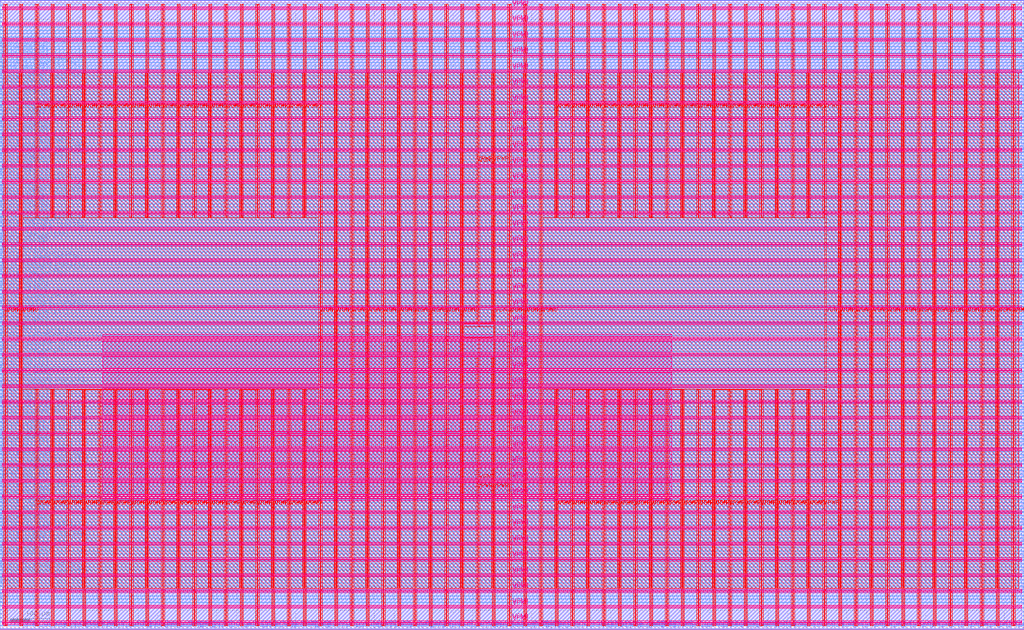
<source format=lef>
VERSION 5.7 ;
  NOWIREEXTENSIONATPIN ON ;
  DIVIDERCHAR "/" ;
  BUSBITCHARS "[]" ;
MACRO picosoc
  CLASS BLOCK ;
  FOREIGN picosoc ;
  ORIGIN 0.000 0.000 ;
  SIZE 2600.000 BY 1600.000 ;
  PIN VGND
    DIRECTION INOUT ;
    USE GROUND ;
    PORT
      LAYER met4 ;
        RECT 14.070 10.640 17.170 1588.720 ;
    END
    PORT
      LAYER met4 ;
        RECT 54.070 10.640 57.170 1588.720 ;
    END
    PORT
      LAYER met4 ;
        RECT 94.070 10.640 97.170 609.920 ;
    END
    PORT
      LAYER met4 ;
        RECT 94.070 1046.620 97.170 1588.720 ;
    END
    PORT
      LAYER met4 ;
        RECT 134.070 10.640 137.170 609.920 ;
    END
    PORT
      LAYER met4 ;
        RECT 134.070 1046.620 137.170 1588.720 ;
    END
    PORT
      LAYER met4 ;
        RECT 174.070 10.640 177.170 609.920 ;
    END
    PORT
      LAYER met4 ;
        RECT 174.070 1046.620 177.170 1588.720 ;
    END
    PORT
      LAYER met4 ;
        RECT 214.070 10.640 217.170 609.520 ;
    END
    PORT
      LAYER met4 ;
        RECT 214.070 1046.620 217.170 1588.720 ;
    END
    PORT
      LAYER met4 ;
        RECT 254.070 10.640 257.170 609.520 ;
    END
    PORT
      LAYER met4 ;
        RECT 254.070 1047.240 257.170 1588.720 ;
    END
    PORT
      LAYER met4 ;
        RECT 294.070 10.640 297.170 609.520 ;
    END
    PORT
      LAYER met4 ;
        RECT 294.070 1046.620 297.170 1588.720 ;
    END
    PORT
      LAYER met4 ;
        RECT 334.070 10.640 337.170 609.520 ;
    END
    PORT
      LAYER met4 ;
        RECT 334.070 1046.620 337.170 1588.720 ;
    END
    PORT
      LAYER met4 ;
        RECT 374.070 10.640 377.170 609.920 ;
    END
    PORT
      LAYER met4 ;
        RECT 374.070 1046.620 377.170 1588.720 ;
    END
    PORT
      LAYER met4 ;
        RECT 414.070 10.640 417.170 609.520 ;
    END
    PORT
      LAYER met4 ;
        RECT 414.070 1046.620 417.170 1588.720 ;
    END
    PORT
      LAYER met4 ;
        RECT 454.070 10.640 457.170 609.520 ;
    END
    PORT
      LAYER met4 ;
        RECT 454.070 1047.240 457.170 1588.720 ;
    END
    PORT
      LAYER met4 ;
        RECT 494.070 10.640 497.170 609.920 ;
    END
    PORT
      LAYER met4 ;
        RECT 494.070 1046.620 497.170 1588.720 ;
    END
    PORT
      LAYER met4 ;
        RECT 534.070 10.640 537.170 609.920 ;
    END
    PORT
      LAYER met4 ;
        RECT 534.070 1046.620 537.170 1588.720 ;
    END
    PORT
      LAYER met4 ;
        RECT 574.070 10.640 577.170 609.920 ;
    END
    PORT
      LAYER met4 ;
        RECT 574.070 1046.620 577.170 1588.720 ;
    END
    PORT
      LAYER met4 ;
        RECT 614.070 10.640 617.170 609.520 ;
    END
    PORT
      LAYER met4 ;
        RECT 614.070 1047.240 617.170 1588.720 ;
    END
    PORT
      LAYER met4 ;
        RECT 654.070 10.640 657.170 609.920 ;
    END
    PORT
      LAYER met4 ;
        RECT 654.070 1046.620 657.170 1588.720 ;
    END
    PORT
      LAYER met4 ;
        RECT 694.070 10.640 697.170 609.920 ;
    END
    PORT
      LAYER met4 ;
        RECT 694.070 1046.620 697.170 1588.720 ;
    END
    PORT
      LAYER met4 ;
        RECT 734.070 10.640 737.170 609.920 ;
    END
    PORT
      LAYER met4 ;
        RECT 734.070 1046.620 737.170 1588.720 ;
    END
    PORT
      LAYER met4 ;
        RECT 774.070 10.640 777.170 609.920 ;
    END
    PORT
      LAYER met4 ;
        RECT 774.070 1046.620 777.170 1588.720 ;
    END
    PORT
      LAYER met4 ;
        RECT 814.070 10.640 817.170 1588.720 ;
    END
    PORT
      LAYER met4 ;
        RECT 854.070 10.640 857.170 1588.720 ;
    END
    PORT
      LAYER met4 ;
        RECT 894.070 10.640 897.170 1588.720 ;
    END
    PORT
      LAYER met4 ;
        RECT 934.070 10.640 937.170 1588.720 ;
    END
    PORT
      LAYER met4 ;
        RECT 974.070 10.640 977.170 1588.720 ;
    END
    PORT
      LAYER met4 ;
        RECT 1014.070 10.640 1017.170 1588.720 ;
    END
    PORT
      LAYER met4 ;
        RECT 1054.070 10.640 1057.170 1588.720 ;
    END
    PORT
      LAYER met4 ;
        RECT 1094.070 10.640 1097.170 1588.720 ;
    END
    PORT
      LAYER met4 ;
        RECT 1134.070 10.640 1137.170 1588.720 ;
    END
    PORT
      LAYER met4 ;
        RECT 1174.070 10.640 1177.170 1588.720 ;
    END
    PORT
      LAYER met4 ;
        RECT 1214.070 10.640 1217.170 741.155 ;
    END
    PORT
      LAYER met4 ;
        RECT 1214.070 770.365 1217.170 1588.720 ;
    END
    PORT
      LAYER met4 ;
        RECT 1254.070 10.640 1257.170 1588.720 ;
    END
    PORT
      LAYER met4 ;
        RECT 1294.070 10.640 1297.170 1588.720 ;
    END
    PORT
      LAYER met4 ;
        RECT 1334.070 10.640 1337.170 1588.720 ;
    END
    PORT
      LAYER met4 ;
        RECT 1374.070 10.640 1377.170 1588.720 ;
    END
    PORT
      LAYER met4 ;
        RECT 1414.070 10.640 1417.170 609.920 ;
    END
    PORT
      LAYER met4 ;
        RECT 1414.070 1046.620 1417.170 1588.720 ;
    END
    PORT
      LAYER met4 ;
        RECT 1454.070 10.640 1457.170 609.920 ;
    END
    PORT
      LAYER met4 ;
        RECT 1454.070 1046.620 1457.170 1588.720 ;
    END
    PORT
      LAYER met4 ;
        RECT 1494.070 10.640 1497.170 609.520 ;
    END
    PORT
      LAYER met4 ;
        RECT 1494.070 1046.620 1497.170 1588.720 ;
    END
    PORT
      LAYER met4 ;
        RECT 1534.070 10.640 1537.170 609.920 ;
    END
    PORT
      LAYER met4 ;
        RECT 1534.070 1046.620 1537.170 1588.720 ;
    END
    PORT
      LAYER met4 ;
        RECT 1574.070 10.640 1577.170 609.920 ;
    END
    PORT
      LAYER met4 ;
        RECT 1574.070 1046.620 1577.170 1588.720 ;
    END
    PORT
      LAYER met4 ;
        RECT 1614.070 10.640 1617.170 609.520 ;
    END
    PORT
      LAYER met4 ;
        RECT 1614.070 1047.240 1617.170 1588.720 ;
    END
    PORT
      LAYER met4 ;
        RECT 1654.070 10.640 1657.170 609.520 ;
    END
    PORT
      LAYER met4 ;
        RECT 1654.070 1047.240 1657.170 1588.720 ;
    END
    PORT
      LAYER met4 ;
        RECT 1694.070 10.640 1697.170 609.520 ;
    END
    PORT
      LAYER met4 ;
        RECT 1694.070 1046.620 1697.170 1588.720 ;
    END
    PORT
      LAYER met4 ;
        RECT 1734.070 10.640 1737.170 609.920 ;
    END
    PORT
      LAYER met4 ;
        RECT 1734.070 1046.620 1737.170 1588.720 ;
    END
    PORT
      LAYER met4 ;
        RECT 1774.070 10.640 1777.170 609.920 ;
    END
    PORT
      LAYER met4 ;
        RECT 1774.070 1046.620 1777.170 1588.720 ;
    END
    PORT
      LAYER met4 ;
        RECT 1814.070 10.640 1817.170 609.520 ;
    END
    PORT
      LAYER met4 ;
        RECT 1814.070 1047.240 1817.170 1588.720 ;
    END
    PORT
      LAYER met4 ;
        RECT 1854.070 10.640 1857.170 609.520 ;
    END
    PORT
      LAYER met4 ;
        RECT 1854.070 1047.240 1857.170 1588.720 ;
    END
    PORT
      LAYER met4 ;
        RECT 1894.070 10.640 1897.170 609.920 ;
    END
    PORT
      LAYER met4 ;
        RECT 1894.070 1046.620 1897.170 1588.720 ;
    END
    PORT
      LAYER met4 ;
        RECT 1934.070 10.640 1937.170 609.920 ;
    END
    PORT
      LAYER met4 ;
        RECT 1934.070 1046.620 1937.170 1588.720 ;
    END
    PORT
      LAYER met4 ;
        RECT 1974.070 10.640 1977.170 609.920 ;
    END
    PORT
      LAYER met4 ;
        RECT 1974.070 1046.620 1977.170 1588.720 ;
    END
    PORT
      LAYER met4 ;
        RECT 2014.070 10.640 2017.170 609.520 ;
    END
    PORT
      LAYER met4 ;
        RECT 2014.070 1046.620 2017.170 1588.720 ;
    END
    PORT
      LAYER met4 ;
        RECT 2054.070 10.640 2057.170 609.920 ;
    END
    PORT
      LAYER met4 ;
        RECT 2054.070 1047.240 2057.170 1588.720 ;
    END
    PORT
      LAYER met4 ;
        RECT 2094.070 10.640 2097.170 1588.720 ;
    END
    PORT
      LAYER met4 ;
        RECT 2134.070 10.640 2137.170 1588.720 ;
    END
    PORT
      LAYER met4 ;
        RECT 2174.070 10.640 2177.170 1588.720 ;
    END
    PORT
      LAYER met4 ;
        RECT 2214.070 10.640 2217.170 1588.720 ;
    END
    PORT
      LAYER met4 ;
        RECT 2254.070 10.640 2257.170 1588.720 ;
    END
    PORT
      LAYER met4 ;
        RECT 2294.070 10.640 2297.170 1588.720 ;
    END
    PORT
      LAYER met4 ;
        RECT 2334.070 10.640 2337.170 1588.720 ;
    END
    PORT
      LAYER met4 ;
        RECT 2374.070 10.640 2377.170 1588.720 ;
    END
    PORT
      LAYER met4 ;
        RECT 2414.070 10.640 2417.170 1588.720 ;
    END
    PORT
      LAYER met4 ;
        RECT 2454.070 10.640 2457.170 1588.720 ;
    END
    PORT
      LAYER met4 ;
        RECT 2494.070 10.640 2497.170 1588.720 ;
    END
    PORT
      LAYER met4 ;
        RECT 2534.070 10.640 2537.170 1588.720 ;
    END
    PORT
      LAYER met4 ;
        RECT 2574.070 10.640 2577.170 1588.720 ;
    END
    PORT
      LAYER met5 ;
        RECT 5.280 19.430 2594.640 22.530 ;
    END
    PORT
      LAYER met5 ;
        RECT 5.280 59.430 2594.640 62.530 ;
    END
    PORT
      LAYER met5 ;
        RECT 5.280 99.430 2594.640 102.530 ;
    END
    PORT
      LAYER met5 ;
        RECT 5.280 139.430 2594.640 142.530 ;
    END
    PORT
      LAYER met5 ;
        RECT 5.280 179.430 2594.640 182.530 ;
    END
    PORT
      LAYER met5 ;
        RECT 5.280 219.430 2594.640 222.530 ;
    END
    PORT
      LAYER met5 ;
        RECT 5.280 259.430 2594.640 262.530 ;
    END
    PORT
      LAYER met5 ;
        RECT 5.280 299.430 2594.640 302.530 ;
    END
    PORT
      LAYER met5 ;
        RECT 5.280 339.430 2594.640 342.530 ;
    END
    PORT
      LAYER met5 ;
        RECT 5.280 379.430 2594.640 382.530 ;
    END
    PORT
      LAYER met5 ;
        RECT 5.280 419.430 2594.640 422.530 ;
    END
    PORT
      LAYER met5 ;
        RECT 5.280 459.430 2594.640 462.530 ;
    END
    PORT
      LAYER met5 ;
        RECT 5.280 499.430 2594.640 502.530 ;
    END
    PORT
      LAYER met5 ;
        RECT 5.280 539.430 2594.640 542.530 ;
    END
    PORT
      LAYER met5 ;
        RECT 5.280 579.430 2594.640 582.530 ;
    END
    PORT
      LAYER met5 ;
        RECT 5.280 619.430 2594.640 622.530 ;
    END
    PORT
      LAYER met5 ;
        RECT 5.280 659.430 2594.640 662.530 ;
    END
    PORT
      LAYER met5 ;
        RECT 5.280 699.430 2594.640 702.530 ;
    END
    PORT
      LAYER met5 ;
        RECT 5.280 739.430 2594.640 742.530 ;
    END
    PORT
      LAYER met5 ;
        RECT 5.280 779.430 2594.640 782.530 ;
    END
    PORT
      LAYER met5 ;
        RECT 5.280 819.430 2594.640 822.530 ;
    END
    PORT
      LAYER met5 ;
        RECT 5.280 859.430 2594.640 862.530 ;
    END
    PORT
      LAYER met5 ;
        RECT 5.280 899.430 2594.640 902.530 ;
    END
    PORT
      LAYER met5 ;
        RECT 5.280 939.430 2594.640 942.530 ;
    END
    PORT
      LAYER met5 ;
        RECT 5.280 979.430 2594.640 982.530 ;
    END
    PORT
      LAYER met5 ;
        RECT 5.280 1019.430 2594.640 1022.530 ;
    END
    PORT
      LAYER met5 ;
        RECT 5.280 1059.430 2594.640 1062.530 ;
    END
    PORT
      LAYER met5 ;
        RECT 5.280 1099.430 2594.640 1102.530 ;
    END
    PORT
      LAYER met5 ;
        RECT 5.280 1139.430 2594.640 1142.530 ;
    END
    PORT
      LAYER met5 ;
        RECT 5.280 1179.430 2594.640 1182.530 ;
    END
    PORT
      LAYER met5 ;
        RECT 5.280 1219.430 2594.640 1222.530 ;
    END
    PORT
      LAYER met5 ;
        RECT 5.280 1259.430 2594.640 1262.530 ;
    END
    PORT
      LAYER met5 ;
        RECT 5.280 1299.430 2594.640 1302.530 ;
    END
    PORT
      LAYER met5 ;
        RECT 5.280 1339.430 2594.640 1342.530 ;
    END
    PORT
      LAYER met5 ;
        RECT 5.280 1379.430 2594.640 1382.530 ;
    END
    PORT
      LAYER met5 ;
        RECT 5.280 1419.430 2594.640 1422.530 ;
    END
    PORT
      LAYER met5 ;
        RECT 5.280 1459.430 2594.640 1462.530 ;
    END
    PORT
      LAYER met5 ;
        RECT 5.280 1499.430 2594.640 1502.530 ;
    END
    PORT
      LAYER met5 ;
        RECT 5.280 1539.430 2594.640 1542.530 ;
    END
    PORT
      LAYER met5 ;
        RECT 5.280 1579.430 2594.640 1582.530 ;
    END
  END VGND
  PIN VPWR
    DIRECTION INOUT ;
    USE POWER ;
    PORT
      LAYER met4 ;
        RECT 8.970 10.640 12.070 1588.720 ;
    END
    PORT
      LAYER met4 ;
        RECT 48.970 10.640 52.070 1588.720 ;
    END
    PORT
      LAYER met4 ;
        RECT 88.970 10.640 92.070 609.920 ;
    END
    PORT
      LAYER met4 ;
        RECT 88.970 1046.620 92.070 1588.720 ;
    END
    PORT
      LAYER met4 ;
        RECT 128.970 10.640 132.070 609.920 ;
    END
    PORT
      LAYER met4 ;
        RECT 128.970 1046.620 132.070 1588.720 ;
    END
    PORT
      LAYER met4 ;
        RECT 168.970 10.640 172.070 609.920 ;
    END
    PORT
      LAYER met4 ;
        RECT 168.970 1046.620 172.070 1588.720 ;
    END
    PORT
      LAYER met4 ;
        RECT 208.970 10.640 212.070 609.300 ;
    END
    PORT
      LAYER met4 ;
        RECT 208.970 1046.620 212.070 1588.720 ;
    END
    PORT
      LAYER met4 ;
        RECT 248.970 10.640 252.070 609.300 ;
    END
    PORT
      LAYER met4 ;
        RECT 248.970 1046.620 252.070 1588.720 ;
    END
    PORT
      LAYER met4 ;
        RECT 288.970 10.640 292.070 609.300 ;
    END
    PORT
      LAYER met4 ;
        RECT 288.970 1046.960 292.070 1588.720 ;
    END
    PORT
      LAYER met4 ;
        RECT 328.970 10.640 332.070 609.300 ;
    END
    PORT
      LAYER met4 ;
        RECT 328.970 1046.960 332.070 1588.720 ;
    END
    PORT
      LAYER met4 ;
        RECT 368.970 10.640 372.070 609.300 ;
    END
    PORT
      LAYER met4 ;
        RECT 368.970 1046.620 372.070 1588.720 ;
    END
    PORT
      LAYER met4 ;
        RECT 408.970 10.640 412.070 609.920 ;
    END
    PORT
      LAYER met4 ;
        RECT 408.970 1046.620 412.070 1588.720 ;
    END
    PORT
      LAYER met4 ;
        RECT 448.970 10.640 452.070 609.920 ;
    END
    PORT
      LAYER met4 ;
        RECT 448.970 1046.620 452.070 1588.720 ;
    END
    PORT
      LAYER met4 ;
        RECT 488.970 10.640 492.070 609.300 ;
    END
    PORT
      LAYER met4 ;
        RECT 488.970 1046.620 492.070 1588.720 ;
    END
    PORT
      LAYER met4 ;
        RECT 528.970 10.640 532.070 609.300 ;
    END
    PORT
      LAYER met4 ;
        RECT 528.970 1046.960 532.070 1588.720 ;
    END
    PORT
      LAYER met4 ;
        RECT 568.970 10.640 572.070 609.920 ;
    END
    PORT
      LAYER met4 ;
        RECT 568.970 1046.620 572.070 1588.720 ;
    END
    PORT
      LAYER met4 ;
        RECT 608.970 10.640 612.070 609.920 ;
    END
    PORT
      LAYER met4 ;
        RECT 608.970 1046.620 612.070 1588.720 ;
    END
    PORT
      LAYER met4 ;
        RECT 648.970 10.640 652.070 609.920 ;
    END
    PORT
      LAYER met4 ;
        RECT 648.970 1046.620 652.070 1588.720 ;
    END
    PORT
      LAYER met4 ;
        RECT 688.970 10.640 692.070 609.920 ;
    END
    PORT
      LAYER met4 ;
        RECT 688.970 1046.960 692.070 1588.720 ;
    END
    PORT
      LAYER met4 ;
        RECT 728.970 10.640 732.070 609.920 ;
    END
    PORT
      LAYER met4 ;
        RECT 728.970 1046.620 732.070 1588.720 ;
    END
    PORT
      LAYER met4 ;
        RECT 768.970 10.640 772.070 609.920 ;
    END
    PORT
      LAYER met4 ;
        RECT 768.970 1046.620 772.070 1588.720 ;
    END
    PORT
      LAYER met4 ;
        RECT 808.970 10.640 812.070 1588.720 ;
    END
    PORT
      LAYER met4 ;
        RECT 848.970 10.640 852.070 1588.720 ;
    END
    PORT
      LAYER met4 ;
        RECT 888.970 10.640 892.070 1588.720 ;
    END
    PORT
      LAYER met4 ;
        RECT 928.970 10.640 932.070 1588.720 ;
    END
    PORT
      LAYER met4 ;
        RECT 968.970 10.640 972.070 1588.720 ;
    END
    PORT
      LAYER met4 ;
        RECT 1008.970 10.640 1012.070 1588.720 ;
    END
    PORT
      LAYER met4 ;
        RECT 1048.970 10.640 1052.070 1588.720 ;
    END
    PORT
      LAYER met4 ;
        RECT 1088.970 10.640 1092.070 1588.720 ;
    END
    PORT
      LAYER met4 ;
        RECT 1128.970 10.640 1132.070 1588.720 ;
    END
    PORT
      LAYER met4 ;
        RECT 1168.970 10.640 1172.070 1588.720 ;
    END
    PORT
      LAYER met4 ;
        RECT 1208.970 10.640 1212.070 694.500 ;
    END
    PORT
      LAYER met4 ;
        RECT 1208.970 778.940 1212.070 1588.720 ;
    END
    PORT
      LAYER met4 ;
        RECT 1248.970 10.640 1252.070 694.500 ;
    END
    PORT
      LAYER met4 ;
        RECT 1248.970 778.940 1252.070 1588.720 ;
    END
    PORT
      LAYER met4 ;
        RECT 1288.970 10.640 1292.070 1588.720 ;
    END
    PORT
      LAYER met4 ;
        RECT 1328.970 10.640 1332.070 1588.720 ;
    END
    PORT
      LAYER met4 ;
        RECT 1368.970 10.640 1372.070 1588.720 ;
    END
    PORT
      LAYER met4 ;
        RECT 1408.970 10.640 1412.070 609.920 ;
    END
    PORT
      LAYER met4 ;
        RECT 1408.970 1046.620 1412.070 1588.720 ;
    END
    PORT
      LAYER met4 ;
        RECT 1448.970 10.640 1452.070 609.920 ;
    END
    PORT
      LAYER met4 ;
        RECT 1448.970 1046.620 1452.070 1588.720 ;
    END
    PORT
      LAYER met4 ;
        RECT 1488.970 10.640 1492.070 609.300 ;
    END
    PORT
      LAYER met4 ;
        RECT 1488.970 1046.620 1492.070 1588.720 ;
    END
    PORT
      LAYER met4 ;
        RECT 1528.970 10.640 1532.070 609.300 ;
    END
    PORT
      LAYER met4 ;
        RECT 1528.970 1046.620 1532.070 1588.720 ;
    END
    PORT
      LAYER met4 ;
        RECT 1568.970 10.640 1572.070 609.300 ;
    END
    PORT
      LAYER met4 ;
        RECT 1568.970 1046.620 1572.070 1588.720 ;
    END
    PORT
      LAYER met4 ;
        RECT 1608.970 10.640 1612.070 609.300 ;
    END
    PORT
      LAYER met4 ;
        RECT 1608.970 1046.620 1612.070 1588.720 ;
    END
    PORT
      LAYER met4 ;
        RECT 1648.970 10.640 1652.070 609.300 ;
    END
    PORT
      LAYER met4 ;
        RECT 1648.970 1046.620 1652.070 1588.720 ;
    END
    PORT
      LAYER met4 ;
        RECT 1688.970 10.640 1692.070 609.300 ;
    END
    PORT
      LAYER met4 ;
        RECT 1688.970 1046.960 1692.070 1588.720 ;
    END
    PORT
      LAYER met4 ;
        RECT 1728.970 10.640 1732.070 609.300 ;
    END
    PORT
      LAYER met4 ;
        RECT 1728.970 1046.960 1732.070 1588.720 ;
    END
    PORT
      LAYER met4 ;
        RECT 1768.970 10.640 1772.070 609.920 ;
    END
    PORT
      LAYER met4 ;
        RECT 1768.970 1046.620 1772.070 1588.720 ;
    END
    PORT
      LAYER met4 ;
        RECT 1808.970 10.640 1812.070 609.920 ;
    END
    PORT
      LAYER met4 ;
        RECT 1808.970 1046.620 1812.070 1588.720 ;
    END
    PORT
      LAYER met4 ;
        RECT 1848.970 10.640 1852.070 609.920 ;
    END
    PORT
      LAYER met4 ;
        RECT 1848.970 1046.620 1852.070 1588.720 ;
    END
    PORT
      LAYER met4 ;
        RECT 1888.970 10.640 1892.070 609.300 ;
    END
    PORT
      LAYER met4 ;
        RECT 1888.970 1046.960 1892.070 1588.720 ;
    END
    PORT
      LAYER met4 ;
        RECT 1928.970 10.640 1932.070 609.300 ;
    END
    PORT
      LAYER met4 ;
        RECT 1928.970 1046.960 1932.070 1588.720 ;
    END
    PORT
      LAYER met4 ;
        RECT 1968.970 10.640 1972.070 609.920 ;
    END
    PORT
      LAYER met4 ;
        RECT 1968.970 1046.620 1972.070 1588.720 ;
    END
    PORT
      LAYER met4 ;
        RECT 2008.970 10.640 2012.070 609.920 ;
    END
    PORT
      LAYER met4 ;
        RECT 2008.970 1046.620 2012.070 1588.720 ;
    END
    PORT
      LAYER met4 ;
        RECT 2048.970 10.640 2052.070 609.920 ;
    END
    PORT
      LAYER met4 ;
        RECT 2048.970 1046.620 2052.070 1588.720 ;
    END
    PORT
      LAYER met4 ;
        RECT 2088.970 10.640 2092.070 609.920 ;
    END
    PORT
      LAYER met4 ;
        RECT 2088.970 1046.620 2092.070 1588.720 ;
    END
    PORT
      LAYER met4 ;
        RECT 2128.970 10.640 2132.070 1588.720 ;
    END
    PORT
      LAYER met4 ;
        RECT 2168.970 10.640 2172.070 1588.720 ;
    END
    PORT
      LAYER met4 ;
        RECT 2208.970 10.640 2212.070 1588.720 ;
    END
    PORT
      LAYER met4 ;
        RECT 2248.970 10.640 2252.070 1588.720 ;
    END
    PORT
      LAYER met4 ;
        RECT 2288.970 10.640 2292.070 1588.720 ;
    END
    PORT
      LAYER met4 ;
        RECT 2328.970 10.640 2332.070 1588.720 ;
    END
    PORT
      LAYER met4 ;
        RECT 2368.970 10.640 2372.070 1588.720 ;
    END
    PORT
      LAYER met4 ;
        RECT 2408.970 10.640 2412.070 1588.720 ;
    END
    PORT
      LAYER met4 ;
        RECT 2448.970 10.640 2452.070 1588.720 ;
    END
    PORT
      LAYER met4 ;
        RECT 2488.970 10.640 2492.070 1588.720 ;
    END
    PORT
      LAYER met4 ;
        RECT 2528.970 10.640 2532.070 1588.720 ;
    END
    PORT
      LAYER met4 ;
        RECT 2568.970 10.640 2572.070 1588.720 ;
    END
    PORT
      LAYER met5 ;
        RECT 5.280 14.330 2594.640 17.430 ;
    END
    PORT
      LAYER met5 ;
        RECT 5.280 54.330 2594.640 57.430 ;
    END
    PORT
      LAYER met5 ;
        RECT 5.280 94.330 2594.640 97.430 ;
    END
    PORT
      LAYER met5 ;
        RECT 5.280 134.330 2594.640 137.430 ;
    END
    PORT
      LAYER met5 ;
        RECT 5.280 174.330 2594.640 177.430 ;
    END
    PORT
      LAYER met5 ;
        RECT 5.280 214.330 2594.640 217.430 ;
    END
    PORT
      LAYER met5 ;
        RECT 5.280 254.330 2594.640 257.430 ;
    END
    PORT
      LAYER met5 ;
        RECT 5.280 294.330 2594.640 297.430 ;
    END
    PORT
      LAYER met5 ;
        RECT 5.280 334.330 2594.640 337.430 ;
    END
    PORT
      LAYER met5 ;
        RECT 5.280 374.330 2594.640 377.430 ;
    END
    PORT
      LAYER met5 ;
        RECT 5.280 414.330 2594.640 417.430 ;
    END
    PORT
      LAYER met5 ;
        RECT 5.280 454.330 2594.640 457.430 ;
    END
    PORT
      LAYER met5 ;
        RECT 5.280 494.330 2594.640 497.430 ;
    END
    PORT
      LAYER met5 ;
        RECT 5.280 534.330 2594.640 537.430 ;
    END
    PORT
      LAYER met5 ;
        RECT 5.280 574.330 2594.640 577.430 ;
    END
    PORT
      LAYER met5 ;
        RECT 5.280 614.330 2594.640 617.430 ;
    END
    PORT
      LAYER met5 ;
        RECT 5.280 654.330 2594.640 657.430 ;
    END
    PORT
      LAYER met5 ;
        RECT 5.280 694.330 2594.640 697.430 ;
    END
    PORT
      LAYER met5 ;
        RECT 5.280 734.330 2594.640 737.430 ;
    END
    PORT
      LAYER met5 ;
        RECT 5.280 774.330 2594.640 777.430 ;
    END
    PORT
      LAYER met5 ;
        RECT 5.280 814.330 2594.640 817.430 ;
    END
    PORT
      LAYER met5 ;
        RECT 5.280 854.330 2594.640 857.430 ;
    END
    PORT
      LAYER met5 ;
        RECT 5.280 894.330 2594.640 897.430 ;
    END
    PORT
      LAYER met5 ;
        RECT 5.280 934.330 2594.640 937.430 ;
    END
    PORT
      LAYER met5 ;
        RECT 5.280 974.330 2594.640 977.430 ;
    END
    PORT
      LAYER met5 ;
        RECT 5.280 1014.330 2594.640 1017.430 ;
    END
    PORT
      LAYER met5 ;
        RECT 5.280 1054.330 2594.640 1057.430 ;
    END
    PORT
      LAYER met5 ;
        RECT 5.280 1094.330 2594.640 1097.430 ;
    END
    PORT
      LAYER met5 ;
        RECT 5.280 1134.330 2594.640 1137.430 ;
    END
    PORT
      LAYER met5 ;
        RECT 5.280 1174.330 2594.640 1177.430 ;
    END
    PORT
      LAYER met5 ;
        RECT 5.280 1214.330 2594.640 1217.430 ;
    END
    PORT
      LAYER met5 ;
        RECT 5.280 1254.330 2594.640 1257.430 ;
    END
    PORT
      LAYER met5 ;
        RECT 5.280 1294.330 2594.640 1297.430 ;
    END
    PORT
      LAYER met5 ;
        RECT 5.280 1334.330 2594.640 1337.430 ;
    END
    PORT
      LAYER met5 ;
        RECT 5.280 1374.330 2594.640 1377.430 ;
    END
    PORT
      LAYER met5 ;
        RECT 5.280 1414.330 2594.640 1417.430 ;
    END
    PORT
      LAYER met5 ;
        RECT 5.280 1454.330 2594.640 1457.430 ;
    END
    PORT
      LAYER met5 ;
        RECT 5.280 1494.330 2594.640 1497.430 ;
    END
    PORT
      LAYER met5 ;
        RECT 5.280 1534.330 2594.640 1537.430 ;
    END
    PORT
      LAYER met5 ;
        RECT 5.280 1574.330 2594.640 1577.430 ;
    END
  END VPWR
  PIN gpio_dm0[0]
    DIRECTION OUTPUT TRISTATE ;
    USE SIGNAL ;
    ANTENNADIFFAREA 3.180800 ;
    PORT
      LAYER met3 ;
        RECT 2597.600 93.880 2600.000 94.480 ;
    END
  END gpio_dm0[0]
  PIN gpio_dm0[10]
    DIRECTION OUTPUT TRISTATE ;
    USE SIGNAL ;
    ANTENNADIFFAREA 3.180800 ;
    PORT
      LAYER met3 ;
        RECT 2597.600 1073.080 2600.000 1073.680 ;
    END
  END gpio_dm0[10]
  PIN gpio_dm0[11]
    DIRECTION OUTPUT TRISTATE ;
    USE SIGNAL ;
    ANTENNADIFFAREA 3.180800 ;
    PORT
      LAYER met3 ;
        RECT 2597.600 1171.000 2600.000 1171.600 ;
    END
  END gpio_dm0[11]
  PIN gpio_dm0[12]
    DIRECTION OUTPUT TRISTATE ;
    USE SIGNAL ;
    ANTENNADIFFAREA 3.180800 ;
    PORT
      LAYER met3 ;
        RECT 2597.600 1268.920 2600.000 1269.520 ;
    END
  END gpio_dm0[12]
  PIN gpio_dm0[13]
    DIRECTION OUTPUT TRISTATE ;
    USE SIGNAL ;
    ANTENNADIFFAREA 3.180800 ;
    PORT
      LAYER met3 ;
        RECT 2597.600 1366.840 2600.000 1367.440 ;
    END
  END gpio_dm0[13]
  PIN gpio_dm0[14]
    DIRECTION OUTPUT TRISTATE ;
    USE SIGNAL ;
    ANTENNADIFFAREA 3.180800 ;
    PORT
      LAYER met3 ;
        RECT 2597.600 1464.760 2600.000 1465.360 ;
    END
  END gpio_dm0[14]
  PIN gpio_dm0[15]
    DIRECTION OUTPUT TRISTATE ;
    USE SIGNAL ;
    ANTENNADIFFAREA 3.180800 ;
    PORT
      LAYER met2 ;
        RECT 2507.550 1597.600 2507.830 1600.000 ;
    END
  END gpio_dm0[15]
  PIN gpio_dm0[16]
    DIRECTION OUTPUT TRISTATE ;
    USE SIGNAL ;
    ANTENNADIFFAREA 3.180800 ;
    PORT
      LAYER met2 ;
        RECT 2220.510 1597.600 2220.790 1600.000 ;
    END
  END gpio_dm0[16]
  PIN gpio_dm0[17]
    DIRECTION OUTPUT TRISTATE ;
    USE SIGNAL ;
    ANTENNADIFFAREA 3.180800 ;
    PORT
      LAYER met2 ;
        RECT 1933.470 1597.600 1933.750 1600.000 ;
    END
  END gpio_dm0[17]
  PIN gpio_dm0[18]
    DIRECTION OUTPUT TRISTATE ;
    USE SIGNAL ;
    ANTENNADIFFAREA 3.180800 ;
    PORT
      LAYER met2 ;
        RECT 1646.430 1597.600 1646.710 1600.000 ;
    END
  END gpio_dm0[18]
  PIN gpio_dm0[19]
    DIRECTION OUTPUT TRISTATE ;
    USE SIGNAL ;
    ANTENNADIFFAREA 3.180800 ;
    PORT
      LAYER met2 ;
        RECT 1359.390 1597.600 1359.670 1600.000 ;
    END
  END gpio_dm0[19]
  PIN gpio_dm0[1]
    DIRECTION OUTPUT TRISTATE ;
    USE SIGNAL ;
    ANTENNADIFFAREA 3.180800 ;
    PORT
      LAYER met3 ;
        RECT 2597.600 191.800 2600.000 192.400 ;
    END
  END gpio_dm0[1]
  PIN gpio_dm0[20]
    DIRECTION OUTPUT TRISTATE ;
    USE SIGNAL ;
    ANTENNADIFFAREA 3.180800 ;
    PORT
      LAYER met2 ;
        RECT 1072.350 1597.600 1072.630 1600.000 ;
    END
  END gpio_dm0[20]
  PIN gpio_dm0[21]
    DIRECTION OUTPUT TRISTATE ;
    USE SIGNAL ;
    ANTENNADIFFAREA 3.180800 ;
    PORT
      LAYER met2 ;
        RECT 785.310 1597.600 785.590 1600.000 ;
    END
  END gpio_dm0[21]
  PIN gpio_dm0[22]
    DIRECTION OUTPUT TRISTATE ;
    USE SIGNAL ;
    ANTENNADIFFAREA 3.180800 ;
    PORT
      LAYER met2 ;
        RECT 498.270 1597.600 498.550 1600.000 ;
    END
  END gpio_dm0[22]
  PIN gpio_dm0[23]
    DIRECTION OUTPUT TRISTATE ;
    USE SIGNAL ;
    ANTENNADIFFAREA 3.180800 ;
    PORT
      LAYER met2 ;
        RECT 211.230 1597.600 211.510 1600.000 ;
    END
  END gpio_dm0[23]
  PIN gpio_dm0[24]
    DIRECTION OUTPUT TRISTATE ;
    USE SIGNAL ;
    ANTENNADIFFAREA 3.180800 ;
    PORT
      LAYER met3 ;
        RECT 0.000 1464.760 2.400 1465.360 ;
    END
  END gpio_dm0[24]
  PIN gpio_dm0[25]
    DIRECTION OUTPUT TRISTATE ;
    USE SIGNAL ;
    ANTENNADIFFAREA 3.180800 ;
    PORT
      LAYER met3 ;
        RECT 0.000 1366.840 2.400 1367.440 ;
    END
  END gpio_dm0[25]
  PIN gpio_dm0[26]
    DIRECTION OUTPUT TRISTATE ;
    USE SIGNAL ;
    ANTENNADIFFAREA 3.180800 ;
    PORT
      LAYER met3 ;
        RECT 0.000 1268.920 2.400 1269.520 ;
    END
  END gpio_dm0[26]
  PIN gpio_dm0[27]
    DIRECTION OUTPUT TRISTATE ;
    USE SIGNAL ;
    ANTENNADIFFAREA 3.180800 ;
    PORT
      LAYER met3 ;
        RECT 0.000 1171.000 2.400 1171.600 ;
    END
  END gpio_dm0[27]
  PIN gpio_dm0[28]
    DIRECTION OUTPUT TRISTATE ;
    USE SIGNAL ;
    ANTENNADIFFAREA 3.180800 ;
    PORT
      LAYER met3 ;
        RECT 0.000 1073.080 2.400 1073.680 ;
    END
  END gpio_dm0[28]
  PIN gpio_dm0[29]
    DIRECTION OUTPUT TRISTATE ;
    USE SIGNAL ;
    ANTENNADIFFAREA 3.180800 ;
    PORT
      LAYER met3 ;
        RECT 0.000 975.160 2.400 975.760 ;
    END
  END gpio_dm0[29]
  PIN gpio_dm0[2]
    DIRECTION OUTPUT TRISTATE ;
    USE SIGNAL ;
    ANTENNADIFFAREA 3.180800 ;
    PORT
      LAYER met3 ;
        RECT 2597.600 289.720 2600.000 290.320 ;
    END
  END gpio_dm0[2]
  PIN gpio_dm0[30]
    DIRECTION OUTPUT TRISTATE ;
    USE SIGNAL ;
    ANTENNADIFFAREA 3.180800 ;
    PORT
      LAYER met3 ;
        RECT 0.000 877.240 2.400 877.840 ;
    END
  END gpio_dm0[30]
  PIN gpio_dm0[31]
    DIRECTION OUTPUT TRISTATE ;
    USE SIGNAL ;
    ANTENNADIFFAREA 3.180800 ;
    PORT
      LAYER met3 ;
        RECT 0.000 779.320 2.400 779.920 ;
    END
  END gpio_dm0[31]
  PIN gpio_dm0[32]
    DIRECTION OUTPUT TRISTATE ;
    USE SIGNAL ;
    ANTENNADIFFAREA 3.180800 ;
    PORT
      LAYER met3 ;
        RECT 0.000 681.400 2.400 682.000 ;
    END
  END gpio_dm0[32]
  PIN gpio_dm0[33]
    DIRECTION OUTPUT TRISTATE ;
    USE SIGNAL ;
    ANTENNADIFFAREA 3.180800 ;
    PORT
      LAYER met3 ;
        RECT 0.000 583.480 2.400 584.080 ;
    END
  END gpio_dm0[33]
  PIN gpio_dm0[34]
    DIRECTION OUTPUT TRISTATE ;
    USE SIGNAL ;
    ANTENNADIFFAREA 3.180800 ;
    PORT
      LAYER met3 ;
        RECT 0.000 485.560 2.400 486.160 ;
    END
  END gpio_dm0[34]
  PIN gpio_dm0[35]
    DIRECTION OUTPUT TRISTATE ;
    USE SIGNAL ;
    ANTENNADIFFAREA 3.180800 ;
    PORT
      LAYER met3 ;
        RECT 0.000 387.640 2.400 388.240 ;
    END
  END gpio_dm0[35]
  PIN gpio_dm0[36]
    DIRECTION OUTPUT TRISTATE ;
    USE SIGNAL ;
    ANTENNADIFFAREA 3.180800 ;
    PORT
      LAYER met3 ;
        RECT 0.000 289.720 2.400 290.320 ;
    END
  END gpio_dm0[36]
  PIN gpio_dm0[37]
    DIRECTION OUTPUT TRISTATE ;
    USE SIGNAL ;
    ANTENNADIFFAREA 3.180800 ;
    PORT
      LAYER met3 ;
        RECT 0.000 191.800 2.400 192.400 ;
    END
  END gpio_dm0[37]
  PIN gpio_dm0[38]
    DIRECTION OUTPUT TRISTATE ;
    USE SIGNAL ;
    ANTENNADIFFAREA 3.180800 ;
    PORT
      LAYER met2 ;
        RECT 129.350 0.000 129.630 2.400 ;
    END
  END gpio_dm0[38]
  PIN gpio_dm0[39]
    DIRECTION OUTPUT TRISTATE ;
    USE SIGNAL ;
    ANTENNADIFFAREA 3.180800 ;
    PORT
      LAYER met2 ;
        RECT 421.910 0.000 422.190 2.400 ;
    END
  END gpio_dm0[39]
  PIN gpio_dm0[3]
    DIRECTION OUTPUT TRISTATE ;
    USE SIGNAL ;
    ANTENNADIFFAREA 3.180800 ;
    PORT
      LAYER met3 ;
        RECT 2597.600 387.640 2600.000 388.240 ;
    END
  END gpio_dm0[3]
  PIN gpio_dm0[40]
    DIRECTION OUTPUT TRISTATE ;
    USE SIGNAL ;
    ANTENNADIFFAREA 3.180800 ;
    PORT
      LAYER met2 ;
        RECT 714.470 0.000 714.750 2.400 ;
    END
  END gpio_dm0[40]
  PIN gpio_dm0[41]
    DIRECTION OUTPUT TRISTATE ;
    USE SIGNAL ;
    ANTENNADIFFAREA 3.180800 ;
    PORT
      LAYER met2 ;
        RECT 1007.030 0.000 1007.310 2.400 ;
    END
  END gpio_dm0[41]
  PIN gpio_dm0[42]
    DIRECTION OUTPUT TRISTATE ;
    USE SIGNAL ;
    ANTENNADIFFAREA 3.180800 ;
    PORT
      LAYER met2 ;
        RECT 1299.590 0.000 1299.870 2.400 ;
    END
  END gpio_dm0[42]
  PIN gpio_dm0[43]
    DIRECTION OUTPUT TRISTATE ;
    USE SIGNAL ;
    ANTENNADIFFAREA 3.180800 ;
    PORT
      LAYER met2 ;
        RECT 1592.150 0.000 1592.430 2.400 ;
    END
  END gpio_dm0[43]
  PIN gpio_dm0[4]
    DIRECTION OUTPUT TRISTATE ;
    USE SIGNAL ;
    ANTENNADIFFAREA 3.180800 ;
    PORT
      LAYER met3 ;
        RECT 2597.600 485.560 2600.000 486.160 ;
    END
  END gpio_dm0[4]
  PIN gpio_dm0[5]
    DIRECTION OUTPUT TRISTATE ;
    USE SIGNAL ;
    ANTENNADIFFAREA 3.180800 ;
    PORT
      LAYER met3 ;
        RECT 2597.600 583.480 2600.000 584.080 ;
    END
  END gpio_dm0[5]
  PIN gpio_dm0[6]
    DIRECTION OUTPUT TRISTATE ;
    USE SIGNAL ;
    ANTENNADIFFAREA 3.180800 ;
    PORT
      LAYER met3 ;
        RECT 2597.600 681.400 2600.000 682.000 ;
    END
  END gpio_dm0[6]
  PIN gpio_dm0[7]
    DIRECTION OUTPUT TRISTATE ;
    USE SIGNAL ;
    ANTENNADIFFAREA 3.180800 ;
    PORT
      LAYER met3 ;
        RECT 2597.600 779.320 2600.000 779.920 ;
    END
  END gpio_dm0[7]
  PIN gpio_dm0[8]
    DIRECTION OUTPUT TRISTATE ;
    USE SIGNAL ;
    ANTENNADIFFAREA 3.180800 ;
    PORT
      LAYER met3 ;
        RECT 2597.600 877.240 2600.000 877.840 ;
    END
  END gpio_dm0[8]
  PIN gpio_dm0[9]
    DIRECTION OUTPUT TRISTATE ;
    USE SIGNAL ;
    ANTENNADIFFAREA 3.180800 ;
    PORT
      LAYER met3 ;
        RECT 2597.600 975.160 2600.000 975.760 ;
    END
  END gpio_dm0[9]
  PIN gpio_dm1[0]
    DIRECTION OUTPUT TRISTATE ;
    USE SIGNAL ;
    ANTENNADIFFAREA 3.180800 ;
    PORT
      LAYER met3 ;
        RECT 2597.600 85.720 2600.000 86.320 ;
    END
  END gpio_dm1[0]
  PIN gpio_dm1[10]
    DIRECTION OUTPUT TRISTATE ;
    USE SIGNAL ;
    ANTENNADIFFAREA 3.180800 ;
    PORT
      LAYER met3 ;
        RECT 2597.600 1064.920 2600.000 1065.520 ;
    END
  END gpio_dm1[10]
  PIN gpio_dm1[11]
    DIRECTION OUTPUT TRISTATE ;
    USE SIGNAL ;
    ANTENNADIFFAREA 3.180800 ;
    PORT
      LAYER met3 ;
        RECT 2597.600 1162.840 2600.000 1163.440 ;
    END
  END gpio_dm1[11]
  PIN gpio_dm1[12]
    DIRECTION OUTPUT TRISTATE ;
    USE SIGNAL ;
    ANTENNADIFFAREA 3.180800 ;
    PORT
      LAYER met3 ;
        RECT 2597.600 1260.760 2600.000 1261.360 ;
    END
  END gpio_dm1[12]
  PIN gpio_dm1[13]
    DIRECTION OUTPUT TRISTATE ;
    USE SIGNAL ;
    ANTENNADIFFAREA 3.180800 ;
    PORT
      LAYER met3 ;
        RECT 2597.600 1358.680 2600.000 1359.280 ;
    END
  END gpio_dm1[13]
  PIN gpio_dm1[14]
    DIRECTION OUTPUT TRISTATE ;
    USE SIGNAL ;
    ANTENNADIFFAREA 3.180800 ;
    PORT
      LAYER met3 ;
        RECT 2597.600 1456.600 2600.000 1457.200 ;
    END
  END gpio_dm1[14]
  PIN gpio_dm1[15]
    DIRECTION OUTPUT TRISTATE ;
    USE SIGNAL ;
    ANTENNADIFFAREA 3.180800 ;
    PORT
      LAYER met2 ;
        RECT 2531.470 1597.600 2531.750 1600.000 ;
    END
  END gpio_dm1[15]
  PIN gpio_dm1[16]
    DIRECTION OUTPUT TRISTATE ;
    USE SIGNAL ;
    ANTENNADIFFAREA 3.180800 ;
    PORT
      LAYER met2 ;
        RECT 2244.430 1597.600 2244.710 1600.000 ;
    END
  END gpio_dm1[16]
  PIN gpio_dm1[17]
    DIRECTION OUTPUT TRISTATE ;
    USE SIGNAL ;
    ANTENNADIFFAREA 3.180800 ;
    PORT
      LAYER met2 ;
        RECT 1957.390 1597.600 1957.670 1600.000 ;
    END
  END gpio_dm1[17]
  PIN gpio_dm1[18]
    DIRECTION OUTPUT TRISTATE ;
    USE SIGNAL ;
    ANTENNADIFFAREA 3.180800 ;
    PORT
      LAYER met2 ;
        RECT 1670.350 1597.600 1670.630 1600.000 ;
    END
  END gpio_dm1[18]
  PIN gpio_dm1[19]
    DIRECTION OUTPUT TRISTATE ;
    USE SIGNAL ;
    ANTENNADIFFAREA 3.180800 ;
    PORT
      LAYER met2 ;
        RECT 1383.310 1597.600 1383.590 1600.000 ;
    END
  END gpio_dm1[19]
  PIN gpio_dm1[1]
    DIRECTION OUTPUT TRISTATE ;
    USE SIGNAL ;
    ANTENNADIFFAREA 3.180800 ;
    PORT
      LAYER met3 ;
        RECT 2597.600 183.640 2600.000 184.240 ;
    END
  END gpio_dm1[1]
  PIN gpio_dm1[20]
    DIRECTION OUTPUT TRISTATE ;
    USE SIGNAL ;
    ANTENNADIFFAREA 3.180800 ;
    PORT
      LAYER met2 ;
        RECT 1096.270 1597.600 1096.550 1600.000 ;
    END
  END gpio_dm1[20]
  PIN gpio_dm1[21]
    DIRECTION OUTPUT TRISTATE ;
    USE SIGNAL ;
    ANTENNADIFFAREA 3.180800 ;
    PORT
      LAYER met2 ;
        RECT 809.230 1597.600 809.510 1600.000 ;
    END
  END gpio_dm1[21]
  PIN gpio_dm1[22]
    DIRECTION OUTPUT TRISTATE ;
    USE SIGNAL ;
    ANTENNADIFFAREA 3.180800 ;
    PORT
      LAYER met2 ;
        RECT 522.190 1597.600 522.470 1600.000 ;
    END
  END gpio_dm1[22]
  PIN gpio_dm1[23]
    DIRECTION OUTPUT TRISTATE ;
    USE SIGNAL ;
    ANTENNADIFFAREA 3.180800 ;
    PORT
      LAYER met2 ;
        RECT 235.150 1597.600 235.430 1600.000 ;
    END
  END gpio_dm1[23]
  PIN gpio_dm1[24]
    DIRECTION OUTPUT TRISTATE ;
    USE SIGNAL ;
    ANTENNADIFFAREA 3.180800 ;
    PORT
      LAYER met3 ;
        RECT 0.000 1472.920 2.400 1473.520 ;
    END
  END gpio_dm1[24]
  PIN gpio_dm1[25]
    DIRECTION OUTPUT TRISTATE ;
    USE SIGNAL ;
    ANTENNADIFFAREA 3.180800 ;
    PORT
      LAYER met3 ;
        RECT 0.000 1375.000 2.400 1375.600 ;
    END
  END gpio_dm1[25]
  PIN gpio_dm1[26]
    DIRECTION OUTPUT TRISTATE ;
    USE SIGNAL ;
    ANTENNADIFFAREA 3.180800 ;
    PORT
      LAYER met3 ;
        RECT 0.000 1277.080 2.400 1277.680 ;
    END
  END gpio_dm1[26]
  PIN gpio_dm1[27]
    DIRECTION OUTPUT TRISTATE ;
    USE SIGNAL ;
    ANTENNADIFFAREA 3.180800 ;
    PORT
      LAYER met3 ;
        RECT 0.000 1179.160 2.400 1179.760 ;
    END
  END gpio_dm1[27]
  PIN gpio_dm1[28]
    DIRECTION OUTPUT TRISTATE ;
    USE SIGNAL ;
    ANTENNADIFFAREA 3.180800 ;
    PORT
      LAYER met3 ;
        RECT 0.000 1081.240 2.400 1081.840 ;
    END
  END gpio_dm1[28]
  PIN gpio_dm1[29]
    DIRECTION OUTPUT TRISTATE ;
    USE SIGNAL ;
    ANTENNADIFFAREA 3.180800 ;
    PORT
      LAYER met3 ;
        RECT 0.000 983.320 2.400 983.920 ;
    END
  END gpio_dm1[29]
  PIN gpio_dm1[2]
    DIRECTION OUTPUT TRISTATE ;
    USE SIGNAL ;
    ANTENNADIFFAREA 3.180800 ;
    PORT
      LAYER met3 ;
        RECT 2597.600 281.560 2600.000 282.160 ;
    END
  END gpio_dm1[2]
  PIN gpio_dm1[30]
    DIRECTION OUTPUT TRISTATE ;
    USE SIGNAL ;
    ANTENNADIFFAREA 3.180800 ;
    PORT
      LAYER met3 ;
        RECT 0.000 885.400 2.400 886.000 ;
    END
  END gpio_dm1[30]
  PIN gpio_dm1[31]
    DIRECTION OUTPUT TRISTATE ;
    USE SIGNAL ;
    ANTENNADIFFAREA 3.180800 ;
    PORT
      LAYER met3 ;
        RECT 0.000 787.480 2.400 788.080 ;
    END
  END gpio_dm1[31]
  PIN gpio_dm1[32]
    DIRECTION OUTPUT TRISTATE ;
    USE SIGNAL ;
    ANTENNADIFFAREA 3.180800 ;
    PORT
      LAYER met3 ;
        RECT 0.000 689.560 2.400 690.160 ;
    END
  END gpio_dm1[32]
  PIN gpio_dm1[33]
    DIRECTION OUTPUT TRISTATE ;
    USE SIGNAL ;
    ANTENNADIFFAREA 3.180800 ;
    PORT
      LAYER met3 ;
        RECT 0.000 591.640 2.400 592.240 ;
    END
  END gpio_dm1[33]
  PIN gpio_dm1[34]
    DIRECTION OUTPUT TRISTATE ;
    USE SIGNAL ;
    ANTENNADIFFAREA 3.180800 ;
    PORT
      LAYER met3 ;
        RECT 0.000 493.720 2.400 494.320 ;
    END
  END gpio_dm1[34]
  PIN gpio_dm1[35]
    DIRECTION OUTPUT TRISTATE ;
    USE SIGNAL ;
    ANTENNADIFFAREA 3.180800 ;
    PORT
      LAYER met3 ;
        RECT 0.000 395.800 2.400 396.400 ;
    END
  END gpio_dm1[35]
  PIN gpio_dm1[36]
    DIRECTION OUTPUT TRISTATE ;
    USE SIGNAL ;
    ANTENNADIFFAREA 3.180800 ;
    PORT
      LAYER met3 ;
        RECT 0.000 297.880 2.400 298.480 ;
    END
  END gpio_dm1[36]
  PIN gpio_dm1[37]
    DIRECTION OUTPUT TRISTATE ;
    USE SIGNAL ;
    ANTENNADIFFAREA 3.180800 ;
    PORT
      LAYER met3 ;
        RECT 0.000 199.960 2.400 200.560 ;
    END
  END gpio_dm1[37]
  PIN gpio_dm1[38]
    DIRECTION OUTPUT TRISTATE ;
    USE SIGNAL ;
    ANTENNADIFFAREA 3.180800 ;
    PORT
      LAYER met2 ;
        RECT 104.970 0.000 105.250 2.400 ;
    END
  END gpio_dm1[38]
  PIN gpio_dm1[39]
    DIRECTION OUTPUT TRISTATE ;
    USE SIGNAL ;
    ANTENNADIFFAREA 3.180800 ;
    PORT
      LAYER met2 ;
        RECT 397.530 0.000 397.810 2.400 ;
    END
  END gpio_dm1[39]
  PIN gpio_dm1[3]
    DIRECTION OUTPUT TRISTATE ;
    USE SIGNAL ;
    ANTENNADIFFAREA 3.180800 ;
    PORT
      LAYER met3 ;
        RECT 2597.600 379.480 2600.000 380.080 ;
    END
  END gpio_dm1[3]
  PIN gpio_dm1[40]
    DIRECTION OUTPUT TRISTATE ;
    USE SIGNAL ;
    ANTENNADIFFAREA 3.180800 ;
    PORT
      LAYER met2 ;
        RECT 690.090 0.000 690.370 2.400 ;
    END
  END gpio_dm1[40]
  PIN gpio_dm1[41]
    DIRECTION OUTPUT TRISTATE ;
    USE SIGNAL ;
    ANTENNADIFFAREA 3.180800 ;
    PORT
      LAYER met2 ;
        RECT 982.650 0.000 982.930 2.400 ;
    END
  END gpio_dm1[41]
  PIN gpio_dm1[42]
    DIRECTION OUTPUT TRISTATE ;
    USE SIGNAL ;
    ANTENNADIFFAREA 3.180800 ;
    PORT
      LAYER met2 ;
        RECT 1275.210 0.000 1275.490 2.400 ;
    END
  END gpio_dm1[42]
  PIN gpio_dm1[43]
    DIRECTION OUTPUT TRISTATE ;
    USE SIGNAL ;
    ANTENNADIFFAREA 3.180800 ;
    PORT
      LAYER met2 ;
        RECT 1567.770 0.000 1568.050 2.400 ;
    END
  END gpio_dm1[43]
  PIN gpio_dm1[4]
    DIRECTION OUTPUT TRISTATE ;
    USE SIGNAL ;
    ANTENNADIFFAREA 3.180800 ;
    PORT
      LAYER met3 ;
        RECT 2597.600 477.400 2600.000 478.000 ;
    END
  END gpio_dm1[4]
  PIN gpio_dm1[5]
    DIRECTION OUTPUT TRISTATE ;
    USE SIGNAL ;
    ANTENNADIFFAREA 3.180800 ;
    PORT
      LAYER met3 ;
        RECT 2597.600 575.320 2600.000 575.920 ;
    END
  END gpio_dm1[5]
  PIN gpio_dm1[6]
    DIRECTION OUTPUT TRISTATE ;
    USE SIGNAL ;
    ANTENNADIFFAREA 3.180800 ;
    PORT
      LAYER met3 ;
        RECT 2597.600 673.240 2600.000 673.840 ;
    END
  END gpio_dm1[6]
  PIN gpio_dm1[7]
    DIRECTION OUTPUT TRISTATE ;
    USE SIGNAL ;
    ANTENNADIFFAREA 3.180800 ;
    PORT
      LAYER met3 ;
        RECT 2597.600 771.160 2600.000 771.760 ;
    END
  END gpio_dm1[7]
  PIN gpio_dm1[8]
    DIRECTION OUTPUT TRISTATE ;
    USE SIGNAL ;
    ANTENNADIFFAREA 3.180800 ;
    PORT
      LAYER met3 ;
        RECT 2597.600 869.080 2600.000 869.680 ;
    END
  END gpio_dm1[8]
  PIN gpio_dm1[9]
    DIRECTION OUTPUT TRISTATE ;
    USE SIGNAL ;
    ANTENNADIFFAREA 3.180800 ;
    PORT
      LAYER met3 ;
        RECT 2597.600 967.000 2600.000 967.600 ;
    END
  END gpio_dm1[9]
  PIN gpio_dm2[0]
    DIRECTION OUTPUT TRISTATE ;
    USE SIGNAL ;
    ANTENNADIFFAREA 3.180800 ;
    PORT
      LAYER met3 ;
        RECT 2597.600 110.200 2600.000 110.800 ;
    END
  END gpio_dm2[0]
  PIN gpio_dm2[10]
    DIRECTION OUTPUT TRISTATE ;
    USE SIGNAL ;
    ANTENNADIFFAREA 3.180800 ;
    PORT
      LAYER met3 ;
        RECT 2597.600 1089.400 2600.000 1090.000 ;
    END
  END gpio_dm2[10]
  PIN gpio_dm2[11]
    DIRECTION OUTPUT TRISTATE ;
    USE SIGNAL ;
    ANTENNADIFFAREA 3.180800 ;
    PORT
      LAYER met3 ;
        RECT 2597.600 1187.320 2600.000 1187.920 ;
    END
  END gpio_dm2[11]
  PIN gpio_dm2[12]
    DIRECTION OUTPUT TRISTATE ;
    USE SIGNAL ;
    ANTENNADIFFAREA 3.180800 ;
    PORT
      LAYER met3 ;
        RECT 2597.600 1285.240 2600.000 1285.840 ;
    END
  END gpio_dm2[12]
  PIN gpio_dm2[13]
    DIRECTION OUTPUT TRISTATE ;
    USE SIGNAL ;
    ANTENNADIFFAREA 3.180800 ;
    PORT
      LAYER met3 ;
        RECT 2597.600 1383.160 2600.000 1383.760 ;
    END
  END gpio_dm2[13]
  PIN gpio_dm2[14]
    DIRECTION OUTPUT TRISTATE ;
    USE SIGNAL ;
    ANTENNADIFFAREA 3.180800 ;
    PORT
      LAYER met3 ;
        RECT 2597.600 1481.080 2600.000 1481.680 ;
    END
  END gpio_dm2[14]
  PIN gpio_dm2[15]
    DIRECTION OUTPUT TRISTATE ;
    USE SIGNAL ;
    ANTENNADIFFAREA 3.180800 ;
    PORT
      LAYER met2 ;
        RECT 2459.710 1597.600 2459.990 1600.000 ;
    END
  END gpio_dm2[15]
  PIN gpio_dm2[16]
    DIRECTION OUTPUT TRISTATE ;
    USE SIGNAL ;
    ANTENNADIFFAREA 3.180800 ;
    PORT
      LAYER met2 ;
        RECT 2172.670 1597.600 2172.950 1600.000 ;
    END
  END gpio_dm2[16]
  PIN gpio_dm2[17]
    DIRECTION OUTPUT TRISTATE ;
    USE SIGNAL ;
    ANTENNADIFFAREA 3.180800 ;
    PORT
      LAYER met2 ;
        RECT 1885.630 1597.600 1885.910 1600.000 ;
    END
  END gpio_dm2[17]
  PIN gpio_dm2[18]
    DIRECTION OUTPUT TRISTATE ;
    USE SIGNAL ;
    ANTENNADIFFAREA 3.180800 ;
    PORT
      LAYER met2 ;
        RECT 1598.590 1597.600 1598.870 1600.000 ;
    END
  END gpio_dm2[18]
  PIN gpio_dm2[19]
    DIRECTION OUTPUT TRISTATE ;
    USE SIGNAL ;
    ANTENNADIFFAREA 3.180800 ;
    PORT
      LAYER met2 ;
        RECT 1311.550 1597.600 1311.830 1600.000 ;
    END
  END gpio_dm2[19]
  PIN gpio_dm2[1]
    DIRECTION OUTPUT TRISTATE ;
    USE SIGNAL ;
    ANTENNADIFFAREA 3.180800 ;
    PORT
      LAYER met3 ;
        RECT 2597.600 208.120 2600.000 208.720 ;
    END
  END gpio_dm2[1]
  PIN gpio_dm2[20]
    DIRECTION OUTPUT TRISTATE ;
    USE SIGNAL ;
    ANTENNADIFFAREA 3.180800 ;
    PORT
      LAYER met2 ;
        RECT 1024.510 1597.600 1024.790 1600.000 ;
    END
  END gpio_dm2[20]
  PIN gpio_dm2[21]
    DIRECTION OUTPUT TRISTATE ;
    USE SIGNAL ;
    ANTENNADIFFAREA 3.180800 ;
    PORT
      LAYER met2 ;
        RECT 737.470 1597.600 737.750 1600.000 ;
    END
  END gpio_dm2[21]
  PIN gpio_dm2[22]
    DIRECTION OUTPUT TRISTATE ;
    USE SIGNAL ;
    ANTENNADIFFAREA 3.180800 ;
    PORT
      LAYER met2 ;
        RECT 450.430 1597.600 450.710 1600.000 ;
    END
  END gpio_dm2[22]
  PIN gpio_dm2[23]
    DIRECTION OUTPUT TRISTATE ;
    USE SIGNAL ;
    ANTENNADIFFAREA 3.180800 ;
    PORT
      LAYER met2 ;
        RECT 163.390 1597.600 163.670 1600.000 ;
    END
  END gpio_dm2[23]
  PIN gpio_dm2[24]
    DIRECTION OUTPUT TRISTATE ;
    USE SIGNAL ;
    ANTENNADIFFAREA 3.180800 ;
    PORT
      LAYER met3 ;
        RECT 0.000 1448.440 2.400 1449.040 ;
    END
  END gpio_dm2[24]
  PIN gpio_dm2[25]
    DIRECTION OUTPUT TRISTATE ;
    USE SIGNAL ;
    ANTENNADIFFAREA 3.180800 ;
    PORT
      LAYER met3 ;
        RECT 0.000 1350.520 2.400 1351.120 ;
    END
  END gpio_dm2[25]
  PIN gpio_dm2[26]
    DIRECTION OUTPUT TRISTATE ;
    USE SIGNAL ;
    ANTENNADIFFAREA 3.180800 ;
    PORT
      LAYER met3 ;
        RECT 0.000 1252.600 2.400 1253.200 ;
    END
  END gpio_dm2[26]
  PIN gpio_dm2[27]
    DIRECTION OUTPUT TRISTATE ;
    USE SIGNAL ;
    ANTENNADIFFAREA 3.180800 ;
    PORT
      LAYER met3 ;
        RECT 0.000 1154.680 2.400 1155.280 ;
    END
  END gpio_dm2[27]
  PIN gpio_dm2[28]
    DIRECTION OUTPUT TRISTATE ;
    USE SIGNAL ;
    ANTENNADIFFAREA 3.180800 ;
    PORT
      LAYER met3 ;
        RECT 0.000 1056.760 2.400 1057.360 ;
    END
  END gpio_dm2[28]
  PIN gpio_dm2[29]
    DIRECTION OUTPUT TRISTATE ;
    USE SIGNAL ;
    ANTENNADIFFAREA 3.180800 ;
    PORT
      LAYER met3 ;
        RECT 0.000 958.840 2.400 959.440 ;
    END
  END gpio_dm2[29]
  PIN gpio_dm2[2]
    DIRECTION OUTPUT TRISTATE ;
    USE SIGNAL ;
    ANTENNADIFFAREA 3.180800 ;
    PORT
      LAYER met3 ;
        RECT 2597.600 306.040 2600.000 306.640 ;
    END
  END gpio_dm2[2]
  PIN gpio_dm2[30]
    DIRECTION OUTPUT TRISTATE ;
    USE SIGNAL ;
    ANTENNADIFFAREA 3.180800 ;
    PORT
      LAYER met3 ;
        RECT 0.000 860.920 2.400 861.520 ;
    END
  END gpio_dm2[30]
  PIN gpio_dm2[31]
    DIRECTION OUTPUT TRISTATE ;
    USE SIGNAL ;
    ANTENNADIFFAREA 3.180800 ;
    PORT
      LAYER met3 ;
        RECT 0.000 763.000 2.400 763.600 ;
    END
  END gpio_dm2[31]
  PIN gpio_dm2[32]
    DIRECTION OUTPUT TRISTATE ;
    USE SIGNAL ;
    ANTENNADIFFAREA 3.180800 ;
    PORT
      LAYER met3 ;
        RECT 0.000 665.080 2.400 665.680 ;
    END
  END gpio_dm2[32]
  PIN gpio_dm2[33]
    DIRECTION OUTPUT TRISTATE ;
    USE SIGNAL ;
    ANTENNADIFFAREA 3.180800 ;
    PORT
      LAYER met3 ;
        RECT 0.000 567.160 2.400 567.760 ;
    END
  END gpio_dm2[33]
  PIN gpio_dm2[34]
    DIRECTION OUTPUT TRISTATE ;
    USE SIGNAL ;
    ANTENNADIFFAREA 3.180800 ;
    PORT
      LAYER met3 ;
        RECT 0.000 469.240 2.400 469.840 ;
    END
  END gpio_dm2[34]
  PIN gpio_dm2[35]
    DIRECTION OUTPUT TRISTATE ;
    USE SIGNAL ;
    ANTENNADIFFAREA 3.180800 ;
    PORT
      LAYER met3 ;
        RECT 0.000 371.320 2.400 371.920 ;
    END
  END gpio_dm2[35]
  PIN gpio_dm2[36]
    DIRECTION OUTPUT TRISTATE ;
    USE SIGNAL ;
    ANTENNADIFFAREA 3.180800 ;
    PORT
      LAYER met3 ;
        RECT 0.000 273.400 2.400 274.000 ;
    END
  END gpio_dm2[36]
  PIN gpio_dm2[37]
    DIRECTION OUTPUT TRISTATE ;
    USE SIGNAL ;
    ANTENNADIFFAREA 3.180800 ;
    PORT
      LAYER met3 ;
        RECT 0.000 175.480 2.400 176.080 ;
    END
  END gpio_dm2[37]
  PIN gpio_dm2[38]
    DIRECTION OUTPUT TRISTATE ;
    USE SIGNAL ;
    ANTENNADIFFAREA 3.180800 ;
    PORT
      LAYER met2 ;
        RECT 178.110 0.000 178.390 2.400 ;
    END
  END gpio_dm2[38]
  PIN gpio_dm2[39]
    DIRECTION OUTPUT TRISTATE ;
    USE SIGNAL ;
    ANTENNADIFFAREA 3.180800 ;
    PORT
      LAYER met2 ;
        RECT 470.670 0.000 470.950 2.400 ;
    END
  END gpio_dm2[39]
  PIN gpio_dm2[3]
    DIRECTION OUTPUT TRISTATE ;
    USE SIGNAL ;
    ANTENNADIFFAREA 3.180800 ;
    PORT
      LAYER met3 ;
        RECT 2597.600 403.960 2600.000 404.560 ;
    END
  END gpio_dm2[3]
  PIN gpio_dm2[40]
    DIRECTION OUTPUT TRISTATE ;
    USE SIGNAL ;
    ANTENNADIFFAREA 3.180800 ;
    PORT
      LAYER met2 ;
        RECT 763.230 0.000 763.510 2.400 ;
    END
  END gpio_dm2[40]
  PIN gpio_dm2[41]
    DIRECTION OUTPUT TRISTATE ;
    USE SIGNAL ;
    ANTENNADIFFAREA 3.180800 ;
    PORT
      LAYER met2 ;
        RECT 1055.790 0.000 1056.070 2.400 ;
    END
  END gpio_dm2[41]
  PIN gpio_dm2[42]
    DIRECTION OUTPUT TRISTATE ;
    USE SIGNAL ;
    ANTENNADIFFAREA 3.180800 ;
    PORT
      LAYER met2 ;
        RECT 1348.350 0.000 1348.630 2.400 ;
    END
  END gpio_dm2[42]
  PIN gpio_dm2[43]
    DIRECTION OUTPUT TRISTATE ;
    USE SIGNAL ;
    ANTENNADIFFAREA 3.180800 ;
    PORT
      LAYER met2 ;
        RECT 1640.910 0.000 1641.190 2.400 ;
    END
  END gpio_dm2[43]
  PIN gpio_dm2[4]
    DIRECTION OUTPUT TRISTATE ;
    USE SIGNAL ;
    ANTENNADIFFAREA 3.180800 ;
    PORT
      LAYER met3 ;
        RECT 2597.600 501.880 2600.000 502.480 ;
    END
  END gpio_dm2[4]
  PIN gpio_dm2[5]
    DIRECTION OUTPUT TRISTATE ;
    USE SIGNAL ;
    ANTENNADIFFAREA 3.180800 ;
    PORT
      LAYER met3 ;
        RECT 2597.600 599.800 2600.000 600.400 ;
    END
  END gpio_dm2[5]
  PIN gpio_dm2[6]
    DIRECTION OUTPUT TRISTATE ;
    USE SIGNAL ;
    ANTENNADIFFAREA 3.180800 ;
    PORT
      LAYER met3 ;
        RECT 2597.600 697.720 2600.000 698.320 ;
    END
  END gpio_dm2[6]
  PIN gpio_dm2[7]
    DIRECTION OUTPUT TRISTATE ;
    USE SIGNAL ;
    ANTENNADIFFAREA 3.180800 ;
    PORT
      LAYER met3 ;
        RECT 2597.600 795.640 2600.000 796.240 ;
    END
  END gpio_dm2[7]
  PIN gpio_dm2[8]
    DIRECTION OUTPUT TRISTATE ;
    USE SIGNAL ;
    ANTENNADIFFAREA 3.180800 ;
    PORT
      LAYER met3 ;
        RECT 2597.600 893.560 2600.000 894.160 ;
    END
  END gpio_dm2[8]
  PIN gpio_dm2[9]
    DIRECTION OUTPUT TRISTATE ;
    USE SIGNAL ;
    ANTENNADIFFAREA 3.180800 ;
    PORT
      LAYER met3 ;
        RECT 2597.600 991.480 2600.000 992.080 ;
    END
  END gpio_dm2[9]
  PIN gpio_ib_mode_sel[0]
    DIRECTION OUTPUT TRISTATE ;
    USE SIGNAL ;
    ANTENNADIFFAREA 3.180800 ;
    PORT
      LAYER met3 ;
        RECT 2597.600 134.680 2600.000 135.280 ;
    END
  END gpio_ib_mode_sel[0]
  PIN gpio_ib_mode_sel[10]
    DIRECTION OUTPUT TRISTATE ;
    USE SIGNAL ;
    ANTENNADIFFAREA 3.180800 ;
    PORT
      LAYER met3 ;
        RECT 2597.600 1113.880 2600.000 1114.480 ;
    END
  END gpio_ib_mode_sel[10]
  PIN gpio_ib_mode_sel[11]
    DIRECTION OUTPUT TRISTATE ;
    USE SIGNAL ;
    ANTENNADIFFAREA 3.180800 ;
    PORT
      LAYER met3 ;
        RECT 2597.600 1211.800 2600.000 1212.400 ;
    END
  END gpio_ib_mode_sel[11]
  PIN gpio_ib_mode_sel[12]
    DIRECTION OUTPUT TRISTATE ;
    USE SIGNAL ;
    ANTENNADIFFAREA 3.180800 ;
    PORT
      LAYER met3 ;
        RECT 2597.600 1309.720 2600.000 1310.320 ;
    END
  END gpio_ib_mode_sel[12]
  PIN gpio_ib_mode_sel[13]
    DIRECTION OUTPUT TRISTATE ;
    USE SIGNAL ;
    ANTENNADIFFAREA 3.180800 ;
    PORT
      LAYER met3 ;
        RECT 2597.600 1407.640 2600.000 1408.240 ;
    END
  END gpio_ib_mode_sel[13]
  PIN gpio_ib_mode_sel[14]
    DIRECTION OUTPUT TRISTATE ;
    USE SIGNAL ;
    ANTENNADIFFAREA 3.180800 ;
    PORT
      LAYER met3 ;
        RECT 2597.600 1505.560 2600.000 1506.160 ;
    END
  END gpio_ib_mode_sel[14]
  PIN gpio_ib_mode_sel[15]
    DIRECTION OUTPUT TRISTATE ;
    USE SIGNAL ;
    ANTENNADIFFAREA 3.180800 ;
    PORT
      LAYER met2 ;
        RECT 2387.950 1597.600 2388.230 1600.000 ;
    END
  END gpio_ib_mode_sel[15]
  PIN gpio_ib_mode_sel[16]
    DIRECTION OUTPUT TRISTATE ;
    USE SIGNAL ;
    ANTENNADIFFAREA 3.180800 ;
    PORT
      LAYER met2 ;
        RECT 2100.910 1597.600 2101.190 1600.000 ;
    END
  END gpio_ib_mode_sel[16]
  PIN gpio_ib_mode_sel[17]
    DIRECTION OUTPUT TRISTATE ;
    USE SIGNAL ;
    ANTENNADIFFAREA 3.180800 ;
    PORT
      LAYER met2 ;
        RECT 1813.870 1597.600 1814.150 1600.000 ;
    END
  END gpio_ib_mode_sel[17]
  PIN gpio_ib_mode_sel[18]
    DIRECTION OUTPUT TRISTATE ;
    USE SIGNAL ;
    ANTENNADIFFAREA 3.180800 ;
    PORT
      LAYER met2 ;
        RECT 1526.830 1597.600 1527.110 1600.000 ;
    END
  END gpio_ib_mode_sel[18]
  PIN gpio_ib_mode_sel[19]
    DIRECTION OUTPUT TRISTATE ;
    USE SIGNAL ;
    ANTENNADIFFAREA 3.180800 ;
    PORT
      LAYER met2 ;
        RECT 1239.790 1597.600 1240.070 1600.000 ;
    END
  END gpio_ib_mode_sel[19]
  PIN gpio_ib_mode_sel[1]
    DIRECTION OUTPUT TRISTATE ;
    USE SIGNAL ;
    ANTENNADIFFAREA 3.180800 ;
    PORT
      LAYER met3 ;
        RECT 2597.600 232.600 2600.000 233.200 ;
    END
  END gpio_ib_mode_sel[1]
  PIN gpio_ib_mode_sel[20]
    DIRECTION OUTPUT TRISTATE ;
    USE SIGNAL ;
    ANTENNADIFFAREA 3.180800 ;
    PORT
      LAYER met2 ;
        RECT 952.750 1597.600 953.030 1600.000 ;
    END
  END gpio_ib_mode_sel[20]
  PIN gpio_ib_mode_sel[21]
    DIRECTION OUTPUT TRISTATE ;
    USE SIGNAL ;
    ANTENNADIFFAREA 3.180800 ;
    PORT
      LAYER met2 ;
        RECT 665.710 1597.600 665.990 1600.000 ;
    END
  END gpio_ib_mode_sel[21]
  PIN gpio_ib_mode_sel[22]
    DIRECTION OUTPUT TRISTATE ;
    USE SIGNAL ;
    ANTENNADIFFAREA 3.180800 ;
    PORT
      LAYER met2 ;
        RECT 378.670 1597.600 378.950 1600.000 ;
    END
  END gpio_ib_mode_sel[22]
  PIN gpio_ib_mode_sel[23]
    DIRECTION OUTPUT TRISTATE ;
    USE SIGNAL ;
    ANTENNADIFFAREA 3.180800 ;
    PORT
      LAYER met2 ;
        RECT 91.630 1597.600 91.910 1600.000 ;
    END
  END gpio_ib_mode_sel[23]
  PIN gpio_ib_mode_sel[24]
    DIRECTION OUTPUT TRISTATE ;
    USE SIGNAL ;
    ANTENNADIFFAREA 3.180800 ;
    PORT
      LAYER met3 ;
        RECT 0.000 1423.960 2.400 1424.560 ;
    END
  END gpio_ib_mode_sel[24]
  PIN gpio_ib_mode_sel[25]
    DIRECTION OUTPUT TRISTATE ;
    USE SIGNAL ;
    ANTENNADIFFAREA 3.180800 ;
    PORT
      LAYER met3 ;
        RECT 0.000 1326.040 2.400 1326.640 ;
    END
  END gpio_ib_mode_sel[25]
  PIN gpio_ib_mode_sel[26]
    DIRECTION OUTPUT TRISTATE ;
    USE SIGNAL ;
    ANTENNADIFFAREA 3.180800 ;
    PORT
      LAYER met3 ;
        RECT 0.000 1228.120 2.400 1228.720 ;
    END
  END gpio_ib_mode_sel[26]
  PIN gpio_ib_mode_sel[27]
    DIRECTION OUTPUT TRISTATE ;
    USE SIGNAL ;
    ANTENNADIFFAREA 3.180800 ;
    PORT
      LAYER met3 ;
        RECT 0.000 1130.200 2.400 1130.800 ;
    END
  END gpio_ib_mode_sel[27]
  PIN gpio_ib_mode_sel[28]
    DIRECTION OUTPUT TRISTATE ;
    USE SIGNAL ;
    ANTENNADIFFAREA 3.180800 ;
    PORT
      LAYER met3 ;
        RECT 0.000 1032.280 2.400 1032.880 ;
    END
  END gpio_ib_mode_sel[28]
  PIN gpio_ib_mode_sel[29]
    DIRECTION OUTPUT TRISTATE ;
    USE SIGNAL ;
    ANTENNADIFFAREA 3.180800 ;
    PORT
      LAYER met3 ;
        RECT 0.000 934.360 2.400 934.960 ;
    END
  END gpio_ib_mode_sel[29]
  PIN gpio_ib_mode_sel[2]
    DIRECTION OUTPUT TRISTATE ;
    USE SIGNAL ;
    ANTENNADIFFAREA 3.180800 ;
    PORT
      LAYER met3 ;
        RECT 2597.600 330.520 2600.000 331.120 ;
    END
  END gpio_ib_mode_sel[2]
  PIN gpio_ib_mode_sel[30]
    DIRECTION OUTPUT TRISTATE ;
    USE SIGNAL ;
    ANTENNADIFFAREA 3.180800 ;
    PORT
      LAYER met3 ;
        RECT 0.000 836.440 2.400 837.040 ;
    END
  END gpio_ib_mode_sel[30]
  PIN gpio_ib_mode_sel[31]
    DIRECTION OUTPUT TRISTATE ;
    USE SIGNAL ;
    ANTENNADIFFAREA 3.180800 ;
    PORT
      LAYER met3 ;
        RECT 0.000 738.520 2.400 739.120 ;
    END
  END gpio_ib_mode_sel[31]
  PIN gpio_ib_mode_sel[32]
    DIRECTION OUTPUT TRISTATE ;
    USE SIGNAL ;
    ANTENNADIFFAREA 3.180800 ;
    PORT
      LAYER met3 ;
        RECT 0.000 640.600 2.400 641.200 ;
    END
  END gpio_ib_mode_sel[32]
  PIN gpio_ib_mode_sel[33]
    DIRECTION OUTPUT TRISTATE ;
    USE SIGNAL ;
    ANTENNADIFFAREA 3.180800 ;
    PORT
      LAYER met3 ;
        RECT 0.000 542.680 2.400 543.280 ;
    END
  END gpio_ib_mode_sel[33]
  PIN gpio_ib_mode_sel[34]
    DIRECTION OUTPUT TRISTATE ;
    USE SIGNAL ;
    ANTENNADIFFAREA 3.180800 ;
    PORT
      LAYER met3 ;
        RECT 0.000 444.760 2.400 445.360 ;
    END
  END gpio_ib_mode_sel[34]
  PIN gpio_ib_mode_sel[35]
    DIRECTION OUTPUT TRISTATE ;
    USE SIGNAL ;
    ANTENNADIFFAREA 3.180800 ;
    PORT
      LAYER met3 ;
        RECT 0.000 346.840 2.400 347.440 ;
    END
  END gpio_ib_mode_sel[35]
  PIN gpio_ib_mode_sel[36]
    DIRECTION OUTPUT TRISTATE ;
    USE SIGNAL ;
    ANTENNADIFFAREA 3.180800 ;
    PORT
      LAYER met3 ;
        RECT 0.000 248.920 2.400 249.520 ;
    END
  END gpio_ib_mode_sel[36]
  PIN gpio_ib_mode_sel[37]
    DIRECTION OUTPUT TRISTATE ;
    USE SIGNAL ;
    ANTENNADIFFAREA 3.180800 ;
    PORT
      LAYER met3 ;
        RECT 0.000 151.000 2.400 151.600 ;
    END
  END gpio_ib_mode_sel[37]
  PIN gpio_ib_mode_sel[38]
    DIRECTION OUTPUT TRISTATE ;
    USE SIGNAL ;
    ANTENNADIFFAREA 3.180800 ;
    PORT
      LAYER met2 ;
        RECT 251.250 0.000 251.530 2.400 ;
    END
  END gpio_ib_mode_sel[38]
  PIN gpio_ib_mode_sel[39]
    DIRECTION OUTPUT TRISTATE ;
    USE SIGNAL ;
    ANTENNADIFFAREA 3.180800 ;
    PORT
      LAYER met2 ;
        RECT 543.810 0.000 544.090 2.400 ;
    END
  END gpio_ib_mode_sel[39]
  PIN gpio_ib_mode_sel[3]
    DIRECTION OUTPUT TRISTATE ;
    USE SIGNAL ;
    ANTENNADIFFAREA 3.180800 ;
    PORT
      LAYER met3 ;
        RECT 2597.600 428.440 2600.000 429.040 ;
    END
  END gpio_ib_mode_sel[3]
  PIN gpio_ib_mode_sel[40]
    DIRECTION OUTPUT TRISTATE ;
    USE SIGNAL ;
    ANTENNADIFFAREA 3.180800 ;
    PORT
      LAYER met2 ;
        RECT 836.370 0.000 836.650 2.400 ;
    END
  END gpio_ib_mode_sel[40]
  PIN gpio_ib_mode_sel[41]
    DIRECTION OUTPUT TRISTATE ;
    USE SIGNAL ;
    ANTENNADIFFAREA 3.180800 ;
    PORT
      LAYER met2 ;
        RECT 1128.930 0.000 1129.210 2.400 ;
    END
  END gpio_ib_mode_sel[41]
  PIN gpio_ib_mode_sel[42]
    DIRECTION OUTPUT TRISTATE ;
    USE SIGNAL ;
    ANTENNADIFFAREA 3.180800 ;
    PORT
      LAYER met2 ;
        RECT 1421.490 0.000 1421.770 2.400 ;
    END
  END gpio_ib_mode_sel[42]
  PIN gpio_ib_mode_sel[43]
    DIRECTION OUTPUT TRISTATE ;
    USE SIGNAL ;
    ANTENNADIFFAREA 3.180800 ;
    PORT
      LAYER met2 ;
        RECT 1714.050 0.000 1714.330 2.400 ;
    END
  END gpio_ib_mode_sel[43]
  PIN gpio_ib_mode_sel[4]
    DIRECTION OUTPUT TRISTATE ;
    USE SIGNAL ;
    ANTENNADIFFAREA 3.180800 ;
    PORT
      LAYER met3 ;
        RECT 2597.600 526.360 2600.000 526.960 ;
    END
  END gpio_ib_mode_sel[4]
  PIN gpio_ib_mode_sel[5]
    DIRECTION OUTPUT TRISTATE ;
    USE SIGNAL ;
    ANTENNADIFFAREA 3.180800 ;
    PORT
      LAYER met3 ;
        RECT 2597.600 624.280 2600.000 624.880 ;
    END
  END gpio_ib_mode_sel[5]
  PIN gpio_ib_mode_sel[6]
    DIRECTION OUTPUT TRISTATE ;
    USE SIGNAL ;
    ANTENNADIFFAREA 3.180800 ;
    PORT
      LAYER met3 ;
        RECT 2597.600 722.200 2600.000 722.800 ;
    END
  END gpio_ib_mode_sel[6]
  PIN gpio_ib_mode_sel[7]
    DIRECTION OUTPUT TRISTATE ;
    USE SIGNAL ;
    ANTENNADIFFAREA 3.180800 ;
    PORT
      LAYER met3 ;
        RECT 2597.600 820.120 2600.000 820.720 ;
    END
  END gpio_ib_mode_sel[7]
  PIN gpio_ib_mode_sel[8]
    DIRECTION OUTPUT TRISTATE ;
    USE SIGNAL ;
    ANTENNADIFFAREA 3.180800 ;
    PORT
      LAYER met3 ;
        RECT 2597.600 918.040 2600.000 918.640 ;
    END
  END gpio_ib_mode_sel[8]
  PIN gpio_ib_mode_sel[9]
    DIRECTION OUTPUT TRISTATE ;
    USE SIGNAL ;
    ANTENNADIFFAREA 3.180800 ;
    PORT
      LAYER met3 ;
        RECT 2597.600 1015.960 2600.000 1016.560 ;
    END
  END gpio_ib_mode_sel[9]
  PIN gpio_ieb[0]
    DIRECTION OUTPUT TRISTATE ;
    USE SIGNAL ;
    ANTENNADIFFAREA 3.180800 ;
    PORT
      LAYER met3 ;
        RECT 2597.600 102.040 2600.000 102.640 ;
    END
  END gpio_ieb[0]
  PIN gpio_ieb[10]
    DIRECTION OUTPUT TRISTATE ;
    USE SIGNAL ;
    ANTENNADIFFAREA 3.180800 ;
    PORT
      LAYER met3 ;
        RECT 2597.600 1081.240 2600.000 1081.840 ;
    END
  END gpio_ieb[10]
  PIN gpio_ieb[11]
    DIRECTION OUTPUT TRISTATE ;
    USE SIGNAL ;
    ANTENNADIFFAREA 3.180800 ;
    PORT
      LAYER met3 ;
        RECT 2597.600 1179.160 2600.000 1179.760 ;
    END
  END gpio_ieb[11]
  PIN gpio_ieb[12]
    DIRECTION OUTPUT TRISTATE ;
    USE SIGNAL ;
    ANTENNADIFFAREA 3.180800 ;
    PORT
      LAYER met3 ;
        RECT 2597.600 1277.080 2600.000 1277.680 ;
    END
  END gpio_ieb[12]
  PIN gpio_ieb[13]
    DIRECTION OUTPUT TRISTATE ;
    USE SIGNAL ;
    ANTENNADIFFAREA 3.180800 ;
    PORT
      LAYER met3 ;
        RECT 2597.600 1375.000 2600.000 1375.600 ;
    END
  END gpio_ieb[13]
  PIN gpio_ieb[14]
    DIRECTION OUTPUT TRISTATE ;
    USE SIGNAL ;
    ANTENNADIFFAREA 3.180800 ;
    PORT
      LAYER met3 ;
        RECT 2597.600 1472.920 2600.000 1473.520 ;
    END
  END gpio_ieb[14]
  PIN gpio_ieb[15]
    DIRECTION OUTPUT TRISTATE ;
    USE SIGNAL ;
    ANTENNADIFFAREA 3.180800 ;
    PORT
      LAYER met2 ;
        RECT 2483.630 1597.600 2483.910 1600.000 ;
    END
  END gpio_ieb[15]
  PIN gpio_ieb[16]
    DIRECTION OUTPUT TRISTATE ;
    USE SIGNAL ;
    ANTENNADIFFAREA 3.180800 ;
    PORT
      LAYER met2 ;
        RECT 2196.590 1597.600 2196.870 1600.000 ;
    END
  END gpio_ieb[16]
  PIN gpio_ieb[17]
    DIRECTION OUTPUT TRISTATE ;
    USE SIGNAL ;
    ANTENNADIFFAREA 3.180800 ;
    PORT
      LAYER met2 ;
        RECT 1909.550 1597.600 1909.830 1600.000 ;
    END
  END gpio_ieb[17]
  PIN gpio_ieb[18]
    DIRECTION OUTPUT TRISTATE ;
    USE SIGNAL ;
    ANTENNADIFFAREA 3.180800 ;
    PORT
      LAYER met2 ;
        RECT 1622.510 1597.600 1622.790 1600.000 ;
    END
  END gpio_ieb[18]
  PIN gpio_ieb[19]
    DIRECTION OUTPUT TRISTATE ;
    USE SIGNAL ;
    ANTENNADIFFAREA 3.180800 ;
    PORT
      LAYER met2 ;
        RECT 1335.470 1597.600 1335.750 1600.000 ;
    END
  END gpio_ieb[19]
  PIN gpio_ieb[1]
    DIRECTION OUTPUT TRISTATE ;
    USE SIGNAL ;
    ANTENNADIFFAREA 3.180800 ;
    PORT
      LAYER met3 ;
        RECT 2597.600 199.960 2600.000 200.560 ;
    END
  END gpio_ieb[1]
  PIN gpio_ieb[20]
    DIRECTION OUTPUT TRISTATE ;
    USE SIGNAL ;
    ANTENNADIFFAREA 3.180800 ;
    PORT
      LAYER met2 ;
        RECT 1048.430 1597.600 1048.710 1600.000 ;
    END
  END gpio_ieb[20]
  PIN gpio_ieb[21]
    DIRECTION OUTPUT TRISTATE ;
    USE SIGNAL ;
    ANTENNADIFFAREA 3.180800 ;
    PORT
      LAYER met2 ;
        RECT 761.390 1597.600 761.670 1600.000 ;
    END
  END gpio_ieb[21]
  PIN gpio_ieb[22]
    DIRECTION OUTPUT TRISTATE ;
    USE SIGNAL ;
    ANTENNADIFFAREA 3.180800 ;
    PORT
      LAYER met2 ;
        RECT 474.350 1597.600 474.630 1600.000 ;
    END
  END gpio_ieb[22]
  PIN gpio_ieb[23]
    DIRECTION OUTPUT TRISTATE ;
    USE SIGNAL ;
    ANTENNADIFFAREA 3.180800 ;
    PORT
      LAYER met2 ;
        RECT 187.310 1597.600 187.590 1600.000 ;
    END
  END gpio_ieb[23]
  PIN gpio_ieb[24]
    DIRECTION OUTPUT TRISTATE ;
    USE SIGNAL ;
    ANTENNADIFFAREA 3.180800 ;
    PORT
      LAYER met3 ;
        RECT 0.000 1456.600 2.400 1457.200 ;
    END
  END gpio_ieb[24]
  PIN gpio_ieb[25]
    DIRECTION OUTPUT TRISTATE ;
    USE SIGNAL ;
    ANTENNADIFFAREA 3.180800 ;
    PORT
      LAYER met3 ;
        RECT 0.000 1358.680 2.400 1359.280 ;
    END
  END gpio_ieb[25]
  PIN gpio_ieb[26]
    DIRECTION OUTPUT TRISTATE ;
    USE SIGNAL ;
    ANTENNADIFFAREA 3.180800 ;
    PORT
      LAYER met3 ;
        RECT 0.000 1260.760 2.400 1261.360 ;
    END
  END gpio_ieb[26]
  PIN gpio_ieb[27]
    DIRECTION OUTPUT TRISTATE ;
    USE SIGNAL ;
    ANTENNADIFFAREA 3.180800 ;
    PORT
      LAYER met3 ;
        RECT 0.000 1162.840 2.400 1163.440 ;
    END
  END gpio_ieb[27]
  PIN gpio_ieb[28]
    DIRECTION OUTPUT TRISTATE ;
    USE SIGNAL ;
    ANTENNADIFFAREA 3.180800 ;
    PORT
      LAYER met3 ;
        RECT 0.000 1064.920 2.400 1065.520 ;
    END
  END gpio_ieb[28]
  PIN gpio_ieb[29]
    DIRECTION OUTPUT TRISTATE ;
    USE SIGNAL ;
    ANTENNADIFFAREA 3.180800 ;
    PORT
      LAYER met3 ;
        RECT 0.000 967.000 2.400 967.600 ;
    END
  END gpio_ieb[29]
  PIN gpio_ieb[2]
    DIRECTION OUTPUT TRISTATE ;
    USE SIGNAL ;
    ANTENNADIFFAREA 3.180800 ;
    PORT
      LAYER met3 ;
        RECT 2597.600 297.880 2600.000 298.480 ;
    END
  END gpio_ieb[2]
  PIN gpio_ieb[30]
    DIRECTION OUTPUT TRISTATE ;
    USE SIGNAL ;
    ANTENNADIFFAREA 3.180800 ;
    PORT
      LAYER met3 ;
        RECT 0.000 869.080 2.400 869.680 ;
    END
  END gpio_ieb[30]
  PIN gpio_ieb[31]
    DIRECTION OUTPUT TRISTATE ;
    USE SIGNAL ;
    ANTENNADIFFAREA 3.180800 ;
    PORT
      LAYER met3 ;
        RECT 0.000 771.160 2.400 771.760 ;
    END
  END gpio_ieb[31]
  PIN gpio_ieb[32]
    DIRECTION OUTPUT TRISTATE ;
    USE SIGNAL ;
    ANTENNADIFFAREA 3.180800 ;
    PORT
      LAYER met3 ;
        RECT 0.000 673.240 2.400 673.840 ;
    END
  END gpio_ieb[32]
  PIN gpio_ieb[33]
    DIRECTION OUTPUT TRISTATE ;
    USE SIGNAL ;
    ANTENNADIFFAREA 3.180800 ;
    PORT
      LAYER met3 ;
        RECT 0.000 575.320 2.400 575.920 ;
    END
  END gpio_ieb[33]
  PIN gpio_ieb[34]
    DIRECTION OUTPUT TRISTATE ;
    USE SIGNAL ;
    ANTENNADIFFAREA 3.180800 ;
    PORT
      LAYER met3 ;
        RECT 0.000 477.400 2.400 478.000 ;
    END
  END gpio_ieb[34]
  PIN gpio_ieb[35]
    DIRECTION OUTPUT TRISTATE ;
    USE SIGNAL ;
    ANTENNADIFFAREA 3.180800 ;
    PORT
      LAYER met3 ;
        RECT 0.000 379.480 2.400 380.080 ;
    END
  END gpio_ieb[35]
  PIN gpio_ieb[36]
    DIRECTION OUTPUT TRISTATE ;
    USE SIGNAL ;
    ANTENNADIFFAREA 3.180800 ;
    PORT
      LAYER met3 ;
        RECT 0.000 281.560 2.400 282.160 ;
    END
  END gpio_ieb[36]
  PIN gpio_ieb[37]
    DIRECTION OUTPUT TRISTATE ;
    USE SIGNAL ;
    ANTENNADIFFAREA 3.180800 ;
    PORT
      LAYER met3 ;
        RECT 0.000 183.640 2.400 184.240 ;
    END
  END gpio_ieb[37]
  PIN gpio_ieb[38]
    DIRECTION OUTPUT TRISTATE ;
    USE SIGNAL ;
    ANTENNADIFFAREA 3.180800 ;
    PORT
      LAYER met2 ;
        RECT 153.730 0.000 154.010 2.400 ;
    END
  END gpio_ieb[38]
  PIN gpio_ieb[39]
    DIRECTION OUTPUT TRISTATE ;
    USE SIGNAL ;
    ANTENNADIFFAREA 3.180800 ;
    PORT
      LAYER met2 ;
        RECT 446.290 0.000 446.570 2.400 ;
    END
  END gpio_ieb[39]
  PIN gpio_ieb[3]
    DIRECTION OUTPUT TRISTATE ;
    USE SIGNAL ;
    ANTENNADIFFAREA 3.180800 ;
    PORT
      LAYER met3 ;
        RECT 2597.600 395.800 2600.000 396.400 ;
    END
  END gpio_ieb[3]
  PIN gpio_ieb[40]
    DIRECTION OUTPUT TRISTATE ;
    USE SIGNAL ;
    ANTENNADIFFAREA 3.180800 ;
    PORT
      LAYER met2 ;
        RECT 738.850 0.000 739.130 2.400 ;
    END
  END gpio_ieb[40]
  PIN gpio_ieb[41]
    DIRECTION OUTPUT TRISTATE ;
    USE SIGNAL ;
    ANTENNADIFFAREA 3.180800 ;
    PORT
      LAYER met2 ;
        RECT 1031.410 0.000 1031.690 2.400 ;
    END
  END gpio_ieb[41]
  PIN gpio_ieb[42]
    DIRECTION OUTPUT TRISTATE ;
    USE SIGNAL ;
    ANTENNADIFFAREA 3.180800 ;
    PORT
      LAYER met2 ;
        RECT 1323.970 0.000 1324.250 2.400 ;
    END
  END gpio_ieb[42]
  PIN gpio_ieb[43]
    DIRECTION OUTPUT TRISTATE ;
    USE SIGNAL ;
    ANTENNADIFFAREA 3.180800 ;
    PORT
      LAYER met2 ;
        RECT 1616.530 0.000 1616.810 2.400 ;
    END
  END gpio_ieb[43]
  PIN gpio_ieb[4]
    DIRECTION OUTPUT TRISTATE ;
    USE SIGNAL ;
    ANTENNADIFFAREA 3.180800 ;
    PORT
      LAYER met3 ;
        RECT 2597.600 493.720 2600.000 494.320 ;
    END
  END gpio_ieb[4]
  PIN gpio_ieb[5]
    DIRECTION OUTPUT TRISTATE ;
    USE SIGNAL ;
    ANTENNADIFFAREA 3.180800 ;
    PORT
      LAYER met3 ;
        RECT 2597.600 591.640 2600.000 592.240 ;
    END
  END gpio_ieb[5]
  PIN gpio_ieb[6]
    DIRECTION OUTPUT TRISTATE ;
    USE SIGNAL ;
    ANTENNADIFFAREA 3.180800 ;
    PORT
      LAYER met3 ;
        RECT 2597.600 689.560 2600.000 690.160 ;
    END
  END gpio_ieb[6]
  PIN gpio_ieb[7]
    DIRECTION OUTPUT TRISTATE ;
    USE SIGNAL ;
    ANTENNADIFFAREA 3.180800 ;
    PORT
      LAYER met3 ;
        RECT 2597.600 787.480 2600.000 788.080 ;
    END
  END gpio_ieb[7]
  PIN gpio_ieb[8]
    DIRECTION OUTPUT TRISTATE ;
    USE SIGNAL ;
    ANTENNADIFFAREA 3.180800 ;
    PORT
      LAYER met3 ;
        RECT 2597.600 885.400 2600.000 886.000 ;
    END
  END gpio_ieb[8]
  PIN gpio_ieb[9]
    DIRECTION OUTPUT TRISTATE ;
    USE SIGNAL ;
    ANTENNADIFFAREA 3.180800 ;
    PORT
      LAYER met3 ;
        RECT 2597.600 983.320 2600.000 983.920 ;
    END
  END gpio_ieb[9]
  PIN gpio_in[0]
    DIRECTION INPUT ;
    USE SIGNAL ;
    ANTENNAGATEAREA 0.126000 ;
    ANTENNADIFFAREA 0.434700 ;
    PORT
      LAYER met3 ;
        RECT 2597.600 69.400 2600.000 70.000 ;
    END
  END gpio_in[0]
  PIN gpio_in[10]
    DIRECTION INPUT ;
    USE SIGNAL ;
    ANTENNAGATEAREA 0.126000 ;
    PORT
      LAYER met3 ;
        RECT 2597.600 1048.600 2600.000 1049.200 ;
    END
  END gpio_in[10]
  PIN gpio_in[11]
    DIRECTION INPUT ;
    USE SIGNAL ;
    ANTENNAGATEAREA 0.126000 ;
    PORT
      LAYER met3 ;
        RECT 2597.600 1146.520 2600.000 1147.120 ;
    END
  END gpio_in[11]
  PIN gpio_in[12]
    DIRECTION INPUT ;
    USE SIGNAL ;
    ANTENNAGATEAREA 0.126000 ;
    PORT
      LAYER met3 ;
        RECT 2597.600 1244.440 2600.000 1245.040 ;
    END
  END gpio_in[12]
  PIN gpio_in[13]
    DIRECTION INPUT ;
    USE SIGNAL ;
    ANTENNAGATEAREA 0.126000 ;
    PORT
      LAYER met3 ;
        RECT 2597.600 1342.360 2600.000 1342.960 ;
    END
  END gpio_in[13]
  PIN gpio_in[14]
    DIRECTION INPUT ;
    USE SIGNAL ;
    ANTENNAGATEAREA 0.126000 ;
    ANTENNADIFFAREA 0.434700 ;
    PORT
      LAYER met3 ;
        RECT 2597.600 1440.280 2600.000 1440.880 ;
    END
  END gpio_in[14]
  PIN gpio_in[15]
    DIRECTION INPUT ;
    USE SIGNAL ;
    ANTENNAGATEAREA 0.126000 ;
    PORT
      LAYER met2 ;
        RECT 2579.310 1597.600 2579.590 1600.000 ;
    END
  END gpio_in[15]
  PIN gpio_in[16]
    DIRECTION INPUT ;
    USE SIGNAL ;
    ANTENNAGATEAREA 0.126000 ;
    PORT
      LAYER met2 ;
        RECT 2292.270 1597.600 2292.550 1600.000 ;
    END
  END gpio_in[16]
  PIN gpio_in[17]
    DIRECTION INPUT ;
    USE SIGNAL ;
    ANTENNAGATEAREA 0.126000 ;
    PORT
      LAYER met2 ;
        RECT 2005.230 1597.600 2005.510 1600.000 ;
    END
  END gpio_in[17]
  PIN gpio_in[18]
    DIRECTION INPUT ;
    USE SIGNAL ;
    ANTENNAGATEAREA 0.126000 ;
    PORT
      LAYER met2 ;
        RECT 1718.190 1597.600 1718.470 1600.000 ;
    END
  END gpio_in[18]
  PIN gpio_in[19]
    DIRECTION INPUT ;
    USE SIGNAL ;
    ANTENNAGATEAREA 0.126000 ;
    PORT
      LAYER met2 ;
        RECT 1431.150 1597.600 1431.430 1600.000 ;
    END
  END gpio_in[19]
  PIN gpio_in[1]
    DIRECTION INPUT ;
    USE SIGNAL ;
    ANTENNAGATEAREA 0.126000 ;
    PORT
      LAYER met3 ;
        RECT 2597.600 167.320 2600.000 167.920 ;
    END
  END gpio_in[1]
  PIN gpio_in[20]
    DIRECTION INPUT ;
    USE SIGNAL ;
    ANTENNAGATEAREA 0.126000 ;
    PORT
      LAYER met2 ;
        RECT 1144.110 1597.600 1144.390 1600.000 ;
    END
  END gpio_in[20]
  PIN gpio_in[21]
    DIRECTION INPUT ;
    USE SIGNAL ;
    ANTENNAGATEAREA 0.126000 ;
    PORT
      LAYER met2 ;
        RECT 857.070 1597.600 857.350 1600.000 ;
    END
  END gpio_in[21]
  PIN gpio_in[22]
    DIRECTION INPUT ;
    USE SIGNAL ;
    ANTENNAGATEAREA 0.126000 ;
    PORT
      LAYER met2 ;
        RECT 570.030 1597.600 570.310 1600.000 ;
    END
  END gpio_in[22]
  PIN gpio_in[23]
    DIRECTION INPUT ;
    USE SIGNAL ;
    ANTENNAGATEAREA 0.126000 ;
    PORT
      LAYER met2 ;
        RECT 282.990 1597.600 283.270 1600.000 ;
    END
  END gpio_in[23]
  PIN gpio_in[24]
    DIRECTION INPUT ;
    USE SIGNAL ;
    ANTENNAGATEAREA 0.126000 ;
    PORT
      LAYER met3 ;
        RECT 0.000 1489.240 2.400 1489.840 ;
    END
  END gpio_in[24]
  PIN gpio_in[25]
    DIRECTION INPUT ;
    USE SIGNAL ;
    ANTENNAGATEAREA 0.126000 ;
    PORT
      LAYER met3 ;
        RECT 0.000 1391.320 2.400 1391.920 ;
    END
  END gpio_in[25]
  PIN gpio_in[26]
    DIRECTION INPUT ;
    USE SIGNAL ;
    ANTENNAGATEAREA 0.126000 ;
    PORT
      LAYER met3 ;
        RECT 0.000 1293.400 2.400 1294.000 ;
    END
  END gpio_in[26]
  PIN gpio_in[27]
    DIRECTION INPUT ;
    USE SIGNAL ;
    ANTENNAGATEAREA 0.126000 ;
    PORT
      LAYER met3 ;
        RECT 0.000 1195.480 2.400 1196.080 ;
    END
  END gpio_in[27]
  PIN gpio_in[28]
    DIRECTION INPUT ;
    USE SIGNAL ;
    ANTENNAGATEAREA 0.126000 ;
    PORT
      LAYER met3 ;
        RECT 0.000 1097.560 2.400 1098.160 ;
    END
  END gpio_in[28]
  PIN gpio_in[29]
    DIRECTION INPUT ;
    USE SIGNAL ;
    ANTENNAGATEAREA 0.126000 ;
    PORT
      LAYER met3 ;
        RECT 0.000 999.640 2.400 1000.240 ;
    END
  END gpio_in[29]
  PIN gpio_in[2]
    DIRECTION INPUT ;
    USE SIGNAL ;
    ANTENNAGATEAREA 0.495000 ;
    PORT
      LAYER met3 ;
        RECT 2597.600 265.240 2600.000 265.840 ;
    END
  END gpio_in[2]
  PIN gpio_in[30]
    DIRECTION INPUT ;
    USE SIGNAL ;
    ANTENNAGATEAREA 0.126000 ;
    PORT
      LAYER met3 ;
        RECT 0.000 901.720 2.400 902.320 ;
    END
  END gpio_in[30]
  PIN gpio_in[31]
    DIRECTION INPUT ;
    USE SIGNAL ;
    ANTENNAGATEAREA 0.126000 ;
    PORT
      LAYER met3 ;
        RECT 0.000 803.800 2.400 804.400 ;
    END
  END gpio_in[31]
  PIN gpio_in[32]
    DIRECTION INPUT ;
    USE SIGNAL ;
    ANTENNAGATEAREA 0.126000 ;
    PORT
      LAYER met3 ;
        RECT 0.000 705.880 2.400 706.480 ;
    END
  END gpio_in[32]
  PIN gpio_in[33]
    DIRECTION INPUT ;
    USE SIGNAL ;
    ANTENNAGATEAREA 0.126000 ;
    PORT
      LAYER met3 ;
        RECT 0.000 607.960 2.400 608.560 ;
    END
  END gpio_in[33]
  PIN gpio_in[34]
    DIRECTION INPUT ;
    USE SIGNAL ;
    ANTENNAGATEAREA 0.126000 ;
    PORT
      LAYER met3 ;
        RECT 0.000 510.040 2.400 510.640 ;
    END
  END gpio_in[34]
  PIN gpio_in[35]
    DIRECTION INPUT ;
    USE SIGNAL ;
    ANTENNAGATEAREA 0.126000 ;
    PORT
      LAYER met3 ;
        RECT 0.000 412.120 2.400 412.720 ;
    END
  END gpio_in[35]
  PIN gpio_in[36]
    DIRECTION INPUT ;
    USE SIGNAL ;
    ANTENNAGATEAREA 0.126000 ;
    PORT
      LAYER met3 ;
        RECT 0.000 314.200 2.400 314.800 ;
    END
  END gpio_in[36]
  PIN gpio_in[37]
    DIRECTION INPUT ;
    USE SIGNAL ;
    ANTENNAGATEAREA 0.126000 ;
    PORT
      LAYER met3 ;
        RECT 0.000 216.280 2.400 216.880 ;
    END
  END gpio_in[37]
  PIN gpio_in[38]
    DIRECTION INPUT ;
    USE SIGNAL ;
    ANTENNAGATEAREA 0.495000 ;
    PORT
      LAYER met2 ;
        RECT 56.210 0.000 56.490 2.400 ;
    END
  END gpio_in[38]
  PIN gpio_in[39]
    DIRECTION INPUT ;
    USE SIGNAL ;
    ANTENNAGATEAREA 0.126000 ;
    PORT
      LAYER met2 ;
        RECT 348.770 0.000 349.050 2.400 ;
    END
  END gpio_in[39]
  PIN gpio_in[3]
    DIRECTION INPUT ;
    USE SIGNAL ;
    ANTENNAGATEAREA 0.126000 ;
    PORT
      LAYER met3 ;
        RECT 2597.600 363.160 2600.000 363.760 ;
    END
  END gpio_in[3]
  PIN gpio_in[40]
    DIRECTION INPUT ;
    USE SIGNAL ;
    ANTENNAGATEAREA 0.126000 ;
    PORT
      LAYER met2 ;
        RECT 641.330 0.000 641.610 2.400 ;
    END
  END gpio_in[40]
  PIN gpio_in[41]
    DIRECTION INPUT ;
    USE SIGNAL ;
    ANTENNAGATEAREA 0.126000 ;
    PORT
      LAYER met2 ;
        RECT 933.890 0.000 934.170 2.400 ;
    END
  END gpio_in[41]
  PIN gpio_in[42]
    DIRECTION INPUT ;
    USE SIGNAL ;
    ANTENNAGATEAREA 0.495000 ;
    PORT
      LAYER met2 ;
        RECT 1226.450 0.000 1226.730 2.400 ;
    END
  END gpio_in[42]
  PIN gpio_in[43]
    DIRECTION INPUT ;
    USE SIGNAL ;
    ANTENNAGATEAREA 0.126000 ;
    PORT
      LAYER met2 ;
        RECT 1519.010 0.000 1519.290 2.400 ;
    END
  END gpio_in[43]
  PIN gpio_in[4]
    DIRECTION INPUT ;
    USE SIGNAL ;
    ANTENNAGATEAREA 0.852000 ;
    PORT
      LAYER met3 ;
        RECT 2597.600 461.080 2600.000 461.680 ;
    END
  END gpio_in[4]
  PIN gpio_in[5]
    DIRECTION INPUT ;
    USE SIGNAL ;
    ANTENNAGATEAREA 0.126000 ;
    ANTENNADIFFAREA 0.434700 ;
    PORT
      LAYER met3 ;
        RECT 2597.600 559.000 2600.000 559.600 ;
    END
  END gpio_in[5]
  PIN gpio_in[6]
    DIRECTION INPUT ;
    USE SIGNAL ;
    ANTENNAGATEAREA 0.126000 ;
    PORT
      LAYER met3 ;
        RECT 2597.600 656.920 2600.000 657.520 ;
    END
  END gpio_in[6]
  PIN gpio_in[7]
    DIRECTION INPUT ;
    USE SIGNAL ;
    ANTENNAGATEAREA 0.126000 ;
    PORT
      LAYER met3 ;
        RECT 2597.600 754.840 2600.000 755.440 ;
    END
  END gpio_in[7]
  PIN gpio_in[8]
    DIRECTION INPUT ;
    USE SIGNAL ;
    ANTENNAGATEAREA 0.126000 ;
    PORT
      LAYER met3 ;
        RECT 2597.600 852.760 2600.000 853.360 ;
    END
  END gpio_in[8]
  PIN gpio_in[9]
    DIRECTION INPUT ;
    USE SIGNAL ;
    ANTENNAGATEAREA 0.126000 ;
    ANTENNADIFFAREA 0.434700 ;
    PORT
      LAYER met3 ;
        RECT 2597.600 950.680 2600.000 951.280 ;
    END
  END gpio_in[9]
  PIN gpio_loopback_one[0]
    DIRECTION INPUT ;
    USE SIGNAL ;
    PORT
      LAYER met3 ;
        RECT 2597.600 151.000 2600.000 151.600 ;
    END
  END gpio_loopback_one[0]
  PIN gpio_loopback_one[10]
    DIRECTION INPUT ;
    USE SIGNAL ;
    ANTENNAGATEAREA 0.196500 ;
    PORT
      LAYER met3 ;
        RECT 2597.600 1130.200 2600.000 1130.800 ;
    END
  END gpio_loopback_one[10]
  PIN gpio_loopback_one[11]
    DIRECTION INPUT ;
    USE SIGNAL ;
    ANTENNAGATEAREA 0.196500 ;
    PORT
      LAYER met3 ;
        RECT 2597.600 1228.120 2600.000 1228.720 ;
    END
  END gpio_loopback_one[11]
  PIN gpio_loopback_one[12]
    DIRECTION INPUT ;
    USE SIGNAL ;
    ANTENNAGATEAREA 0.196500 ;
    PORT
      LAYER met3 ;
        RECT 2597.600 1326.040 2600.000 1326.640 ;
    END
  END gpio_loopback_one[12]
  PIN gpio_loopback_one[13]
    DIRECTION INPUT ;
    USE SIGNAL ;
    ANTENNAGATEAREA 0.196500 ;
    PORT
      LAYER met3 ;
        RECT 2597.600 1423.960 2600.000 1424.560 ;
    END
  END gpio_loopback_one[13]
  PIN gpio_loopback_one[14]
    DIRECTION INPUT ;
    USE SIGNAL ;
    ANTENNAGATEAREA 0.196500 ;
    PORT
      LAYER met3 ;
        RECT 2597.600 1521.880 2600.000 1522.480 ;
    END
  END gpio_loopback_one[14]
  PIN gpio_loopback_one[15]
    DIRECTION INPUT ;
    USE SIGNAL ;
    ANTENNAGATEAREA 0.213000 ;
    PORT
      LAYER met2 ;
        RECT 2340.110 1597.600 2340.390 1600.000 ;
    END
  END gpio_loopback_one[15]
  PIN gpio_loopback_one[16]
    DIRECTION INPUT ;
    USE SIGNAL ;
    PORT
      LAYER met2 ;
        RECT 2053.070 1597.600 2053.350 1600.000 ;
    END
  END gpio_loopback_one[16]
  PIN gpio_loopback_one[17]
    DIRECTION INPUT ;
    USE SIGNAL ;
    PORT
      LAYER met2 ;
        RECT 1766.030 1597.600 1766.310 1600.000 ;
    END
  END gpio_loopback_one[17]
  PIN gpio_loopback_one[18]
    DIRECTION INPUT ;
    USE SIGNAL ;
    PORT
      LAYER met2 ;
        RECT 1478.990 1597.600 1479.270 1600.000 ;
    END
  END gpio_loopback_one[18]
  PIN gpio_loopback_one[19]
    DIRECTION INPUT ;
    USE SIGNAL ;
    PORT
      LAYER met2 ;
        RECT 1191.950 1597.600 1192.230 1600.000 ;
    END
  END gpio_loopback_one[19]
  PIN gpio_loopback_one[1]
    DIRECTION INPUT ;
    USE SIGNAL ;
    ANTENNAGATEAREA 0.196500 ;
    PORT
      LAYER met3 ;
        RECT 2597.600 248.920 2600.000 249.520 ;
    END
  END gpio_loopback_one[1]
  PIN gpio_loopback_one[20]
    DIRECTION INPUT ;
    USE SIGNAL ;
    PORT
      LAYER met2 ;
        RECT 904.910 1597.600 905.190 1600.000 ;
    END
  END gpio_loopback_one[20]
  PIN gpio_loopback_one[21]
    DIRECTION INPUT ;
    USE SIGNAL ;
    PORT
      LAYER met2 ;
        RECT 617.870 1597.600 618.150 1600.000 ;
    END
  END gpio_loopback_one[21]
  PIN gpio_loopback_one[22]
    DIRECTION INPUT ;
    USE SIGNAL ;
    PORT
      LAYER met2 ;
        RECT 330.830 1597.600 331.110 1600.000 ;
    END
  END gpio_loopback_one[22]
  PIN gpio_loopback_one[23]
    DIRECTION INPUT ;
    USE SIGNAL ;
    PORT
      LAYER met2 ;
        RECT 43.790 1597.600 44.070 1600.000 ;
    END
  END gpio_loopback_one[23]
  PIN gpio_loopback_one[24]
    DIRECTION INPUT ;
    USE SIGNAL ;
    PORT
      LAYER met3 ;
        RECT 0.000 1407.640 2.400 1408.240 ;
    END
  END gpio_loopback_one[24]
  PIN gpio_loopback_one[25]
    DIRECTION INPUT ;
    USE SIGNAL ;
    PORT
      LAYER met3 ;
        RECT 0.000 1309.720 2.400 1310.320 ;
    END
  END gpio_loopback_one[25]
  PIN gpio_loopback_one[26]
    DIRECTION INPUT ;
    USE SIGNAL ;
    PORT
      LAYER met3 ;
        RECT 0.000 1211.800 2.400 1212.400 ;
    END
  END gpio_loopback_one[26]
  PIN gpio_loopback_one[27]
    DIRECTION INPUT ;
    USE SIGNAL ;
    PORT
      LAYER met3 ;
        RECT 0.000 1113.880 2.400 1114.480 ;
    END
  END gpio_loopback_one[27]
  PIN gpio_loopback_one[28]
    DIRECTION INPUT ;
    USE SIGNAL ;
    PORT
      LAYER met3 ;
        RECT 0.000 1015.960 2.400 1016.560 ;
    END
  END gpio_loopback_one[28]
  PIN gpio_loopback_one[29]
    DIRECTION INPUT ;
    USE SIGNAL ;
    PORT
      LAYER met3 ;
        RECT 0.000 918.040 2.400 918.640 ;
    END
  END gpio_loopback_one[29]
  PIN gpio_loopback_one[2]
    DIRECTION INPUT ;
    USE SIGNAL ;
    ANTENNAGATEAREA 0.196500 ;
    PORT
      LAYER met3 ;
        RECT 2597.600 346.840 2600.000 347.440 ;
    END
  END gpio_loopback_one[2]
  PIN gpio_loopback_one[30]
    DIRECTION INPUT ;
    USE SIGNAL ;
    PORT
      LAYER met3 ;
        RECT 0.000 820.120 2.400 820.720 ;
    END
  END gpio_loopback_one[30]
  PIN gpio_loopback_one[31]
    DIRECTION INPUT ;
    USE SIGNAL ;
    PORT
      LAYER met3 ;
        RECT 0.000 722.200 2.400 722.800 ;
    END
  END gpio_loopback_one[31]
  PIN gpio_loopback_one[32]
    DIRECTION INPUT ;
    USE SIGNAL ;
    PORT
      LAYER met3 ;
        RECT 0.000 624.280 2.400 624.880 ;
    END
  END gpio_loopback_one[32]
  PIN gpio_loopback_one[33]
    DIRECTION INPUT ;
    USE SIGNAL ;
    PORT
      LAYER met3 ;
        RECT 0.000 526.360 2.400 526.960 ;
    END
  END gpio_loopback_one[33]
  PIN gpio_loopback_one[34]
    DIRECTION INPUT ;
    USE SIGNAL ;
    PORT
      LAYER met3 ;
        RECT 0.000 428.440 2.400 429.040 ;
    END
  END gpio_loopback_one[34]
  PIN gpio_loopback_one[35]
    DIRECTION INPUT ;
    USE SIGNAL ;
    PORT
      LAYER met3 ;
        RECT 0.000 330.520 2.400 331.120 ;
    END
  END gpio_loopback_one[35]
  PIN gpio_loopback_one[36]
    DIRECTION INPUT ;
    USE SIGNAL ;
    PORT
      LAYER met3 ;
        RECT 0.000 232.600 2.400 233.200 ;
    END
  END gpio_loopback_one[36]
  PIN gpio_loopback_one[37]
    DIRECTION INPUT ;
    USE SIGNAL ;
    PORT
      LAYER met3 ;
        RECT 0.000 134.680 2.400 135.280 ;
    END
  END gpio_loopback_one[37]
  PIN gpio_loopback_one[38]
    DIRECTION INPUT ;
    USE SIGNAL ;
    ANTENNAGATEAREA 0.213000 ;
    PORT
      LAYER met2 ;
        RECT 300.010 0.000 300.290 2.400 ;
    END
  END gpio_loopback_one[38]
  PIN gpio_loopback_one[39]
    DIRECTION INPUT ;
    USE SIGNAL ;
    ANTENNAGATEAREA 0.213000 ;
    PORT
      LAYER met2 ;
        RECT 592.570 0.000 592.850 2.400 ;
    END
  END gpio_loopback_one[39]
  PIN gpio_loopback_one[3]
    DIRECTION INPUT ;
    USE SIGNAL ;
    ANTENNAGATEAREA 0.196500 ;
    PORT
      LAYER met3 ;
        RECT 2597.600 444.760 2600.000 445.360 ;
    END
  END gpio_loopback_one[3]
  PIN gpio_loopback_one[40]
    DIRECTION INPUT ;
    USE SIGNAL ;
    ANTENNAGATEAREA 0.159000 ;
    PORT
      LAYER met2 ;
        RECT 885.130 0.000 885.410 2.400 ;
    END
  END gpio_loopback_one[40]
  PIN gpio_loopback_one[41]
    DIRECTION INPUT ;
    USE SIGNAL ;
    PORT
      LAYER met2 ;
        RECT 1177.690 0.000 1177.970 2.400 ;
    END
  END gpio_loopback_one[41]
  PIN gpio_loopback_one[42]
    DIRECTION INPUT ;
    USE SIGNAL ;
    PORT
      LAYER met2 ;
        RECT 1470.250 0.000 1470.530 2.400 ;
    END
  END gpio_loopback_one[42]
  PIN gpio_loopback_one[43]
    DIRECTION INPUT ;
    USE SIGNAL ;
    PORT
      LAYER met2 ;
        RECT 1762.810 0.000 1763.090 2.400 ;
    END
  END gpio_loopback_one[43]
  PIN gpio_loopback_one[4]
    DIRECTION INPUT ;
    USE SIGNAL ;
    ANTENNAGATEAREA 0.196500 ;
    PORT
      LAYER met3 ;
        RECT 2597.600 542.680 2600.000 543.280 ;
    END
  END gpio_loopback_one[4]
  PIN gpio_loopback_one[5]
    DIRECTION INPUT ;
    USE SIGNAL ;
    ANTENNAGATEAREA 0.196500 ;
    PORT
      LAYER met3 ;
        RECT 2597.600 640.600 2600.000 641.200 ;
    END
  END gpio_loopback_one[5]
  PIN gpio_loopback_one[6]
    DIRECTION INPUT ;
    USE SIGNAL ;
    ANTENNAGATEAREA 0.196500 ;
    PORT
      LAYER met3 ;
        RECT 2597.600 738.520 2600.000 739.120 ;
    END
  END gpio_loopback_one[6]
  PIN gpio_loopback_one[7]
    DIRECTION INPUT ;
    USE SIGNAL ;
    ANTENNAGATEAREA 0.196500 ;
    PORT
      LAYER met3 ;
        RECT 2597.600 836.440 2600.000 837.040 ;
    END
  END gpio_loopback_one[7]
  PIN gpio_loopback_one[8]
    DIRECTION INPUT ;
    USE SIGNAL ;
    ANTENNAGATEAREA 0.196500 ;
    PORT
      LAYER met3 ;
        RECT 2597.600 934.360 2600.000 934.960 ;
    END
  END gpio_loopback_one[8]
  PIN gpio_loopback_one[9]
    DIRECTION INPUT ;
    USE SIGNAL ;
    ANTENNAGATEAREA 0.196500 ;
    PORT
      LAYER met3 ;
        RECT 2597.600 1032.280 2600.000 1032.880 ;
    END
  END gpio_loopback_one[9]
  PIN gpio_loopback_zero[0]
    DIRECTION INPUT ;
    USE SIGNAL ;
    PORT
      LAYER met3 ;
        RECT 2597.600 159.160 2600.000 159.760 ;
    END
  END gpio_loopback_zero[0]
  PIN gpio_loopback_zero[10]
    DIRECTION INPUT ;
    USE SIGNAL ;
    ANTENNAGATEAREA 0.196500 ;
    PORT
      LAYER met3 ;
        RECT 2597.600 1138.360 2600.000 1138.960 ;
    END
  END gpio_loopback_zero[10]
  PIN gpio_loopback_zero[11]
    DIRECTION INPUT ;
    USE SIGNAL ;
    PORT
      LAYER met3 ;
        RECT 2597.600 1236.280 2600.000 1236.880 ;
    END
  END gpio_loopback_zero[11]
  PIN gpio_loopback_zero[12]
    DIRECTION INPUT ;
    USE SIGNAL ;
    ANTENNAGATEAREA 0.196500 ;
    PORT
      LAYER met3 ;
        RECT 2597.600 1334.200 2600.000 1334.800 ;
    END
  END gpio_loopback_zero[12]
  PIN gpio_loopback_zero[13]
    DIRECTION INPUT ;
    USE SIGNAL ;
    ANTENNAGATEAREA 0.196500 ;
    PORT
      LAYER met3 ;
        RECT 2597.600 1432.120 2600.000 1432.720 ;
    END
  END gpio_loopback_zero[13]
  PIN gpio_loopback_zero[14]
    DIRECTION INPUT ;
    USE SIGNAL ;
    ANTENNAGATEAREA 0.196500 ;
    PORT
      LAYER met3 ;
        RECT 2597.600 1530.040 2600.000 1530.640 ;
    END
  END gpio_loopback_zero[14]
  PIN gpio_loopback_zero[15]
    DIRECTION INPUT ;
    USE SIGNAL ;
    ANTENNAGATEAREA 0.159000 ;
    PORT
      LAYER met2 ;
        RECT 2316.190 1597.600 2316.470 1600.000 ;
    END
  END gpio_loopback_zero[15]
  PIN gpio_loopback_zero[16]
    DIRECTION INPUT ;
    USE SIGNAL ;
    PORT
      LAYER met2 ;
        RECT 2029.150 1597.600 2029.430 1600.000 ;
    END
  END gpio_loopback_zero[16]
  PIN gpio_loopback_zero[17]
    DIRECTION INPUT ;
    USE SIGNAL ;
    PORT
      LAYER met2 ;
        RECT 1742.110 1597.600 1742.390 1600.000 ;
    END
  END gpio_loopback_zero[17]
  PIN gpio_loopback_zero[18]
    DIRECTION INPUT ;
    USE SIGNAL ;
    PORT
      LAYER met2 ;
        RECT 1455.070 1597.600 1455.350 1600.000 ;
    END
  END gpio_loopback_zero[18]
  PIN gpio_loopback_zero[19]
    DIRECTION INPUT ;
    USE SIGNAL ;
    PORT
      LAYER met2 ;
        RECT 1168.030 1597.600 1168.310 1600.000 ;
    END
  END gpio_loopback_zero[19]
  PIN gpio_loopback_zero[1]
    DIRECTION INPUT ;
    USE SIGNAL ;
    PORT
      LAYER met3 ;
        RECT 2597.600 257.080 2600.000 257.680 ;
    END
  END gpio_loopback_zero[1]
  PIN gpio_loopback_zero[20]
    DIRECTION INPUT ;
    USE SIGNAL ;
    PORT
      LAYER met2 ;
        RECT 880.990 1597.600 881.270 1600.000 ;
    END
  END gpio_loopback_zero[20]
  PIN gpio_loopback_zero[21]
    DIRECTION INPUT ;
    USE SIGNAL ;
    PORT
      LAYER met2 ;
        RECT 593.950 1597.600 594.230 1600.000 ;
    END
  END gpio_loopback_zero[21]
  PIN gpio_loopback_zero[22]
    DIRECTION INPUT ;
    USE SIGNAL ;
    PORT
      LAYER met2 ;
        RECT 306.910 1597.600 307.190 1600.000 ;
    END
  END gpio_loopback_zero[22]
  PIN gpio_loopback_zero[23]
    DIRECTION INPUT ;
    USE SIGNAL ;
    PORT
      LAYER met2 ;
        RECT 19.870 1597.600 20.150 1600.000 ;
    END
  END gpio_loopback_zero[23]
  PIN gpio_loopback_zero[24]
    DIRECTION INPUT ;
    USE SIGNAL ;
    PORT
      LAYER met3 ;
        RECT 0.000 1399.480 2.400 1400.080 ;
    END
  END gpio_loopback_zero[24]
  PIN gpio_loopback_zero[25]
    DIRECTION INPUT ;
    USE SIGNAL ;
    PORT
      LAYER met3 ;
        RECT 0.000 1301.560 2.400 1302.160 ;
    END
  END gpio_loopback_zero[25]
  PIN gpio_loopback_zero[26]
    DIRECTION INPUT ;
    USE SIGNAL ;
    PORT
      LAYER met3 ;
        RECT 0.000 1203.640 2.400 1204.240 ;
    END
  END gpio_loopback_zero[26]
  PIN gpio_loopback_zero[27]
    DIRECTION INPUT ;
    USE SIGNAL ;
    PORT
      LAYER met3 ;
        RECT 0.000 1105.720 2.400 1106.320 ;
    END
  END gpio_loopback_zero[27]
  PIN gpio_loopback_zero[28]
    DIRECTION INPUT ;
    USE SIGNAL ;
    PORT
      LAYER met3 ;
        RECT 0.000 1007.800 2.400 1008.400 ;
    END
  END gpio_loopback_zero[28]
  PIN gpio_loopback_zero[29]
    DIRECTION INPUT ;
    USE SIGNAL ;
    PORT
      LAYER met3 ;
        RECT 0.000 909.880 2.400 910.480 ;
    END
  END gpio_loopback_zero[29]
  PIN gpio_loopback_zero[2]
    DIRECTION INPUT ;
    USE SIGNAL ;
    ANTENNAGATEAREA 0.196500 ;
    PORT
      LAYER met3 ;
        RECT 2597.600 355.000 2600.000 355.600 ;
    END
  END gpio_loopback_zero[2]
  PIN gpio_loopback_zero[30]
    DIRECTION INPUT ;
    USE SIGNAL ;
    PORT
      LAYER met3 ;
        RECT 0.000 811.960 2.400 812.560 ;
    END
  END gpio_loopback_zero[30]
  PIN gpio_loopback_zero[31]
    DIRECTION INPUT ;
    USE SIGNAL ;
    PORT
      LAYER met3 ;
        RECT 0.000 714.040 2.400 714.640 ;
    END
  END gpio_loopback_zero[31]
  PIN gpio_loopback_zero[32]
    DIRECTION INPUT ;
    USE SIGNAL ;
    PORT
      LAYER met3 ;
        RECT 0.000 616.120 2.400 616.720 ;
    END
  END gpio_loopback_zero[32]
  PIN gpio_loopback_zero[33]
    DIRECTION INPUT ;
    USE SIGNAL ;
    PORT
      LAYER met3 ;
        RECT 0.000 518.200 2.400 518.800 ;
    END
  END gpio_loopback_zero[33]
  PIN gpio_loopback_zero[34]
    DIRECTION INPUT ;
    USE SIGNAL ;
    PORT
      LAYER met3 ;
        RECT 0.000 420.280 2.400 420.880 ;
    END
  END gpio_loopback_zero[34]
  PIN gpio_loopback_zero[35]
    DIRECTION INPUT ;
    USE SIGNAL ;
    PORT
      LAYER met3 ;
        RECT 0.000 322.360 2.400 322.960 ;
    END
  END gpio_loopback_zero[35]
  PIN gpio_loopback_zero[36]
    DIRECTION INPUT ;
    USE SIGNAL ;
    PORT
      LAYER met3 ;
        RECT 0.000 224.440 2.400 225.040 ;
    END
  END gpio_loopback_zero[36]
  PIN gpio_loopback_zero[37]
    DIRECTION INPUT ;
    USE SIGNAL ;
    PORT
      LAYER met3 ;
        RECT 0.000 126.520 2.400 127.120 ;
    END
  END gpio_loopback_zero[37]
  PIN gpio_loopback_zero[38]
    DIRECTION INPUT ;
    USE SIGNAL ;
    ANTENNAGATEAREA 0.213000 ;
    PORT
      LAYER met2 ;
        RECT 324.390 0.000 324.670 2.400 ;
    END
  END gpio_loopback_zero[38]
  PIN gpio_loopback_zero[39]
    DIRECTION INPUT ;
    USE SIGNAL ;
    PORT
      LAYER met2 ;
        RECT 616.950 0.000 617.230 2.400 ;
    END
  END gpio_loopback_zero[39]
  PIN gpio_loopback_zero[3]
    DIRECTION INPUT ;
    USE SIGNAL ;
    ANTENNAGATEAREA 0.196500 ;
    PORT
      LAYER met3 ;
        RECT 2597.600 452.920 2600.000 453.520 ;
    END
  END gpio_loopback_zero[3]
  PIN gpio_loopback_zero[40]
    DIRECTION INPUT ;
    USE SIGNAL ;
    PORT
      LAYER met2 ;
        RECT 909.510 0.000 909.790 2.400 ;
    END
  END gpio_loopback_zero[40]
  PIN gpio_loopback_zero[41]
    DIRECTION INPUT ;
    USE SIGNAL ;
    PORT
      LAYER met2 ;
        RECT 1202.070 0.000 1202.350 2.400 ;
    END
  END gpio_loopback_zero[41]
  PIN gpio_loopback_zero[42]
    DIRECTION INPUT ;
    USE SIGNAL ;
    PORT
      LAYER met2 ;
        RECT 1494.630 0.000 1494.910 2.400 ;
    END
  END gpio_loopback_zero[42]
  PIN gpio_loopback_zero[43]
    DIRECTION INPUT ;
    USE SIGNAL ;
    PORT
      LAYER met2 ;
        RECT 1787.190 0.000 1787.470 2.400 ;
    END
  END gpio_loopback_zero[43]
  PIN gpio_loopback_zero[4]
    DIRECTION INPUT ;
    USE SIGNAL ;
    ANTENNAGATEAREA 0.196500 ;
    PORT
      LAYER met3 ;
        RECT 2597.600 550.840 2600.000 551.440 ;
    END
  END gpio_loopback_zero[4]
  PIN gpio_loopback_zero[5]
    DIRECTION INPUT ;
    USE SIGNAL ;
    ANTENNAGATEAREA 0.196500 ;
    PORT
      LAYER met3 ;
        RECT 2597.600 648.760 2600.000 649.360 ;
    END
  END gpio_loopback_zero[5]
  PIN gpio_loopback_zero[6]
    DIRECTION INPUT ;
    USE SIGNAL ;
    ANTENNAGATEAREA 0.196500 ;
    PORT
      LAYER met3 ;
        RECT 2597.600 746.680 2600.000 747.280 ;
    END
  END gpio_loopback_zero[6]
  PIN gpio_loopback_zero[7]
    DIRECTION INPUT ;
    USE SIGNAL ;
    ANTENNAGATEAREA 0.196500 ;
    PORT
      LAYER met3 ;
        RECT 2597.600 844.600 2600.000 845.200 ;
    END
  END gpio_loopback_zero[7]
  PIN gpio_loopback_zero[8]
    DIRECTION INPUT ;
    USE SIGNAL ;
    ANTENNAGATEAREA 0.196500 ;
    PORT
      LAYER met3 ;
        RECT 2597.600 942.520 2600.000 943.120 ;
    END
  END gpio_loopback_zero[8]
  PIN gpio_loopback_zero[9]
    DIRECTION INPUT ;
    USE SIGNAL ;
    ANTENNAGATEAREA 0.196500 ;
    PORT
      LAYER met3 ;
        RECT 2597.600 1040.440 2600.000 1041.040 ;
    END
  END gpio_loopback_zero[9]
  PIN gpio_oeb[0]
    DIRECTION OUTPUT TRISTATE ;
    USE SIGNAL ;
    ANTENNADIFFAREA 3.180800 ;
    PORT
      LAYER met3 ;
        RECT 2597.600 142.840 2600.000 143.440 ;
    END
  END gpio_oeb[0]
  PIN gpio_oeb[10]
    DIRECTION OUTPUT TRISTATE ;
    USE SIGNAL ;
    ANTENNADIFFAREA 3.180800 ;
    PORT
      LAYER met3 ;
        RECT 2597.600 1122.040 2600.000 1122.640 ;
    END
  END gpio_oeb[10]
  PIN gpio_oeb[11]
    DIRECTION OUTPUT TRISTATE ;
    USE SIGNAL ;
    ANTENNADIFFAREA 3.180800 ;
    PORT
      LAYER met3 ;
        RECT 2597.600 1219.960 2600.000 1220.560 ;
    END
  END gpio_oeb[11]
  PIN gpio_oeb[12]
    DIRECTION OUTPUT TRISTATE ;
    USE SIGNAL ;
    ANTENNADIFFAREA 3.180800 ;
    PORT
      LAYER met3 ;
        RECT 2597.600 1317.880 2600.000 1318.480 ;
    END
  END gpio_oeb[12]
  PIN gpio_oeb[13]
    DIRECTION OUTPUT TRISTATE ;
    USE SIGNAL ;
    ANTENNADIFFAREA 3.180800 ;
    PORT
      LAYER met3 ;
        RECT 2597.600 1415.800 2600.000 1416.400 ;
    END
  END gpio_oeb[13]
  PIN gpio_oeb[14]
    DIRECTION OUTPUT TRISTATE ;
    USE SIGNAL ;
    ANTENNADIFFAREA 3.180800 ;
    PORT
      LAYER met3 ;
        RECT 2597.600 1513.720 2600.000 1514.320 ;
    END
  END gpio_oeb[14]
  PIN gpio_oeb[15]
    DIRECTION OUTPUT TRISTATE ;
    USE SIGNAL ;
    ANTENNADIFFAREA 3.180800 ;
    PORT
      LAYER met2 ;
        RECT 2364.030 1597.600 2364.310 1600.000 ;
    END
  END gpio_oeb[15]
  PIN gpio_oeb[16]
    DIRECTION OUTPUT TRISTATE ;
    USE SIGNAL ;
    ANTENNADIFFAREA 3.180800 ;
    PORT
      LAYER met2 ;
        RECT 2076.990 1597.600 2077.270 1600.000 ;
    END
  END gpio_oeb[16]
  PIN gpio_oeb[17]
    DIRECTION OUTPUT TRISTATE ;
    USE SIGNAL ;
    ANTENNADIFFAREA 3.180800 ;
    PORT
      LAYER met2 ;
        RECT 1789.950 1597.600 1790.230 1600.000 ;
    END
  END gpio_oeb[17]
  PIN gpio_oeb[18]
    DIRECTION OUTPUT TRISTATE ;
    USE SIGNAL ;
    ANTENNADIFFAREA 3.180800 ;
    PORT
      LAYER met2 ;
        RECT 1502.910 1597.600 1503.190 1600.000 ;
    END
  END gpio_oeb[18]
  PIN gpio_oeb[19]
    DIRECTION OUTPUT TRISTATE ;
    USE SIGNAL ;
    ANTENNADIFFAREA 3.180800 ;
    PORT
      LAYER met2 ;
        RECT 1215.870 1597.600 1216.150 1600.000 ;
    END
  END gpio_oeb[19]
  PIN gpio_oeb[1]
    DIRECTION OUTPUT TRISTATE ;
    USE SIGNAL ;
    ANTENNADIFFAREA 3.180800 ;
    PORT
      LAYER met3 ;
        RECT 2597.600 240.760 2600.000 241.360 ;
    END
  END gpio_oeb[1]
  PIN gpio_oeb[20]
    DIRECTION OUTPUT TRISTATE ;
    USE SIGNAL ;
    ANTENNADIFFAREA 3.180800 ;
    PORT
      LAYER met2 ;
        RECT 928.830 1597.600 929.110 1600.000 ;
    END
  END gpio_oeb[20]
  PIN gpio_oeb[21]
    DIRECTION OUTPUT TRISTATE ;
    USE SIGNAL ;
    ANTENNADIFFAREA 3.180800 ;
    PORT
      LAYER met2 ;
        RECT 641.790 1597.600 642.070 1600.000 ;
    END
  END gpio_oeb[21]
  PIN gpio_oeb[22]
    DIRECTION OUTPUT TRISTATE ;
    USE SIGNAL ;
    ANTENNADIFFAREA 3.180800 ;
    PORT
      LAYER met2 ;
        RECT 354.750 1597.600 355.030 1600.000 ;
    END
  END gpio_oeb[22]
  PIN gpio_oeb[23]
    DIRECTION OUTPUT TRISTATE ;
    USE SIGNAL ;
    ANTENNADIFFAREA 3.180800 ;
    PORT
      LAYER met2 ;
        RECT 67.710 1597.600 67.990 1600.000 ;
    END
  END gpio_oeb[23]
  PIN gpio_oeb[24]
    DIRECTION OUTPUT TRISTATE ;
    USE SIGNAL ;
    ANTENNADIFFAREA 3.180800 ;
    PORT
      LAYER met3 ;
        RECT 0.000 1415.800 2.400 1416.400 ;
    END
  END gpio_oeb[24]
  PIN gpio_oeb[25]
    DIRECTION OUTPUT TRISTATE ;
    USE SIGNAL ;
    ANTENNADIFFAREA 3.180800 ;
    PORT
      LAYER met3 ;
        RECT 0.000 1317.880 2.400 1318.480 ;
    END
  END gpio_oeb[25]
  PIN gpio_oeb[26]
    DIRECTION OUTPUT TRISTATE ;
    USE SIGNAL ;
    ANTENNADIFFAREA 3.180800 ;
    PORT
      LAYER met3 ;
        RECT 0.000 1219.960 2.400 1220.560 ;
    END
  END gpio_oeb[26]
  PIN gpio_oeb[27]
    DIRECTION OUTPUT TRISTATE ;
    USE SIGNAL ;
    ANTENNADIFFAREA 3.180800 ;
    PORT
      LAYER met3 ;
        RECT 0.000 1122.040 2.400 1122.640 ;
    END
  END gpio_oeb[27]
  PIN gpio_oeb[28]
    DIRECTION OUTPUT TRISTATE ;
    USE SIGNAL ;
    ANTENNADIFFAREA 3.180800 ;
    PORT
      LAYER met3 ;
        RECT 0.000 1024.120 2.400 1024.720 ;
    END
  END gpio_oeb[28]
  PIN gpio_oeb[29]
    DIRECTION OUTPUT TRISTATE ;
    USE SIGNAL ;
    ANTENNADIFFAREA 3.180800 ;
    PORT
      LAYER met3 ;
        RECT 0.000 926.200 2.400 926.800 ;
    END
  END gpio_oeb[29]
  PIN gpio_oeb[2]
    DIRECTION OUTPUT TRISTATE ;
    USE SIGNAL ;
    ANTENNADIFFAREA 3.180800 ;
    PORT
      LAYER met3 ;
        RECT 2597.600 338.680 2600.000 339.280 ;
    END
  END gpio_oeb[2]
  PIN gpio_oeb[30]
    DIRECTION OUTPUT TRISTATE ;
    USE SIGNAL ;
    ANTENNADIFFAREA 3.180800 ;
    PORT
      LAYER met3 ;
        RECT 0.000 828.280 2.400 828.880 ;
    END
  END gpio_oeb[30]
  PIN gpio_oeb[31]
    DIRECTION OUTPUT TRISTATE ;
    USE SIGNAL ;
    ANTENNADIFFAREA 3.180800 ;
    PORT
      LAYER met3 ;
        RECT 0.000 730.360 2.400 730.960 ;
    END
  END gpio_oeb[31]
  PIN gpio_oeb[32]
    DIRECTION OUTPUT TRISTATE ;
    USE SIGNAL ;
    ANTENNADIFFAREA 3.180800 ;
    PORT
      LAYER met3 ;
        RECT 0.000 632.440 2.400 633.040 ;
    END
  END gpio_oeb[32]
  PIN gpio_oeb[33]
    DIRECTION OUTPUT TRISTATE ;
    USE SIGNAL ;
    ANTENNADIFFAREA 3.180800 ;
    PORT
      LAYER met3 ;
        RECT 0.000 534.520 2.400 535.120 ;
    END
  END gpio_oeb[33]
  PIN gpio_oeb[34]
    DIRECTION OUTPUT TRISTATE ;
    USE SIGNAL ;
    ANTENNADIFFAREA 3.180800 ;
    PORT
      LAYER met3 ;
        RECT 0.000 436.600 2.400 437.200 ;
    END
  END gpio_oeb[34]
  PIN gpio_oeb[35]
    DIRECTION OUTPUT TRISTATE ;
    USE SIGNAL ;
    ANTENNADIFFAREA 3.180800 ;
    PORT
      LAYER met3 ;
        RECT 0.000 338.680 2.400 339.280 ;
    END
  END gpio_oeb[35]
  PIN gpio_oeb[36]
    DIRECTION OUTPUT TRISTATE ;
    USE SIGNAL ;
    ANTENNADIFFAREA 3.180800 ;
    PORT
      LAYER met3 ;
        RECT 0.000 240.760 2.400 241.360 ;
    END
  END gpio_oeb[36]
  PIN gpio_oeb[37]
    DIRECTION OUTPUT TRISTATE ;
    USE SIGNAL ;
    ANTENNADIFFAREA 3.180800 ;
    PORT
      LAYER met3 ;
        RECT 0.000 142.840 2.400 143.440 ;
    END
  END gpio_oeb[37]
  PIN gpio_oeb[38]
    DIRECTION OUTPUT TRISTATE ;
    USE SIGNAL ;
    ANTENNADIFFAREA 3.180800 ;
    PORT
      LAYER met2 ;
        RECT 275.630 0.000 275.910 2.400 ;
    END
  END gpio_oeb[38]
  PIN gpio_oeb[39]
    DIRECTION OUTPUT TRISTATE ;
    USE SIGNAL ;
    ANTENNADIFFAREA 3.180800 ;
    PORT
      LAYER met2 ;
        RECT 568.190 0.000 568.470 2.400 ;
    END
  END gpio_oeb[39]
  PIN gpio_oeb[3]
    DIRECTION OUTPUT TRISTATE ;
    USE SIGNAL ;
    ANTENNADIFFAREA 3.180800 ;
    PORT
      LAYER met3 ;
        RECT 2597.600 436.600 2600.000 437.200 ;
    END
  END gpio_oeb[3]
  PIN gpio_oeb[40]
    DIRECTION OUTPUT TRISTATE ;
    USE SIGNAL ;
    ANTENNADIFFAREA 3.180800 ;
    PORT
      LAYER met2 ;
        RECT 860.750 0.000 861.030 2.400 ;
    END
  END gpio_oeb[40]
  PIN gpio_oeb[41]
    DIRECTION OUTPUT TRISTATE ;
    USE SIGNAL ;
    ANTENNADIFFAREA 3.180800 ;
    PORT
      LAYER met2 ;
        RECT 1153.310 0.000 1153.590 2.400 ;
    END
  END gpio_oeb[41]
  PIN gpio_oeb[42]
    DIRECTION OUTPUT TRISTATE ;
    USE SIGNAL ;
    ANTENNADIFFAREA 3.180800 ;
    PORT
      LAYER met2 ;
        RECT 1445.870 0.000 1446.150 2.400 ;
    END
  END gpio_oeb[42]
  PIN gpio_oeb[43]
    DIRECTION OUTPUT TRISTATE ;
    USE SIGNAL ;
    ANTENNADIFFAREA 3.180800 ;
    PORT
      LAYER met2 ;
        RECT 1738.430 0.000 1738.710 2.400 ;
    END
  END gpio_oeb[43]
  PIN gpio_oeb[4]
    DIRECTION OUTPUT TRISTATE ;
    USE SIGNAL ;
    ANTENNADIFFAREA 3.180800 ;
    PORT
      LAYER met3 ;
        RECT 2597.600 534.520 2600.000 535.120 ;
    END
  END gpio_oeb[4]
  PIN gpio_oeb[5]
    DIRECTION OUTPUT TRISTATE ;
    USE SIGNAL ;
    ANTENNADIFFAREA 3.180800 ;
    PORT
      LAYER met3 ;
        RECT 2597.600 632.440 2600.000 633.040 ;
    END
  END gpio_oeb[5]
  PIN gpio_oeb[6]
    DIRECTION OUTPUT TRISTATE ;
    USE SIGNAL ;
    ANTENNADIFFAREA 3.180800 ;
    PORT
      LAYER met3 ;
        RECT 2597.600 730.360 2600.000 730.960 ;
    END
  END gpio_oeb[6]
  PIN gpio_oeb[7]
    DIRECTION OUTPUT TRISTATE ;
    USE SIGNAL ;
    ANTENNADIFFAREA 3.180800 ;
    PORT
      LAYER met3 ;
        RECT 2597.600 828.280 2600.000 828.880 ;
    END
  END gpio_oeb[7]
  PIN gpio_oeb[8]
    DIRECTION OUTPUT TRISTATE ;
    USE SIGNAL ;
    ANTENNADIFFAREA 3.180800 ;
    PORT
      LAYER met3 ;
        RECT 2597.600 926.200 2600.000 926.800 ;
    END
  END gpio_oeb[8]
  PIN gpio_oeb[9]
    DIRECTION OUTPUT TRISTATE ;
    USE SIGNAL ;
    ANTENNADIFFAREA 3.180800 ;
    PORT
      LAYER met3 ;
        RECT 2597.600 1024.120 2600.000 1024.720 ;
    END
  END gpio_oeb[9]
  PIN gpio_out[0]
    DIRECTION OUTPUT TRISTATE ;
    USE SIGNAL ;
    ANTENNADIFFAREA 3.180800 ;
    PORT
      LAYER met3 ;
        RECT 2597.600 118.360 2600.000 118.960 ;
    END
  END gpio_out[0]
  PIN gpio_out[10]
    DIRECTION OUTPUT TRISTATE ;
    USE SIGNAL ;
    ANTENNADIFFAREA 3.180800 ;
    PORT
      LAYER met3 ;
        RECT 2597.600 1097.560 2600.000 1098.160 ;
    END
  END gpio_out[10]
  PIN gpio_out[11]
    DIRECTION OUTPUT TRISTATE ;
    USE SIGNAL ;
    ANTENNADIFFAREA 3.180800 ;
    PORT
      LAYER met3 ;
        RECT 2597.600 1195.480 2600.000 1196.080 ;
    END
  END gpio_out[11]
  PIN gpio_out[12]
    DIRECTION OUTPUT TRISTATE ;
    USE SIGNAL ;
    ANTENNADIFFAREA 3.180800 ;
    PORT
      LAYER met3 ;
        RECT 2597.600 1293.400 2600.000 1294.000 ;
    END
  END gpio_out[12]
  PIN gpio_out[13]
    DIRECTION OUTPUT TRISTATE ;
    USE SIGNAL ;
    ANTENNADIFFAREA 3.180800 ;
    PORT
      LAYER met3 ;
        RECT 2597.600 1391.320 2600.000 1391.920 ;
    END
  END gpio_out[13]
  PIN gpio_out[14]
    DIRECTION OUTPUT TRISTATE ;
    USE SIGNAL ;
    ANTENNADIFFAREA 3.180800 ;
    PORT
      LAYER met3 ;
        RECT 2597.600 1489.240 2600.000 1489.840 ;
    END
  END gpio_out[14]
  PIN gpio_out[15]
    DIRECTION OUTPUT TRISTATE ;
    USE SIGNAL ;
    ANTENNADIFFAREA 3.180800 ;
    PORT
      LAYER met2 ;
        RECT 2435.790 1597.600 2436.070 1600.000 ;
    END
  END gpio_out[15]
  PIN gpio_out[16]
    DIRECTION OUTPUT TRISTATE ;
    USE SIGNAL ;
    ANTENNADIFFAREA 3.180800 ;
    PORT
      LAYER met2 ;
        RECT 2148.750 1597.600 2149.030 1600.000 ;
    END
  END gpio_out[16]
  PIN gpio_out[17]
    DIRECTION OUTPUT TRISTATE ;
    USE SIGNAL ;
    ANTENNADIFFAREA 3.180800 ;
    PORT
      LAYER met2 ;
        RECT 1861.710 1597.600 1861.990 1600.000 ;
    END
  END gpio_out[17]
  PIN gpio_out[18]
    DIRECTION OUTPUT TRISTATE ;
    USE SIGNAL ;
    ANTENNADIFFAREA 3.180800 ;
    PORT
      LAYER met2 ;
        RECT 1574.670 1597.600 1574.950 1600.000 ;
    END
  END gpio_out[18]
  PIN gpio_out[19]
    DIRECTION OUTPUT TRISTATE ;
    USE SIGNAL ;
    ANTENNADIFFAREA 3.180800 ;
    PORT
      LAYER met2 ;
        RECT 1287.630 1597.600 1287.910 1600.000 ;
    END
  END gpio_out[19]
  PIN gpio_out[1]
    DIRECTION OUTPUT TRISTATE ;
    USE SIGNAL ;
    ANTENNADIFFAREA 3.180800 ;
    PORT
      LAYER met3 ;
        RECT 2597.600 216.280 2600.000 216.880 ;
    END
  END gpio_out[1]
  PIN gpio_out[20]
    DIRECTION OUTPUT TRISTATE ;
    USE SIGNAL ;
    ANTENNADIFFAREA 3.180800 ;
    PORT
      LAYER met2 ;
        RECT 1000.590 1597.600 1000.870 1600.000 ;
    END
  END gpio_out[20]
  PIN gpio_out[21]
    DIRECTION OUTPUT TRISTATE ;
    USE SIGNAL ;
    ANTENNADIFFAREA 3.180800 ;
    PORT
      LAYER met2 ;
        RECT 713.550 1597.600 713.830 1600.000 ;
    END
  END gpio_out[21]
  PIN gpio_out[22]
    DIRECTION OUTPUT TRISTATE ;
    USE SIGNAL ;
    ANTENNADIFFAREA 3.180800 ;
    PORT
      LAYER met2 ;
        RECT 426.510 1597.600 426.790 1600.000 ;
    END
  END gpio_out[22]
  PIN gpio_out[23]
    DIRECTION OUTPUT TRISTATE ;
    USE SIGNAL ;
    ANTENNADIFFAREA 3.180800 ;
    PORT
      LAYER met2 ;
        RECT 139.470 1597.600 139.750 1600.000 ;
    END
  END gpio_out[23]
  PIN gpio_out[24]
    DIRECTION OUTPUT TRISTATE ;
    USE SIGNAL ;
    ANTENNADIFFAREA 3.180800 ;
    PORT
      LAYER met3 ;
        RECT 0.000 1440.280 2.400 1440.880 ;
    END
  END gpio_out[24]
  PIN gpio_out[25]
    DIRECTION OUTPUT TRISTATE ;
    USE SIGNAL ;
    ANTENNADIFFAREA 3.180800 ;
    PORT
      LAYER met3 ;
        RECT 0.000 1342.360 2.400 1342.960 ;
    END
  END gpio_out[25]
  PIN gpio_out[26]
    DIRECTION OUTPUT TRISTATE ;
    USE SIGNAL ;
    ANTENNADIFFAREA 3.180800 ;
    PORT
      LAYER met3 ;
        RECT 0.000 1244.440 2.400 1245.040 ;
    END
  END gpio_out[26]
  PIN gpio_out[27]
    DIRECTION OUTPUT TRISTATE ;
    USE SIGNAL ;
    ANTENNADIFFAREA 3.180800 ;
    PORT
      LAYER met3 ;
        RECT 0.000 1146.520 2.400 1147.120 ;
    END
  END gpio_out[27]
  PIN gpio_out[28]
    DIRECTION OUTPUT TRISTATE ;
    USE SIGNAL ;
    ANTENNADIFFAREA 3.180800 ;
    PORT
      LAYER met3 ;
        RECT 0.000 1048.600 2.400 1049.200 ;
    END
  END gpio_out[28]
  PIN gpio_out[29]
    DIRECTION OUTPUT TRISTATE ;
    USE SIGNAL ;
    ANTENNADIFFAREA 3.180800 ;
    PORT
      LAYER met3 ;
        RECT 0.000 950.680 2.400 951.280 ;
    END
  END gpio_out[29]
  PIN gpio_out[2]
    DIRECTION OUTPUT TRISTATE ;
    USE SIGNAL ;
    ANTENNADIFFAREA 3.180800 ;
    PORT
      LAYER met3 ;
        RECT 2597.600 314.200 2600.000 314.800 ;
    END
  END gpio_out[2]
  PIN gpio_out[30]
    DIRECTION OUTPUT TRISTATE ;
    USE SIGNAL ;
    ANTENNADIFFAREA 3.180800 ;
    PORT
      LAYER met3 ;
        RECT 0.000 852.760 2.400 853.360 ;
    END
  END gpio_out[30]
  PIN gpio_out[31]
    DIRECTION OUTPUT TRISTATE ;
    USE SIGNAL ;
    ANTENNADIFFAREA 3.180800 ;
    PORT
      LAYER met3 ;
        RECT 0.000 754.840 2.400 755.440 ;
    END
  END gpio_out[31]
  PIN gpio_out[32]
    DIRECTION OUTPUT TRISTATE ;
    USE SIGNAL ;
    ANTENNADIFFAREA 3.180800 ;
    PORT
      LAYER met3 ;
        RECT 0.000 656.920 2.400 657.520 ;
    END
  END gpio_out[32]
  PIN gpio_out[33]
    DIRECTION OUTPUT TRISTATE ;
    USE SIGNAL ;
    ANTENNADIFFAREA 3.180800 ;
    PORT
      LAYER met3 ;
        RECT 0.000 559.000 2.400 559.600 ;
    END
  END gpio_out[33]
  PIN gpio_out[34]
    DIRECTION OUTPUT TRISTATE ;
    USE SIGNAL ;
    ANTENNADIFFAREA 3.180800 ;
    PORT
      LAYER met3 ;
        RECT 0.000 461.080 2.400 461.680 ;
    END
  END gpio_out[34]
  PIN gpio_out[35]
    DIRECTION OUTPUT TRISTATE ;
    USE SIGNAL ;
    ANTENNADIFFAREA 3.180800 ;
    PORT
      LAYER met3 ;
        RECT 0.000 363.160 2.400 363.760 ;
    END
  END gpio_out[35]
  PIN gpio_out[36]
    DIRECTION OUTPUT TRISTATE ;
    USE SIGNAL ;
    ANTENNADIFFAREA 3.180800 ;
    PORT
      LAYER met3 ;
        RECT 0.000 265.240 2.400 265.840 ;
    END
  END gpio_out[36]
  PIN gpio_out[37]
    DIRECTION OUTPUT TRISTATE ;
    USE SIGNAL ;
    ANTENNADIFFAREA 3.180800 ;
    PORT
      LAYER met3 ;
        RECT 0.000 167.320 2.400 167.920 ;
    END
  END gpio_out[37]
  PIN gpio_out[38]
    DIRECTION OUTPUT TRISTATE ;
    USE SIGNAL ;
    ANTENNADIFFAREA 3.180800 ;
    PORT
      LAYER met2 ;
        RECT 202.490 0.000 202.770 2.400 ;
    END
  END gpio_out[38]
  PIN gpio_out[39]
    DIRECTION OUTPUT TRISTATE ;
    USE SIGNAL ;
    ANTENNADIFFAREA 3.180800 ;
    PORT
      LAYER met2 ;
        RECT 495.050 0.000 495.330 2.400 ;
    END
  END gpio_out[39]
  PIN gpio_out[3]
    DIRECTION OUTPUT TRISTATE ;
    USE SIGNAL ;
    ANTENNADIFFAREA 3.180800 ;
    PORT
      LAYER met3 ;
        RECT 2597.600 412.120 2600.000 412.720 ;
    END
  END gpio_out[3]
  PIN gpio_out[40]
    DIRECTION OUTPUT TRISTATE ;
    USE SIGNAL ;
    ANTENNADIFFAREA 0.397600 ;
    PORT
      LAYER met2 ;
        RECT 787.610 0.000 787.890 2.400 ;
    END
  END gpio_out[40]
  PIN gpio_out[41]
    DIRECTION OUTPUT TRISTATE ;
    USE SIGNAL ;
    ANTENNADIFFAREA 3.180800 ;
    PORT
      LAYER met2 ;
        RECT 1080.170 0.000 1080.450 2.400 ;
    END
  END gpio_out[41]
  PIN gpio_out[42]
    DIRECTION OUTPUT TRISTATE ;
    USE SIGNAL ;
    ANTENNADIFFAREA 3.180800 ;
    PORT
      LAYER met2 ;
        RECT 1372.730 0.000 1373.010 2.400 ;
    END
  END gpio_out[42]
  PIN gpio_out[43]
    DIRECTION OUTPUT TRISTATE ;
    USE SIGNAL ;
    ANTENNADIFFAREA 3.180800 ;
    PORT
      LAYER met2 ;
        RECT 1665.290 0.000 1665.570 2.400 ;
    END
  END gpio_out[43]
  PIN gpio_out[4]
    DIRECTION OUTPUT TRISTATE ;
    USE SIGNAL ;
    ANTENNADIFFAREA 3.180800 ;
    PORT
      LAYER met3 ;
        RECT 2597.600 510.040 2600.000 510.640 ;
    END
  END gpio_out[4]
  PIN gpio_out[5]
    DIRECTION OUTPUT TRISTATE ;
    USE SIGNAL ;
    ANTENNADIFFAREA 3.180800 ;
    PORT
      LAYER met3 ;
        RECT 2597.600 607.960 2600.000 608.560 ;
    END
  END gpio_out[5]
  PIN gpio_out[6]
    DIRECTION OUTPUT TRISTATE ;
    USE SIGNAL ;
    ANTENNADIFFAREA 3.180800 ;
    PORT
      LAYER met3 ;
        RECT 2597.600 705.880 2600.000 706.480 ;
    END
  END gpio_out[6]
  PIN gpio_out[7]
    DIRECTION OUTPUT TRISTATE ;
    USE SIGNAL ;
    ANTENNADIFFAREA 3.180800 ;
    PORT
      LAYER met3 ;
        RECT 2597.600 803.800 2600.000 804.400 ;
    END
  END gpio_out[7]
  PIN gpio_out[8]
    DIRECTION OUTPUT TRISTATE ;
    USE SIGNAL ;
    ANTENNADIFFAREA 3.180800 ;
    PORT
      LAYER met3 ;
        RECT 2597.600 901.720 2600.000 902.320 ;
    END
  END gpio_out[8]
  PIN gpio_out[9]
    DIRECTION OUTPUT TRISTATE ;
    USE SIGNAL ;
    ANTENNADIFFAREA 3.180800 ;
    PORT
      LAYER met3 ;
        RECT 2597.600 999.640 2600.000 1000.240 ;
    END
  END gpio_out[9]
  PIN gpio_slow_sel[0]
    DIRECTION OUTPUT TRISTATE ;
    USE SIGNAL ;
    ANTENNADIFFAREA 3.180800 ;
    PORT
      LAYER met3 ;
        RECT 2597.600 77.560 2600.000 78.160 ;
    END
  END gpio_slow_sel[0]
  PIN gpio_slow_sel[10]
    DIRECTION OUTPUT TRISTATE ;
    USE SIGNAL ;
    ANTENNADIFFAREA 3.180800 ;
    PORT
      LAYER met3 ;
        RECT 2597.600 1056.760 2600.000 1057.360 ;
    END
  END gpio_slow_sel[10]
  PIN gpio_slow_sel[11]
    DIRECTION OUTPUT TRISTATE ;
    USE SIGNAL ;
    ANTENNADIFFAREA 3.180800 ;
    PORT
      LAYER met3 ;
        RECT 2597.600 1154.680 2600.000 1155.280 ;
    END
  END gpio_slow_sel[11]
  PIN gpio_slow_sel[12]
    DIRECTION OUTPUT TRISTATE ;
    USE SIGNAL ;
    ANTENNADIFFAREA 3.180800 ;
    PORT
      LAYER met3 ;
        RECT 2597.600 1252.600 2600.000 1253.200 ;
    END
  END gpio_slow_sel[12]
  PIN gpio_slow_sel[13]
    DIRECTION OUTPUT TRISTATE ;
    USE SIGNAL ;
    ANTENNADIFFAREA 3.180800 ;
    PORT
      LAYER met3 ;
        RECT 2597.600 1350.520 2600.000 1351.120 ;
    END
  END gpio_slow_sel[13]
  PIN gpio_slow_sel[14]
    DIRECTION OUTPUT TRISTATE ;
    USE SIGNAL ;
    ANTENNADIFFAREA 3.180800 ;
    PORT
      LAYER met3 ;
        RECT 2597.600 1448.440 2600.000 1449.040 ;
    END
  END gpio_slow_sel[14]
  PIN gpio_slow_sel[15]
    DIRECTION OUTPUT TRISTATE ;
    USE SIGNAL ;
    ANTENNADIFFAREA 3.180800 ;
    PORT
      LAYER met2 ;
        RECT 2555.390 1597.600 2555.670 1600.000 ;
    END
  END gpio_slow_sel[15]
  PIN gpio_slow_sel[16]
    DIRECTION OUTPUT TRISTATE ;
    USE SIGNAL ;
    ANTENNADIFFAREA 3.180800 ;
    PORT
      LAYER met2 ;
        RECT 2268.350 1597.600 2268.630 1600.000 ;
    END
  END gpio_slow_sel[16]
  PIN gpio_slow_sel[17]
    DIRECTION OUTPUT TRISTATE ;
    USE SIGNAL ;
    ANTENNADIFFAREA 3.180800 ;
    PORT
      LAYER met2 ;
        RECT 1981.310 1597.600 1981.590 1600.000 ;
    END
  END gpio_slow_sel[17]
  PIN gpio_slow_sel[18]
    DIRECTION OUTPUT TRISTATE ;
    USE SIGNAL ;
    ANTENNADIFFAREA 3.180800 ;
    PORT
      LAYER met2 ;
        RECT 1694.270 1597.600 1694.550 1600.000 ;
    END
  END gpio_slow_sel[18]
  PIN gpio_slow_sel[19]
    DIRECTION OUTPUT TRISTATE ;
    USE SIGNAL ;
    ANTENNADIFFAREA 3.180800 ;
    PORT
      LAYER met2 ;
        RECT 1407.230 1597.600 1407.510 1600.000 ;
    END
  END gpio_slow_sel[19]
  PIN gpio_slow_sel[1]
    DIRECTION OUTPUT TRISTATE ;
    USE SIGNAL ;
    ANTENNADIFFAREA 3.180800 ;
    PORT
      LAYER met3 ;
        RECT 2597.600 175.480 2600.000 176.080 ;
    END
  END gpio_slow_sel[1]
  PIN gpio_slow_sel[20]
    DIRECTION OUTPUT TRISTATE ;
    USE SIGNAL ;
    ANTENNADIFFAREA 3.180800 ;
    PORT
      LAYER met2 ;
        RECT 1120.190 1597.600 1120.470 1600.000 ;
    END
  END gpio_slow_sel[20]
  PIN gpio_slow_sel[21]
    DIRECTION OUTPUT TRISTATE ;
    USE SIGNAL ;
    ANTENNADIFFAREA 3.180800 ;
    PORT
      LAYER met2 ;
        RECT 833.150 1597.600 833.430 1600.000 ;
    END
  END gpio_slow_sel[21]
  PIN gpio_slow_sel[22]
    DIRECTION OUTPUT TRISTATE ;
    USE SIGNAL ;
    ANTENNADIFFAREA 3.180800 ;
    PORT
      LAYER met2 ;
        RECT 546.110 1597.600 546.390 1600.000 ;
    END
  END gpio_slow_sel[22]
  PIN gpio_slow_sel[23]
    DIRECTION OUTPUT TRISTATE ;
    USE SIGNAL ;
    ANTENNADIFFAREA 3.180800 ;
    PORT
      LAYER met2 ;
        RECT 259.070 1597.600 259.350 1600.000 ;
    END
  END gpio_slow_sel[23]
  PIN gpio_slow_sel[24]
    DIRECTION OUTPUT TRISTATE ;
    USE SIGNAL ;
    ANTENNADIFFAREA 3.180800 ;
    PORT
      LAYER met3 ;
        RECT 0.000 1481.080 2.400 1481.680 ;
    END
  END gpio_slow_sel[24]
  PIN gpio_slow_sel[25]
    DIRECTION OUTPUT TRISTATE ;
    USE SIGNAL ;
    ANTENNADIFFAREA 3.180800 ;
    PORT
      LAYER met3 ;
        RECT 0.000 1383.160 2.400 1383.760 ;
    END
  END gpio_slow_sel[25]
  PIN gpio_slow_sel[26]
    DIRECTION OUTPUT TRISTATE ;
    USE SIGNAL ;
    ANTENNADIFFAREA 3.180800 ;
    PORT
      LAYER met3 ;
        RECT 0.000 1285.240 2.400 1285.840 ;
    END
  END gpio_slow_sel[26]
  PIN gpio_slow_sel[27]
    DIRECTION OUTPUT TRISTATE ;
    USE SIGNAL ;
    ANTENNADIFFAREA 3.180800 ;
    PORT
      LAYER met3 ;
        RECT 0.000 1187.320 2.400 1187.920 ;
    END
  END gpio_slow_sel[27]
  PIN gpio_slow_sel[28]
    DIRECTION OUTPUT TRISTATE ;
    USE SIGNAL ;
    ANTENNADIFFAREA 3.180800 ;
    PORT
      LAYER met3 ;
        RECT 0.000 1089.400 2.400 1090.000 ;
    END
  END gpio_slow_sel[28]
  PIN gpio_slow_sel[29]
    DIRECTION OUTPUT TRISTATE ;
    USE SIGNAL ;
    ANTENNADIFFAREA 3.180800 ;
    PORT
      LAYER met3 ;
        RECT 0.000 991.480 2.400 992.080 ;
    END
  END gpio_slow_sel[29]
  PIN gpio_slow_sel[2]
    DIRECTION OUTPUT TRISTATE ;
    USE SIGNAL ;
    ANTENNADIFFAREA 3.180800 ;
    PORT
      LAYER met3 ;
        RECT 2597.600 273.400 2600.000 274.000 ;
    END
  END gpio_slow_sel[2]
  PIN gpio_slow_sel[30]
    DIRECTION OUTPUT TRISTATE ;
    USE SIGNAL ;
    ANTENNADIFFAREA 3.180800 ;
    PORT
      LAYER met3 ;
        RECT 0.000 893.560 2.400 894.160 ;
    END
  END gpio_slow_sel[30]
  PIN gpio_slow_sel[31]
    DIRECTION OUTPUT TRISTATE ;
    USE SIGNAL ;
    ANTENNADIFFAREA 3.180800 ;
    PORT
      LAYER met3 ;
        RECT 0.000 795.640 2.400 796.240 ;
    END
  END gpio_slow_sel[31]
  PIN gpio_slow_sel[32]
    DIRECTION OUTPUT TRISTATE ;
    USE SIGNAL ;
    ANTENNADIFFAREA 3.180800 ;
    PORT
      LAYER met3 ;
        RECT 0.000 697.720 2.400 698.320 ;
    END
  END gpio_slow_sel[32]
  PIN gpio_slow_sel[33]
    DIRECTION OUTPUT TRISTATE ;
    USE SIGNAL ;
    ANTENNADIFFAREA 3.180800 ;
    PORT
      LAYER met3 ;
        RECT 0.000 599.800 2.400 600.400 ;
    END
  END gpio_slow_sel[33]
  PIN gpio_slow_sel[34]
    DIRECTION OUTPUT TRISTATE ;
    USE SIGNAL ;
    ANTENNADIFFAREA 3.180800 ;
    PORT
      LAYER met3 ;
        RECT 0.000 501.880 2.400 502.480 ;
    END
  END gpio_slow_sel[34]
  PIN gpio_slow_sel[35]
    DIRECTION OUTPUT TRISTATE ;
    USE SIGNAL ;
    ANTENNADIFFAREA 3.180800 ;
    PORT
      LAYER met3 ;
        RECT 0.000 403.960 2.400 404.560 ;
    END
  END gpio_slow_sel[35]
  PIN gpio_slow_sel[36]
    DIRECTION OUTPUT TRISTATE ;
    USE SIGNAL ;
    ANTENNADIFFAREA 3.180800 ;
    PORT
      LAYER met3 ;
        RECT 0.000 306.040 2.400 306.640 ;
    END
  END gpio_slow_sel[36]
  PIN gpio_slow_sel[37]
    DIRECTION OUTPUT TRISTATE ;
    USE SIGNAL ;
    ANTENNADIFFAREA 3.180800 ;
    PORT
      LAYER met3 ;
        RECT 0.000 208.120 2.400 208.720 ;
    END
  END gpio_slow_sel[37]
  PIN gpio_slow_sel[38]
    DIRECTION OUTPUT TRISTATE ;
    USE SIGNAL ;
    ANTENNADIFFAREA 3.180800 ;
    PORT
      LAYER met2 ;
        RECT 80.590 0.000 80.870 2.400 ;
    END
  END gpio_slow_sel[38]
  PIN gpio_slow_sel[39]
    DIRECTION OUTPUT TRISTATE ;
    USE SIGNAL ;
    ANTENNADIFFAREA 3.180800 ;
    PORT
      LAYER met2 ;
        RECT 373.150 0.000 373.430 2.400 ;
    END
  END gpio_slow_sel[39]
  PIN gpio_slow_sel[3]
    DIRECTION OUTPUT TRISTATE ;
    USE SIGNAL ;
    ANTENNADIFFAREA 3.180800 ;
    PORT
      LAYER met3 ;
        RECT 2597.600 371.320 2600.000 371.920 ;
    END
  END gpio_slow_sel[3]
  PIN gpio_slow_sel[40]
    DIRECTION OUTPUT TRISTATE ;
    USE SIGNAL ;
    ANTENNADIFFAREA 3.180800 ;
    PORT
      LAYER met2 ;
        RECT 665.710 0.000 665.990 2.400 ;
    END
  END gpio_slow_sel[40]
  PIN gpio_slow_sel[41]
    DIRECTION OUTPUT TRISTATE ;
    USE SIGNAL ;
    ANTENNADIFFAREA 3.180800 ;
    PORT
      LAYER met2 ;
        RECT 958.270 0.000 958.550 2.400 ;
    END
  END gpio_slow_sel[41]
  PIN gpio_slow_sel[42]
    DIRECTION OUTPUT TRISTATE ;
    USE SIGNAL ;
    ANTENNADIFFAREA 3.180800 ;
    PORT
      LAYER met2 ;
        RECT 1250.830 0.000 1251.110 2.400 ;
    END
  END gpio_slow_sel[42]
  PIN gpio_slow_sel[43]
    DIRECTION OUTPUT TRISTATE ;
    USE SIGNAL ;
    ANTENNADIFFAREA 3.180800 ;
    PORT
      LAYER met2 ;
        RECT 1543.390 0.000 1543.670 2.400 ;
    END
  END gpio_slow_sel[43]
  PIN gpio_slow_sel[4]
    DIRECTION OUTPUT TRISTATE ;
    USE SIGNAL ;
    ANTENNADIFFAREA 3.180800 ;
    PORT
      LAYER met3 ;
        RECT 2597.600 469.240 2600.000 469.840 ;
    END
  END gpio_slow_sel[4]
  PIN gpio_slow_sel[5]
    DIRECTION OUTPUT TRISTATE ;
    USE SIGNAL ;
    ANTENNADIFFAREA 3.180800 ;
    PORT
      LAYER met3 ;
        RECT 2597.600 567.160 2600.000 567.760 ;
    END
  END gpio_slow_sel[5]
  PIN gpio_slow_sel[6]
    DIRECTION OUTPUT TRISTATE ;
    USE SIGNAL ;
    ANTENNADIFFAREA 3.180800 ;
    PORT
      LAYER met3 ;
        RECT 2597.600 665.080 2600.000 665.680 ;
    END
  END gpio_slow_sel[6]
  PIN gpio_slow_sel[7]
    DIRECTION OUTPUT TRISTATE ;
    USE SIGNAL ;
    ANTENNADIFFAREA 3.180800 ;
    PORT
      LAYER met3 ;
        RECT 2597.600 763.000 2600.000 763.600 ;
    END
  END gpio_slow_sel[7]
  PIN gpio_slow_sel[8]
    DIRECTION OUTPUT TRISTATE ;
    USE SIGNAL ;
    ANTENNADIFFAREA 3.180800 ;
    PORT
      LAYER met3 ;
        RECT 2597.600 860.920 2600.000 861.520 ;
    END
  END gpio_slow_sel[8]
  PIN gpio_slow_sel[9]
    DIRECTION OUTPUT TRISTATE ;
    USE SIGNAL ;
    ANTENNADIFFAREA 3.180800 ;
    PORT
      LAYER met3 ;
        RECT 2597.600 958.840 2600.000 959.440 ;
    END
  END gpio_slow_sel[9]
  PIN gpio_vtrip_sel[0]
    DIRECTION OUTPUT TRISTATE ;
    USE SIGNAL ;
    ANTENNADIFFAREA 3.180800 ;
    PORT
      LAYER met3 ;
        RECT 2597.600 126.520 2600.000 127.120 ;
    END
  END gpio_vtrip_sel[0]
  PIN gpio_vtrip_sel[10]
    DIRECTION OUTPUT TRISTATE ;
    USE SIGNAL ;
    ANTENNADIFFAREA 3.180800 ;
    PORT
      LAYER met3 ;
        RECT 2597.600 1105.720 2600.000 1106.320 ;
    END
  END gpio_vtrip_sel[10]
  PIN gpio_vtrip_sel[11]
    DIRECTION OUTPUT TRISTATE ;
    USE SIGNAL ;
    ANTENNADIFFAREA 3.180800 ;
    PORT
      LAYER met3 ;
        RECT 2597.600 1203.640 2600.000 1204.240 ;
    END
  END gpio_vtrip_sel[11]
  PIN gpio_vtrip_sel[12]
    DIRECTION OUTPUT TRISTATE ;
    USE SIGNAL ;
    ANTENNADIFFAREA 3.180800 ;
    PORT
      LAYER met3 ;
        RECT 2597.600 1301.560 2600.000 1302.160 ;
    END
  END gpio_vtrip_sel[12]
  PIN gpio_vtrip_sel[13]
    DIRECTION OUTPUT TRISTATE ;
    USE SIGNAL ;
    ANTENNADIFFAREA 3.180800 ;
    PORT
      LAYER met3 ;
        RECT 2597.600 1399.480 2600.000 1400.080 ;
    END
  END gpio_vtrip_sel[13]
  PIN gpio_vtrip_sel[14]
    DIRECTION OUTPUT TRISTATE ;
    USE SIGNAL ;
    ANTENNADIFFAREA 3.180800 ;
    PORT
      LAYER met3 ;
        RECT 2597.600 1497.400 2600.000 1498.000 ;
    END
  END gpio_vtrip_sel[14]
  PIN gpio_vtrip_sel[15]
    DIRECTION OUTPUT TRISTATE ;
    USE SIGNAL ;
    ANTENNADIFFAREA 3.180800 ;
    PORT
      LAYER met2 ;
        RECT 2411.870 1597.600 2412.150 1600.000 ;
    END
  END gpio_vtrip_sel[15]
  PIN gpio_vtrip_sel[16]
    DIRECTION OUTPUT TRISTATE ;
    USE SIGNAL ;
    ANTENNADIFFAREA 3.180800 ;
    PORT
      LAYER met2 ;
        RECT 2124.830 1597.600 2125.110 1600.000 ;
    END
  END gpio_vtrip_sel[16]
  PIN gpio_vtrip_sel[17]
    DIRECTION OUTPUT TRISTATE ;
    USE SIGNAL ;
    ANTENNADIFFAREA 3.180800 ;
    PORT
      LAYER met2 ;
        RECT 1837.790 1597.600 1838.070 1600.000 ;
    END
  END gpio_vtrip_sel[17]
  PIN gpio_vtrip_sel[18]
    DIRECTION OUTPUT TRISTATE ;
    USE SIGNAL ;
    ANTENNADIFFAREA 3.180800 ;
    PORT
      LAYER met2 ;
        RECT 1550.750 1597.600 1551.030 1600.000 ;
    END
  END gpio_vtrip_sel[18]
  PIN gpio_vtrip_sel[19]
    DIRECTION OUTPUT TRISTATE ;
    USE SIGNAL ;
    ANTENNADIFFAREA 3.180800 ;
    PORT
      LAYER met2 ;
        RECT 1263.710 1597.600 1263.990 1600.000 ;
    END
  END gpio_vtrip_sel[19]
  PIN gpio_vtrip_sel[1]
    DIRECTION OUTPUT TRISTATE ;
    USE SIGNAL ;
    ANTENNADIFFAREA 3.180800 ;
    PORT
      LAYER met3 ;
        RECT 2597.600 224.440 2600.000 225.040 ;
    END
  END gpio_vtrip_sel[1]
  PIN gpio_vtrip_sel[20]
    DIRECTION OUTPUT TRISTATE ;
    USE SIGNAL ;
    ANTENNADIFFAREA 3.180800 ;
    PORT
      LAYER met2 ;
        RECT 976.670 1597.600 976.950 1600.000 ;
    END
  END gpio_vtrip_sel[20]
  PIN gpio_vtrip_sel[21]
    DIRECTION OUTPUT TRISTATE ;
    USE SIGNAL ;
    ANTENNADIFFAREA 3.180800 ;
    PORT
      LAYER met2 ;
        RECT 689.630 1597.600 689.910 1600.000 ;
    END
  END gpio_vtrip_sel[21]
  PIN gpio_vtrip_sel[22]
    DIRECTION OUTPUT TRISTATE ;
    USE SIGNAL ;
    ANTENNADIFFAREA 3.180800 ;
    PORT
      LAYER met2 ;
        RECT 402.590 1597.600 402.870 1600.000 ;
    END
  END gpio_vtrip_sel[22]
  PIN gpio_vtrip_sel[23]
    DIRECTION OUTPUT TRISTATE ;
    USE SIGNAL ;
    ANTENNADIFFAREA 3.180800 ;
    PORT
      LAYER met2 ;
        RECT 115.550 1597.600 115.830 1600.000 ;
    END
  END gpio_vtrip_sel[23]
  PIN gpio_vtrip_sel[24]
    DIRECTION OUTPUT TRISTATE ;
    USE SIGNAL ;
    ANTENNADIFFAREA 3.180800 ;
    PORT
      LAYER met3 ;
        RECT 0.000 1432.120 2.400 1432.720 ;
    END
  END gpio_vtrip_sel[24]
  PIN gpio_vtrip_sel[25]
    DIRECTION OUTPUT TRISTATE ;
    USE SIGNAL ;
    ANTENNADIFFAREA 3.180800 ;
    PORT
      LAYER met3 ;
        RECT 0.000 1334.200 2.400 1334.800 ;
    END
  END gpio_vtrip_sel[25]
  PIN gpio_vtrip_sel[26]
    DIRECTION OUTPUT TRISTATE ;
    USE SIGNAL ;
    ANTENNADIFFAREA 3.180800 ;
    PORT
      LAYER met3 ;
        RECT 0.000 1236.280 2.400 1236.880 ;
    END
  END gpio_vtrip_sel[26]
  PIN gpio_vtrip_sel[27]
    DIRECTION OUTPUT TRISTATE ;
    USE SIGNAL ;
    ANTENNADIFFAREA 3.180800 ;
    PORT
      LAYER met3 ;
        RECT 0.000 1138.360 2.400 1138.960 ;
    END
  END gpio_vtrip_sel[27]
  PIN gpio_vtrip_sel[28]
    DIRECTION OUTPUT TRISTATE ;
    USE SIGNAL ;
    ANTENNADIFFAREA 3.180800 ;
    PORT
      LAYER met3 ;
        RECT 0.000 1040.440 2.400 1041.040 ;
    END
  END gpio_vtrip_sel[28]
  PIN gpio_vtrip_sel[29]
    DIRECTION OUTPUT TRISTATE ;
    USE SIGNAL ;
    ANTENNADIFFAREA 3.180800 ;
    PORT
      LAYER met3 ;
        RECT 0.000 942.520 2.400 943.120 ;
    END
  END gpio_vtrip_sel[29]
  PIN gpio_vtrip_sel[2]
    DIRECTION OUTPUT TRISTATE ;
    USE SIGNAL ;
    ANTENNADIFFAREA 3.180800 ;
    PORT
      LAYER met3 ;
        RECT 2597.600 322.360 2600.000 322.960 ;
    END
  END gpio_vtrip_sel[2]
  PIN gpio_vtrip_sel[30]
    DIRECTION OUTPUT TRISTATE ;
    USE SIGNAL ;
    ANTENNADIFFAREA 3.180800 ;
    PORT
      LAYER met3 ;
        RECT 0.000 844.600 2.400 845.200 ;
    END
  END gpio_vtrip_sel[30]
  PIN gpio_vtrip_sel[31]
    DIRECTION OUTPUT TRISTATE ;
    USE SIGNAL ;
    ANTENNADIFFAREA 3.180800 ;
    PORT
      LAYER met3 ;
        RECT 0.000 746.680 2.400 747.280 ;
    END
  END gpio_vtrip_sel[31]
  PIN gpio_vtrip_sel[32]
    DIRECTION OUTPUT TRISTATE ;
    USE SIGNAL ;
    ANTENNADIFFAREA 3.180800 ;
    PORT
      LAYER met3 ;
        RECT 0.000 648.760 2.400 649.360 ;
    END
  END gpio_vtrip_sel[32]
  PIN gpio_vtrip_sel[33]
    DIRECTION OUTPUT TRISTATE ;
    USE SIGNAL ;
    ANTENNADIFFAREA 3.180800 ;
    PORT
      LAYER met3 ;
        RECT 0.000 550.840 2.400 551.440 ;
    END
  END gpio_vtrip_sel[33]
  PIN gpio_vtrip_sel[34]
    DIRECTION OUTPUT TRISTATE ;
    USE SIGNAL ;
    ANTENNADIFFAREA 3.180800 ;
    PORT
      LAYER met3 ;
        RECT 0.000 452.920 2.400 453.520 ;
    END
  END gpio_vtrip_sel[34]
  PIN gpio_vtrip_sel[35]
    DIRECTION OUTPUT TRISTATE ;
    USE SIGNAL ;
    ANTENNADIFFAREA 3.180800 ;
    PORT
      LAYER met3 ;
        RECT 0.000 355.000 2.400 355.600 ;
    END
  END gpio_vtrip_sel[35]
  PIN gpio_vtrip_sel[36]
    DIRECTION OUTPUT TRISTATE ;
    USE SIGNAL ;
    ANTENNADIFFAREA 3.180800 ;
    PORT
      LAYER met3 ;
        RECT 0.000 257.080 2.400 257.680 ;
    END
  END gpio_vtrip_sel[36]
  PIN gpio_vtrip_sel[37]
    DIRECTION OUTPUT TRISTATE ;
    USE SIGNAL ;
    ANTENNADIFFAREA 3.180800 ;
    PORT
      LAYER met3 ;
        RECT 0.000 159.160 2.400 159.760 ;
    END
  END gpio_vtrip_sel[37]
  PIN gpio_vtrip_sel[38]
    DIRECTION OUTPUT TRISTATE ;
    USE SIGNAL ;
    ANTENNADIFFAREA 3.180800 ;
    PORT
      LAYER met2 ;
        RECT 226.870 0.000 227.150 2.400 ;
    END
  END gpio_vtrip_sel[38]
  PIN gpio_vtrip_sel[39]
    DIRECTION OUTPUT TRISTATE ;
    USE SIGNAL ;
    ANTENNADIFFAREA 3.180800 ;
    PORT
      LAYER met2 ;
        RECT 519.430 0.000 519.710 2.400 ;
    END
  END gpio_vtrip_sel[39]
  PIN gpio_vtrip_sel[3]
    DIRECTION OUTPUT TRISTATE ;
    USE SIGNAL ;
    ANTENNADIFFAREA 3.180800 ;
    PORT
      LAYER met3 ;
        RECT 2597.600 420.280 2600.000 420.880 ;
    END
  END gpio_vtrip_sel[3]
  PIN gpio_vtrip_sel[40]
    DIRECTION OUTPUT TRISTATE ;
    USE SIGNAL ;
    ANTENNADIFFAREA 3.180800 ;
    PORT
      LAYER met2 ;
        RECT 811.990 0.000 812.270 2.400 ;
    END
  END gpio_vtrip_sel[40]
  PIN gpio_vtrip_sel[41]
    DIRECTION OUTPUT TRISTATE ;
    USE SIGNAL ;
    ANTENNADIFFAREA 3.180800 ;
    PORT
      LAYER met2 ;
        RECT 1104.550 0.000 1104.830 2.400 ;
    END
  END gpio_vtrip_sel[41]
  PIN gpio_vtrip_sel[42]
    DIRECTION OUTPUT TRISTATE ;
    USE SIGNAL ;
    ANTENNADIFFAREA 3.180800 ;
    PORT
      LAYER met2 ;
        RECT 1397.110 0.000 1397.390 2.400 ;
    END
  END gpio_vtrip_sel[42]
  PIN gpio_vtrip_sel[43]
    DIRECTION OUTPUT TRISTATE ;
    USE SIGNAL ;
    ANTENNADIFFAREA 3.180800 ;
    PORT
      LAYER met2 ;
        RECT 1689.670 0.000 1689.950 2.400 ;
    END
  END gpio_vtrip_sel[43]
  PIN gpio_vtrip_sel[4]
    DIRECTION OUTPUT TRISTATE ;
    USE SIGNAL ;
    ANTENNADIFFAREA 3.180800 ;
    PORT
      LAYER met3 ;
        RECT 2597.600 518.200 2600.000 518.800 ;
    END
  END gpio_vtrip_sel[4]
  PIN gpio_vtrip_sel[5]
    DIRECTION OUTPUT TRISTATE ;
    USE SIGNAL ;
    ANTENNADIFFAREA 3.180800 ;
    PORT
      LAYER met3 ;
        RECT 2597.600 616.120 2600.000 616.720 ;
    END
  END gpio_vtrip_sel[5]
  PIN gpio_vtrip_sel[6]
    DIRECTION OUTPUT TRISTATE ;
    USE SIGNAL ;
    ANTENNADIFFAREA 3.180800 ;
    PORT
      LAYER met3 ;
        RECT 2597.600 714.040 2600.000 714.640 ;
    END
  END gpio_vtrip_sel[6]
  PIN gpio_vtrip_sel[7]
    DIRECTION OUTPUT TRISTATE ;
    USE SIGNAL ;
    ANTENNADIFFAREA 3.180800 ;
    PORT
      LAYER met3 ;
        RECT 2597.600 811.960 2600.000 812.560 ;
    END
  END gpio_vtrip_sel[7]
  PIN gpio_vtrip_sel[8]
    DIRECTION OUTPUT TRISTATE ;
    USE SIGNAL ;
    ANTENNADIFFAREA 3.180800 ;
    PORT
      LAYER met3 ;
        RECT 2597.600 909.880 2600.000 910.480 ;
    END
  END gpio_vtrip_sel[8]
  PIN gpio_vtrip_sel[9]
    DIRECTION OUTPUT TRISTATE ;
    USE SIGNAL ;
    ANTENNADIFFAREA 3.180800 ;
    PORT
      LAYER met3 ;
        RECT 2597.600 1007.800 2600.000 1008.400 ;
    END
  END gpio_vtrip_sel[9]
  PIN mask_rev[0]
    DIRECTION INPUT ;
    USE SIGNAL ;
    ANTENNAGATEAREA 0.196500 ;
    PORT
      LAYER met2 ;
        RECT 1811.570 0.000 1811.850 2.400 ;
    END
  END mask_rev[0]
  PIN mask_rev[10]
    DIRECTION INPUT ;
    USE SIGNAL ;
    ANTENNAGATEAREA 0.196500 ;
    PORT
      LAYER met2 ;
        RECT 2055.370 0.000 2055.650 2.400 ;
    END
  END mask_rev[10]
  PIN mask_rev[11]
    DIRECTION INPUT ;
    USE SIGNAL ;
    ANTENNAGATEAREA 0.196500 ;
    PORT
      LAYER met2 ;
        RECT 2079.750 0.000 2080.030 2.400 ;
    END
  END mask_rev[11]
  PIN mask_rev[12]
    DIRECTION INPUT ;
    USE SIGNAL ;
    ANTENNAGATEAREA 0.213000 ;
    PORT
      LAYER met2 ;
        RECT 2104.130 0.000 2104.410 2.400 ;
    END
  END mask_rev[12]
  PIN mask_rev[13]
    DIRECTION INPUT ;
    USE SIGNAL ;
    ANTENNAGATEAREA 0.213000 ;
    PORT
      LAYER met2 ;
        RECT 2128.510 0.000 2128.790 2.400 ;
    END
  END mask_rev[13]
  PIN mask_rev[14]
    DIRECTION INPUT ;
    USE SIGNAL ;
    ANTENNAGATEAREA 0.213000 ;
    PORT
      LAYER met2 ;
        RECT 2152.890 0.000 2153.170 2.400 ;
    END
  END mask_rev[14]
  PIN mask_rev[15]
    DIRECTION INPUT ;
    USE SIGNAL ;
    ANTENNAGATEAREA 0.213000 ;
    PORT
      LAYER met2 ;
        RECT 2177.270 0.000 2177.550 2.400 ;
    END
  END mask_rev[15]
  PIN mask_rev[16]
    DIRECTION INPUT ;
    USE SIGNAL ;
    ANTENNAGATEAREA 0.213000 ;
    PORT
      LAYER met2 ;
        RECT 2201.650 0.000 2201.930 2.400 ;
    END
  END mask_rev[16]
  PIN mask_rev[17]
    DIRECTION INPUT ;
    USE SIGNAL ;
    ANTENNAGATEAREA 0.213000 ;
    PORT
      LAYER met2 ;
        RECT 2226.030 0.000 2226.310 2.400 ;
    END
  END mask_rev[17]
  PIN mask_rev[18]
    DIRECTION INPUT ;
    USE SIGNAL ;
    ANTENNAGATEAREA 0.159000 ;
    PORT
      LAYER met2 ;
        RECT 2250.410 0.000 2250.690 2.400 ;
    END
  END mask_rev[18]
  PIN mask_rev[19]
    DIRECTION INPUT ;
    USE SIGNAL ;
    ANTENNAGATEAREA 0.213000 ;
    PORT
      LAYER met2 ;
        RECT 2274.790 0.000 2275.070 2.400 ;
    END
  END mask_rev[19]
  PIN mask_rev[1]
    DIRECTION INPUT ;
    USE SIGNAL ;
    ANTENNAGATEAREA 0.213000 ;
    PORT
      LAYER met2 ;
        RECT 1835.950 0.000 1836.230 2.400 ;
    END
  END mask_rev[1]
  PIN mask_rev[20]
    DIRECTION INPUT ;
    USE SIGNAL ;
    ANTENNAGATEAREA 0.247500 ;
    PORT
      LAYER met2 ;
        RECT 2299.170 0.000 2299.450 2.400 ;
    END
  END mask_rev[20]
  PIN mask_rev[21]
    DIRECTION INPUT ;
    USE SIGNAL ;
    ANTENNAGATEAREA 0.247500 ;
    PORT
      LAYER met2 ;
        RECT 2323.550 0.000 2323.830 2.400 ;
    END
  END mask_rev[21]
  PIN mask_rev[22]
    DIRECTION INPUT ;
    USE SIGNAL ;
    ANTENNAGATEAREA 0.247500 ;
    PORT
      LAYER met2 ;
        RECT 2347.930 0.000 2348.210 2.400 ;
    END
  END mask_rev[22]
  PIN mask_rev[23]
    DIRECTION INPUT ;
    USE SIGNAL ;
    ANTENNAGATEAREA 0.247500 ;
    PORT
      LAYER met2 ;
        RECT 2372.310 0.000 2372.590 2.400 ;
    END
  END mask_rev[23]
  PIN mask_rev[24]
    DIRECTION INPUT ;
    USE SIGNAL ;
    ANTENNAGATEAREA 0.495000 ;
    PORT
      LAYER met2 ;
        RECT 2396.690 0.000 2396.970 2.400 ;
    END
  END mask_rev[24]
  PIN mask_rev[25]
    DIRECTION INPUT ;
    USE SIGNAL ;
    ANTENNAGATEAREA 0.495000 ;
    PORT
      LAYER met2 ;
        RECT 2421.070 0.000 2421.350 2.400 ;
    END
  END mask_rev[25]
  PIN mask_rev[26]
    DIRECTION INPUT ;
    USE SIGNAL ;
    ANTENNAGATEAREA 0.495000 ;
    PORT
      LAYER met2 ;
        RECT 2445.450 0.000 2445.730 2.400 ;
    END
  END mask_rev[26]
  PIN mask_rev[27]
    DIRECTION INPUT ;
    USE SIGNAL ;
    ANTENNAGATEAREA 0.495000 ;
    PORT
      LAYER met2 ;
        RECT 2469.830 0.000 2470.110 2.400 ;
    END
  END mask_rev[27]
  PIN mask_rev[28]
    DIRECTION INPUT ;
    USE SIGNAL ;
    ANTENNAGATEAREA 0.495000 ;
    PORT
      LAYER met2 ;
        RECT 2494.210 0.000 2494.490 2.400 ;
    END
  END mask_rev[28]
  PIN mask_rev[29]
    DIRECTION INPUT ;
    USE SIGNAL ;
    ANTENNAGATEAREA 0.495000 ;
    PORT
      LAYER met2 ;
        RECT 2518.590 0.000 2518.870 2.400 ;
    END
  END mask_rev[29]
  PIN mask_rev[2]
    DIRECTION INPUT ;
    USE SIGNAL ;
    ANTENNAGATEAREA 0.213000 ;
    PORT
      LAYER met2 ;
        RECT 1860.330 0.000 1860.610 2.400 ;
    END
  END mask_rev[2]
  PIN mask_rev[30]
    DIRECTION INPUT ;
    USE SIGNAL ;
    ANTENNAGATEAREA 0.196500 ;
    PORT
      LAYER met2 ;
        RECT 2542.970 0.000 2543.250 2.400 ;
    END
  END mask_rev[30]
  PIN mask_rev[31]
    DIRECTION INPUT ;
    USE SIGNAL ;
    ANTENNAGATEAREA 0.196500 ;
    PORT
      LAYER met2 ;
        RECT 2567.350 0.000 2567.630 2.400 ;
    END
  END mask_rev[31]
  PIN mask_rev[3]
    DIRECTION INPUT ;
    USE SIGNAL ;
    ANTENNAGATEAREA 0.213000 ;
    PORT
      LAYER met2 ;
        RECT 1884.710 0.000 1884.990 2.400 ;
    END
  END mask_rev[3]
  PIN mask_rev[4]
    DIRECTION INPUT ;
    USE SIGNAL ;
    ANTENNAGATEAREA 0.213000 ;
    PORT
      LAYER met2 ;
        RECT 1909.090 0.000 1909.370 2.400 ;
    END
  END mask_rev[4]
  PIN mask_rev[5]
    DIRECTION INPUT ;
    USE SIGNAL ;
    ANTENNAGATEAREA 0.159000 ;
    PORT
      LAYER met2 ;
        RECT 1933.470 0.000 1933.750 2.400 ;
    END
  END mask_rev[5]
  PIN mask_rev[6]
    DIRECTION INPUT ;
    USE SIGNAL ;
    ANTENNAGATEAREA 0.159000 ;
    PORT
      LAYER met2 ;
        RECT 1957.850 0.000 1958.130 2.400 ;
    END
  END mask_rev[6]
  PIN mask_rev[7]
    DIRECTION INPUT ;
    USE SIGNAL ;
    ANTENNAGATEAREA 0.196500 ;
    PORT
      LAYER met2 ;
        RECT 1982.230 0.000 1982.510 2.400 ;
    END
  END mask_rev[7]
  PIN mask_rev[8]
    DIRECTION INPUT ;
    USE SIGNAL ;
    ANTENNAGATEAREA 0.213000 ;
    PORT
      LAYER met2 ;
        RECT 2006.610 0.000 2006.890 2.400 ;
    END
  END mask_rev[8]
  PIN mask_rev[9]
    DIRECTION INPUT ;
    USE SIGNAL ;
    ANTENNAGATEAREA 0.196500 ;
    PORT
      LAYER met2 ;
        RECT 2030.990 0.000 2031.270 2.400 ;
    END
  END mask_rev[9]
  PIN por
    DIRECTION INPUT ;
    USE SIGNAL ;
    PORT
      LAYER met3 ;
        RECT 0.000 118.360 2.400 118.960 ;
    END
  END por
  PIN porb
    DIRECTION INPUT ;
    USE SIGNAL ;
    ANTENNAGATEAREA 0.495000 ;
    PORT
      LAYER met3 ;
        RECT 0.000 110.200 2.400 110.800 ;
    END
  END porb
  PIN resetb
    DIRECTION INPUT ;
    USE SIGNAL ;
    ANTENNAGATEAREA 0.495000 ;
    PORT
      LAYER met2 ;
        RECT 31.830 0.000 32.110 2.400 ;
    END
  END resetb
  OBS
      LAYER li1 ;
        RECT 5.520 10.795 2594.400 1588.565 ;
      LAYER met1 ;
        RECT 0.070 9.560 2599.850 1591.840 ;
      LAYER met2 ;
        RECT 0.090 1597.320 19.590 1598.410 ;
        RECT 20.430 1597.320 43.510 1598.410 ;
        RECT 44.350 1597.320 67.430 1598.410 ;
        RECT 68.270 1597.320 91.350 1598.410 ;
        RECT 92.190 1597.320 115.270 1598.410 ;
        RECT 116.110 1597.320 139.190 1598.410 ;
        RECT 140.030 1597.320 163.110 1598.410 ;
        RECT 163.950 1597.320 187.030 1598.410 ;
        RECT 187.870 1597.320 210.950 1598.410 ;
        RECT 211.790 1597.320 234.870 1598.410 ;
        RECT 235.710 1597.320 258.790 1598.410 ;
        RECT 259.630 1597.320 282.710 1598.410 ;
        RECT 283.550 1597.320 306.630 1598.410 ;
        RECT 307.470 1597.320 330.550 1598.410 ;
        RECT 331.390 1597.320 354.470 1598.410 ;
        RECT 355.310 1597.320 378.390 1598.410 ;
        RECT 379.230 1597.320 402.310 1598.410 ;
        RECT 403.150 1597.320 426.230 1598.410 ;
        RECT 427.070 1597.320 450.150 1598.410 ;
        RECT 450.990 1597.320 474.070 1598.410 ;
        RECT 474.910 1597.320 497.990 1598.410 ;
        RECT 498.830 1597.320 521.910 1598.410 ;
        RECT 522.750 1597.320 545.830 1598.410 ;
        RECT 546.670 1597.320 569.750 1598.410 ;
        RECT 570.590 1597.320 593.670 1598.410 ;
        RECT 594.510 1597.320 617.590 1598.410 ;
        RECT 618.430 1597.320 641.510 1598.410 ;
        RECT 642.350 1597.320 665.430 1598.410 ;
        RECT 666.270 1597.320 689.350 1598.410 ;
        RECT 690.190 1597.320 713.270 1598.410 ;
        RECT 714.110 1597.320 737.190 1598.410 ;
        RECT 738.030 1597.320 761.110 1598.410 ;
        RECT 761.950 1597.320 785.030 1598.410 ;
        RECT 785.870 1597.320 808.950 1598.410 ;
        RECT 809.790 1597.320 832.870 1598.410 ;
        RECT 833.710 1597.320 856.790 1598.410 ;
        RECT 857.630 1597.320 880.710 1598.410 ;
        RECT 881.550 1597.320 904.630 1598.410 ;
        RECT 905.470 1597.320 928.550 1598.410 ;
        RECT 929.390 1597.320 952.470 1598.410 ;
        RECT 953.310 1597.320 976.390 1598.410 ;
        RECT 977.230 1597.320 1000.310 1598.410 ;
        RECT 1001.150 1597.320 1024.230 1598.410 ;
        RECT 1025.070 1597.320 1048.150 1598.410 ;
        RECT 1048.990 1597.320 1072.070 1598.410 ;
        RECT 1072.910 1597.320 1095.990 1598.410 ;
        RECT 1096.830 1597.320 1119.910 1598.410 ;
        RECT 1120.750 1597.320 1143.830 1598.410 ;
        RECT 1144.670 1597.320 1167.750 1598.410 ;
        RECT 1168.590 1597.320 1191.670 1598.410 ;
        RECT 1192.510 1597.320 1215.590 1598.410 ;
        RECT 1216.430 1597.320 1239.510 1598.410 ;
        RECT 1240.350 1597.320 1263.430 1598.410 ;
        RECT 1264.270 1597.320 1287.350 1598.410 ;
        RECT 1288.190 1597.320 1311.270 1598.410 ;
        RECT 1312.110 1597.320 1335.190 1598.410 ;
        RECT 1336.030 1597.320 1359.110 1598.410 ;
        RECT 1359.950 1597.320 1383.030 1598.410 ;
        RECT 1383.870 1597.320 1406.950 1598.410 ;
        RECT 1407.790 1597.320 1430.870 1598.410 ;
        RECT 1431.710 1597.320 1454.790 1598.410 ;
        RECT 1455.630 1597.320 1478.710 1598.410 ;
        RECT 1479.550 1597.320 1502.630 1598.410 ;
        RECT 1503.470 1597.320 1526.550 1598.410 ;
        RECT 1527.390 1597.320 1550.470 1598.410 ;
        RECT 1551.310 1597.320 1574.390 1598.410 ;
        RECT 1575.230 1597.320 1598.310 1598.410 ;
        RECT 1599.150 1597.320 1622.230 1598.410 ;
        RECT 1623.070 1597.320 1646.150 1598.410 ;
        RECT 1646.990 1597.320 1670.070 1598.410 ;
        RECT 1670.910 1597.320 1693.990 1598.410 ;
        RECT 1694.830 1597.320 1717.910 1598.410 ;
        RECT 1718.750 1597.320 1741.830 1598.410 ;
        RECT 1742.670 1597.320 1765.750 1598.410 ;
        RECT 1766.590 1597.320 1789.670 1598.410 ;
        RECT 1790.510 1597.320 1813.590 1598.410 ;
        RECT 1814.430 1597.320 1837.510 1598.410 ;
        RECT 1838.350 1597.320 1861.430 1598.410 ;
        RECT 1862.270 1597.320 1885.350 1598.410 ;
        RECT 1886.190 1597.320 1909.270 1598.410 ;
        RECT 1910.110 1597.320 1933.190 1598.410 ;
        RECT 1934.030 1597.320 1957.110 1598.410 ;
        RECT 1957.950 1597.320 1981.030 1598.410 ;
        RECT 1981.870 1597.320 2004.950 1598.410 ;
        RECT 2005.790 1597.320 2028.870 1598.410 ;
        RECT 2029.710 1597.320 2052.790 1598.410 ;
        RECT 2053.630 1597.320 2076.710 1598.410 ;
        RECT 2077.550 1597.320 2100.630 1598.410 ;
        RECT 2101.470 1597.320 2124.550 1598.410 ;
        RECT 2125.390 1597.320 2148.470 1598.410 ;
        RECT 2149.310 1597.320 2172.390 1598.410 ;
        RECT 2173.230 1597.320 2196.310 1598.410 ;
        RECT 2197.150 1597.320 2220.230 1598.410 ;
        RECT 2221.070 1597.320 2244.150 1598.410 ;
        RECT 2244.990 1597.320 2268.070 1598.410 ;
        RECT 2268.910 1597.320 2291.990 1598.410 ;
        RECT 2292.830 1597.320 2315.910 1598.410 ;
        RECT 2316.750 1597.320 2339.830 1598.410 ;
        RECT 2340.670 1597.320 2363.750 1598.410 ;
        RECT 2364.590 1597.320 2387.670 1598.410 ;
        RECT 2388.510 1597.320 2411.590 1598.410 ;
        RECT 2412.430 1597.320 2435.510 1598.410 ;
        RECT 2436.350 1597.320 2459.430 1598.410 ;
        RECT 2460.270 1597.320 2483.350 1598.410 ;
        RECT 2484.190 1597.320 2507.270 1598.410 ;
        RECT 2508.110 1597.320 2531.190 1598.410 ;
        RECT 2532.030 1597.320 2555.110 1598.410 ;
        RECT 2555.950 1597.320 2579.030 1598.410 ;
        RECT 2579.870 1597.320 2599.830 1598.410 ;
        RECT 0.090 2.680 2599.830 1597.320 ;
        RECT 0.090 1.630 31.550 2.680 ;
        RECT 32.390 1.630 55.930 2.680 ;
        RECT 56.770 1.630 80.310 2.680 ;
        RECT 81.150 1.630 104.690 2.680 ;
        RECT 105.530 1.630 129.070 2.680 ;
        RECT 129.910 1.630 153.450 2.680 ;
        RECT 154.290 1.630 177.830 2.680 ;
        RECT 178.670 1.630 202.210 2.680 ;
        RECT 203.050 1.630 226.590 2.680 ;
        RECT 227.430 1.630 250.970 2.680 ;
        RECT 251.810 1.630 275.350 2.680 ;
        RECT 276.190 1.630 299.730 2.680 ;
        RECT 300.570 1.630 324.110 2.680 ;
        RECT 324.950 1.630 348.490 2.680 ;
        RECT 349.330 1.630 372.870 2.680 ;
        RECT 373.710 1.630 397.250 2.680 ;
        RECT 398.090 1.630 421.630 2.680 ;
        RECT 422.470 1.630 446.010 2.680 ;
        RECT 446.850 1.630 470.390 2.680 ;
        RECT 471.230 1.630 494.770 2.680 ;
        RECT 495.610 1.630 519.150 2.680 ;
        RECT 519.990 1.630 543.530 2.680 ;
        RECT 544.370 1.630 567.910 2.680 ;
        RECT 568.750 1.630 592.290 2.680 ;
        RECT 593.130 1.630 616.670 2.680 ;
        RECT 617.510 1.630 641.050 2.680 ;
        RECT 641.890 1.630 665.430 2.680 ;
        RECT 666.270 1.630 689.810 2.680 ;
        RECT 690.650 1.630 714.190 2.680 ;
        RECT 715.030 1.630 738.570 2.680 ;
        RECT 739.410 1.630 762.950 2.680 ;
        RECT 763.790 1.630 787.330 2.680 ;
        RECT 788.170 1.630 811.710 2.680 ;
        RECT 812.550 1.630 836.090 2.680 ;
        RECT 836.930 1.630 860.470 2.680 ;
        RECT 861.310 1.630 884.850 2.680 ;
        RECT 885.690 1.630 909.230 2.680 ;
        RECT 910.070 1.630 933.610 2.680 ;
        RECT 934.450 1.630 957.990 2.680 ;
        RECT 958.830 1.630 982.370 2.680 ;
        RECT 983.210 1.630 1006.750 2.680 ;
        RECT 1007.590 1.630 1031.130 2.680 ;
        RECT 1031.970 1.630 1055.510 2.680 ;
        RECT 1056.350 1.630 1079.890 2.680 ;
        RECT 1080.730 1.630 1104.270 2.680 ;
        RECT 1105.110 1.630 1128.650 2.680 ;
        RECT 1129.490 1.630 1153.030 2.680 ;
        RECT 1153.870 1.630 1177.410 2.680 ;
        RECT 1178.250 1.630 1201.790 2.680 ;
        RECT 1202.630 1.630 1226.170 2.680 ;
        RECT 1227.010 1.630 1250.550 2.680 ;
        RECT 1251.390 1.630 1274.930 2.680 ;
        RECT 1275.770 1.630 1299.310 2.680 ;
        RECT 1300.150 1.630 1323.690 2.680 ;
        RECT 1324.530 1.630 1348.070 2.680 ;
        RECT 1348.910 1.630 1372.450 2.680 ;
        RECT 1373.290 1.630 1396.830 2.680 ;
        RECT 1397.670 1.630 1421.210 2.680 ;
        RECT 1422.050 1.630 1445.590 2.680 ;
        RECT 1446.430 1.630 1469.970 2.680 ;
        RECT 1470.810 1.630 1494.350 2.680 ;
        RECT 1495.190 1.630 1518.730 2.680 ;
        RECT 1519.570 1.630 1543.110 2.680 ;
        RECT 1543.950 1.630 1567.490 2.680 ;
        RECT 1568.330 1.630 1591.870 2.680 ;
        RECT 1592.710 1.630 1616.250 2.680 ;
        RECT 1617.090 1.630 1640.630 2.680 ;
        RECT 1641.470 1.630 1665.010 2.680 ;
        RECT 1665.850 1.630 1689.390 2.680 ;
        RECT 1690.230 1.630 1713.770 2.680 ;
        RECT 1714.610 1.630 1738.150 2.680 ;
        RECT 1738.990 1.630 1762.530 2.680 ;
        RECT 1763.370 1.630 1786.910 2.680 ;
        RECT 1787.750 1.630 1811.290 2.680 ;
        RECT 1812.130 1.630 1835.670 2.680 ;
        RECT 1836.510 1.630 1860.050 2.680 ;
        RECT 1860.890 1.630 1884.430 2.680 ;
        RECT 1885.270 1.630 1908.810 2.680 ;
        RECT 1909.650 1.630 1933.190 2.680 ;
        RECT 1934.030 1.630 1957.570 2.680 ;
        RECT 1958.410 1.630 1981.950 2.680 ;
        RECT 1982.790 1.630 2006.330 2.680 ;
        RECT 2007.170 1.630 2030.710 2.680 ;
        RECT 2031.550 1.630 2055.090 2.680 ;
        RECT 2055.930 1.630 2079.470 2.680 ;
        RECT 2080.310 1.630 2103.850 2.680 ;
        RECT 2104.690 1.630 2128.230 2.680 ;
        RECT 2129.070 1.630 2152.610 2.680 ;
        RECT 2153.450 1.630 2176.990 2.680 ;
        RECT 2177.830 1.630 2201.370 2.680 ;
        RECT 2202.210 1.630 2225.750 2.680 ;
        RECT 2226.590 1.630 2250.130 2.680 ;
        RECT 2250.970 1.630 2274.510 2.680 ;
        RECT 2275.350 1.630 2298.890 2.680 ;
        RECT 2299.730 1.630 2323.270 2.680 ;
        RECT 2324.110 1.630 2347.650 2.680 ;
        RECT 2348.490 1.630 2372.030 2.680 ;
        RECT 2372.870 1.630 2396.410 2.680 ;
        RECT 2397.250 1.630 2420.790 2.680 ;
        RECT 2421.630 1.630 2445.170 2.680 ;
        RECT 2446.010 1.630 2469.550 2.680 ;
        RECT 2470.390 1.630 2493.930 2.680 ;
        RECT 2494.770 1.630 2518.310 2.680 ;
        RECT 2519.150 1.630 2542.690 2.680 ;
        RECT 2543.530 1.630 2567.070 2.680 ;
        RECT 2567.910 1.630 2599.830 2.680 ;
      LAYER met3 ;
        RECT 0.065 1531.040 2598.935 1588.645 ;
        RECT 0.065 1529.640 2597.200 1531.040 ;
        RECT 0.065 1522.880 2598.935 1529.640 ;
        RECT 0.065 1521.480 2597.200 1522.880 ;
        RECT 0.065 1514.720 2598.935 1521.480 ;
        RECT 0.065 1513.320 2597.200 1514.720 ;
        RECT 0.065 1506.560 2598.935 1513.320 ;
        RECT 0.065 1505.160 2597.200 1506.560 ;
        RECT 0.065 1498.400 2598.935 1505.160 ;
        RECT 0.065 1497.000 2597.200 1498.400 ;
        RECT 0.065 1490.240 2598.935 1497.000 ;
        RECT 2.800 1488.840 2597.200 1490.240 ;
        RECT 0.065 1482.080 2598.935 1488.840 ;
        RECT 2.800 1480.680 2597.200 1482.080 ;
        RECT 0.065 1473.920 2598.935 1480.680 ;
        RECT 2.800 1472.520 2597.200 1473.920 ;
        RECT 0.065 1465.760 2598.935 1472.520 ;
        RECT 2.800 1464.360 2597.200 1465.760 ;
        RECT 0.065 1457.600 2598.935 1464.360 ;
        RECT 2.800 1456.200 2597.200 1457.600 ;
        RECT 0.065 1449.440 2598.935 1456.200 ;
        RECT 2.800 1448.040 2597.200 1449.440 ;
        RECT 0.065 1441.280 2598.935 1448.040 ;
        RECT 2.800 1439.880 2597.200 1441.280 ;
        RECT 0.065 1433.120 2598.935 1439.880 ;
        RECT 2.800 1431.720 2597.200 1433.120 ;
        RECT 0.065 1424.960 2598.935 1431.720 ;
        RECT 2.800 1423.560 2597.200 1424.960 ;
        RECT 0.065 1416.800 2598.935 1423.560 ;
        RECT 2.800 1415.400 2597.200 1416.800 ;
        RECT 0.065 1408.640 2598.935 1415.400 ;
        RECT 2.800 1407.240 2597.200 1408.640 ;
        RECT 0.065 1400.480 2598.935 1407.240 ;
        RECT 2.800 1399.080 2597.200 1400.480 ;
        RECT 0.065 1392.320 2598.935 1399.080 ;
        RECT 2.800 1390.920 2597.200 1392.320 ;
        RECT 0.065 1384.160 2598.935 1390.920 ;
        RECT 2.800 1382.760 2597.200 1384.160 ;
        RECT 0.065 1376.000 2598.935 1382.760 ;
        RECT 2.800 1374.600 2597.200 1376.000 ;
        RECT 0.065 1367.840 2598.935 1374.600 ;
        RECT 2.800 1366.440 2597.200 1367.840 ;
        RECT 0.065 1359.680 2598.935 1366.440 ;
        RECT 2.800 1358.280 2597.200 1359.680 ;
        RECT 0.065 1351.520 2598.935 1358.280 ;
        RECT 2.800 1350.120 2597.200 1351.520 ;
        RECT 0.065 1343.360 2598.935 1350.120 ;
        RECT 2.800 1341.960 2597.200 1343.360 ;
        RECT 0.065 1335.200 2598.935 1341.960 ;
        RECT 2.800 1333.800 2597.200 1335.200 ;
        RECT 0.065 1327.040 2598.935 1333.800 ;
        RECT 2.800 1325.640 2597.200 1327.040 ;
        RECT 0.065 1318.880 2598.935 1325.640 ;
        RECT 2.800 1317.480 2597.200 1318.880 ;
        RECT 0.065 1310.720 2598.935 1317.480 ;
        RECT 2.800 1309.320 2597.200 1310.720 ;
        RECT 0.065 1302.560 2598.935 1309.320 ;
        RECT 2.800 1301.160 2597.200 1302.560 ;
        RECT 0.065 1294.400 2598.935 1301.160 ;
        RECT 2.800 1293.000 2597.200 1294.400 ;
        RECT 0.065 1286.240 2598.935 1293.000 ;
        RECT 2.800 1284.840 2597.200 1286.240 ;
        RECT 0.065 1278.080 2598.935 1284.840 ;
        RECT 2.800 1276.680 2597.200 1278.080 ;
        RECT 0.065 1269.920 2598.935 1276.680 ;
        RECT 2.800 1268.520 2597.200 1269.920 ;
        RECT 0.065 1261.760 2598.935 1268.520 ;
        RECT 2.800 1260.360 2597.200 1261.760 ;
        RECT 0.065 1253.600 2598.935 1260.360 ;
        RECT 2.800 1252.200 2597.200 1253.600 ;
        RECT 0.065 1245.440 2598.935 1252.200 ;
        RECT 2.800 1244.040 2597.200 1245.440 ;
        RECT 0.065 1237.280 2598.935 1244.040 ;
        RECT 2.800 1235.880 2597.200 1237.280 ;
        RECT 0.065 1229.120 2598.935 1235.880 ;
        RECT 2.800 1227.720 2597.200 1229.120 ;
        RECT 0.065 1220.960 2598.935 1227.720 ;
        RECT 2.800 1219.560 2597.200 1220.960 ;
        RECT 0.065 1212.800 2598.935 1219.560 ;
        RECT 2.800 1211.400 2597.200 1212.800 ;
        RECT 0.065 1204.640 2598.935 1211.400 ;
        RECT 2.800 1203.240 2597.200 1204.640 ;
        RECT 0.065 1196.480 2598.935 1203.240 ;
        RECT 2.800 1195.080 2597.200 1196.480 ;
        RECT 0.065 1188.320 2598.935 1195.080 ;
        RECT 2.800 1186.920 2597.200 1188.320 ;
        RECT 0.065 1180.160 2598.935 1186.920 ;
        RECT 2.800 1178.760 2597.200 1180.160 ;
        RECT 0.065 1172.000 2598.935 1178.760 ;
        RECT 2.800 1170.600 2597.200 1172.000 ;
        RECT 0.065 1163.840 2598.935 1170.600 ;
        RECT 2.800 1162.440 2597.200 1163.840 ;
        RECT 0.065 1155.680 2598.935 1162.440 ;
        RECT 2.800 1154.280 2597.200 1155.680 ;
        RECT 0.065 1147.520 2598.935 1154.280 ;
        RECT 2.800 1146.120 2597.200 1147.520 ;
        RECT 0.065 1139.360 2598.935 1146.120 ;
        RECT 2.800 1137.960 2597.200 1139.360 ;
        RECT 0.065 1131.200 2598.935 1137.960 ;
        RECT 2.800 1129.800 2597.200 1131.200 ;
        RECT 0.065 1123.040 2598.935 1129.800 ;
        RECT 2.800 1121.640 2597.200 1123.040 ;
        RECT 0.065 1114.880 2598.935 1121.640 ;
        RECT 2.800 1113.480 2597.200 1114.880 ;
        RECT 0.065 1106.720 2598.935 1113.480 ;
        RECT 2.800 1105.320 2597.200 1106.720 ;
        RECT 0.065 1098.560 2598.935 1105.320 ;
        RECT 2.800 1097.160 2597.200 1098.560 ;
        RECT 0.065 1090.400 2598.935 1097.160 ;
        RECT 2.800 1089.000 2597.200 1090.400 ;
        RECT 0.065 1082.240 2598.935 1089.000 ;
        RECT 2.800 1080.840 2597.200 1082.240 ;
        RECT 0.065 1074.080 2598.935 1080.840 ;
        RECT 2.800 1072.680 2597.200 1074.080 ;
        RECT 0.065 1065.920 2598.935 1072.680 ;
        RECT 2.800 1064.520 2597.200 1065.920 ;
        RECT 0.065 1057.760 2598.935 1064.520 ;
        RECT 2.800 1056.360 2597.200 1057.760 ;
        RECT 0.065 1049.600 2598.935 1056.360 ;
        RECT 2.800 1048.200 2597.200 1049.600 ;
        RECT 0.065 1041.440 2598.935 1048.200 ;
        RECT 2.800 1040.040 2597.200 1041.440 ;
        RECT 0.065 1033.280 2598.935 1040.040 ;
        RECT 2.800 1031.880 2597.200 1033.280 ;
        RECT 0.065 1025.120 2598.935 1031.880 ;
        RECT 2.800 1023.720 2597.200 1025.120 ;
        RECT 0.065 1016.960 2598.935 1023.720 ;
        RECT 2.800 1015.560 2597.200 1016.960 ;
        RECT 0.065 1008.800 2598.935 1015.560 ;
        RECT 2.800 1007.400 2597.200 1008.800 ;
        RECT 0.065 1000.640 2598.935 1007.400 ;
        RECT 2.800 999.240 2597.200 1000.640 ;
        RECT 0.065 992.480 2598.935 999.240 ;
        RECT 2.800 991.080 2597.200 992.480 ;
        RECT 0.065 984.320 2598.935 991.080 ;
        RECT 2.800 982.920 2597.200 984.320 ;
        RECT 0.065 976.160 2598.935 982.920 ;
        RECT 2.800 974.760 2597.200 976.160 ;
        RECT 0.065 968.000 2598.935 974.760 ;
        RECT 2.800 966.600 2597.200 968.000 ;
        RECT 0.065 959.840 2598.935 966.600 ;
        RECT 2.800 958.440 2597.200 959.840 ;
        RECT 0.065 951.680 2598.935 958.440 ;
        RECT 2.800 950.280 2597.200 951.680 ;
        RECT 0.065 943.520 2598.935 950.280 ;
        RECT 2.800 942.120 2597.200 943.520 ;
        RECT 0.065 935.360 2598.935 942.120 ;
        RECT 2.800 933.960 2597.200 935.360 ;
        RECT 0.065 927.200 2598.935 933.960 ;
        RECT 2.800 925.800 2597.200 927.200 ;
        RECT 0.065 919.040 2598.935 925.800 ;
        RECT 2.800 917.640 2597.200 919.040 ;
        RECT 0.065 910.880 2598.935 917.640 ;
        RECT 2.800 909.480 2597.200 910.880 ;
        RECT 0.065 902.720 2598.935 909.480 ;
        RECT 2.800 901.320 2597.200 902.720 ;
        RECT 0.065 894.560 2598.935 901.320 ;
        RECT 2.800 893.160 2597.200 894.560 ;
        RECT 0.065 886.400 2598.935 893.160 ;
        RECT 2.800 885.000 2597.200 886.400 ;
        RECT 0.065 878.240 2598.935 885.000 ;
        RECT 2.800 876.840 2597.200 878.240 ;
        RECT 0.065 870.080 2598.935 876.840 ;
        RECT 2.800 868.680 2597.200 870.080 ;
        RECT 0.065 861.920 2598.935 868.680 ;
        RECT 2.800 860.520 2597.200 861.920 ;
        RECT 0.065 853.760 2598.935 860.520 ;
        RECT 2.800 852.360 2597.200 853.760 ;
        RECT 0.065 845.600 2598.935 852.360 ;
        RECT 2.800 844.200 2597.200 845.600 ;
        RECT 0.065 837.440 2598.935 844.200 ;
        RECT 2.800 836.040 2597.200 837.440 ;
        RECT 0.065 829.280 2598.935 836.040 ;
        RECT 2.800 827.880 2597.200 829.280 ;
        RECT 0.065 821.120 2598.935 827.880 ;
        RECT 2.800 819.720 2597.200 821.120 ;
        RECT 0.065 812.960 2598.935 819.720 ;
        RECT 2.800 811.560 2597.200 812.960 ;
        RECT 0.065 804.800 2598.935 811.560 ;
        RECT 2.800 803.400 2597.200 804.800 ;
        RECT 0.065 796.640 2598.935 803.400 ;
        RECT 2.800 795.240 2597.200 796.640 ;
        RECT 0.065 788.480 2598.935 795.240 ;
        RECT 2.800 787.080 2597.200 788.480 ;
        RECT 0.065 780.320 2598.935 787.080 ;
        RECT 2.800 778.920 2597.200 780.320 ;
        RECT 0.065 772.160 2598.935 778.920 ;
        RECT 2.800 770.760 2597.200 772.160 ;
        RECT 0.065 764.000 2598.935 770.760 ;
        RECT 2.800 762.600 2597.200 764.000 ;
        RECT 0.065 755.840 2598.935 762.600 ;
        RECT 2.800 754.440 2597.200 755.840 ;
        RECT 0.065 747.680 2598.935 754.440 ;
        RECT 2.800 746.280 2597.200 747.680 ;
        RECT 0.065 739.520 2598.935 746.280 ;
        RECT 2.800 738.120 2597.200 739.520 ;
        RECT 0.065 731.360 2598.935 738.120 ;
        RECT 2.800 729.960 2597.200 731.360 ;
        RECT 0.065 723.200 2598.935 729.960 ;
        RECT 2.800 721.800 2597.200 723.200 ;
        RECT 0.065 715.040 2598.935 721.800 ;
        RECT 2.800 713.640 2597.200 715.040 ;
        RECT 0.065 706.880 2598.935 713.640 ;
        RECT 2.800 705.480 2597.200 706.880 ;
        RECT 0.065 698.720 2598.935 705.480 ;
        RECT 2.800 697.320 2597.200 698.720 ;
        RECT 0.065 690.560 2598.935 697.320 ;
        RECT 2.800 689.160 2597.200 690.560 ;
        RECT 0.065 682.400 2598.935 689.160 ;
        RECT 2.800 681.000 2597.200 682.400 ;
        RECT 0.065 674.240 2598.935 681.000 ;
        RECT 2.800 672.840 2597.200 674.240 ;
        RECT 0.065 666.080 2598.935 672.840 ;
        RECT 2.800 664.680 2597.200 666.080 ;
        RECT 0.065 657.920 2598.935 664.680 ;
        RECT 2.800 656.520 2597.200 657.920 ;
        RECT 0.065 649.760 2598.935 656.520 ;
        RECT 2.800 648.360 2597.200 649.760 ;
        RECT 0.065 641.600 2598.935 648.360 ;
        RECT 2.800 640.200 2597.200 641.600 ;
        RECT 0.065 633.440 2598.935 640.200 ;
        RECT 2.800 632.040 2597.200 633.440 ;
        RECT 0.065 625.280 2598.935 632.040 ;
        RECT 2.800 623.880 2597.200 625.280 ;
        RECT 0.065 617.120 2598.935 623.880 ;
        RECT 2.800 615.720 2597.200 617.120 ;
        RECT 0.065 608.960 2598.935 615.720 ;
        RECT 2.800 607.560 2597.200 608.960 ;
        RECT 0.065 600.800 2598.935 607.560 ;
        RECT 2.800 599.400 2597.200 600.800 ;
        RECT 0.065 592.640 2598.935 599.400 ;
        RECT 2.800 591.240 2597.200 592.640 ;
        RECT 0.065 584.480 2598.935 591.240 ;
        RECT 2.800 583.080 2597.200 584.480 ;
        RECT 0.065 576.320 2598.935 583.080 ;
        RECT 2.800 574.920 2597.200 576.320 ;
        RECT 0.065 568.160 2598.935 574.920 ;
        RECT 2.800 566.760 2597.200 568.160 ;
        RECT 0.065 560.000 2598.935 566.760 ;
        RECT 2.800 558.600 2597.200 560.000 ;
        RECT 0.065 551.840 2598.935 558.600 ;
        RECT 2.800 550.440 2597.200 551.840 ;
        RECT 0.065 543.680 2598.935 550.440 ;
        RECT 2.800 542.280 2597.200 543.680 ;
        RECT 0.065 535.520 2598.935 542.280 ;
        RECT 2.800 534.120 2597.200 535.520 ;
        RECT 0.065 527.360 2598.935 534.120 ;
        RECT 2.800 525.960 2597.200 527.360 ;
        RECT 0.065 519.200 2598.935 525.960 ;
        RECT 2.800 517.800 2597.200 519.200 ;
        RECT 0.065 511.040 2598.935 517.800 ;
        RECT 2.800 509.640 2597.200 511.040 ;
        RECT 0.065 502.880 2598.935 509.640 ;
        RECT 2.800 501.480 2597.200 502.880 ;
        RECT 0.065 494.720 2598.935 501.480 ;
        RECT 2.800 493.320 2597.200 494.720 ;
        RECT 0.065 486.560 2598.935 493.320 ;
        RECT 2.800 485.160 2597.200 486.560 ;
        RECT 0.065 478.400 2598.935 485.160 ;
        RECT 2.800 477.000 2597.200 478.400 ;
        RECT 0.065 470.240 2598.935 477.000 ;
        RECT 2.800 468.840 2597.200 470.240 ;
        RECT 0.065 462.080 2598.935 468.840 ;
        RECT 2.800 460.680 2597.200 462.080 ;
        RECT 0.065 453.920 2598.935 460.680 ;
        RECT 2.800 452.520 2597.200 453.920 ;
        RECT 0.065 445.760 2598.935 452.520 ;
        RECT 2.800 444.360 2597.200 445.760 ;
        RECT 0.065 437.600 2598.935 444.360 ;
        RECT 2.800 436.200 2597.200 437.600 ;
        RECT 0.065 429.440 2598.935 436.200 ;
        RECT 2.800 428.040 2597.200 429.440 ;
        RECT 0.065 421.280 2598.935 428.040 ;
        RECT 2.800 419.880 2597.200 421.280 ;
        RECT 0.065 413.120 2598.935 419.880 ;
        RECT 2.800 411.720 2597.200 413.120 ;
        RECT 0.065 404.960 2598.935 411.720 ;
        RECT 2.800 403.560 2597.200 404.960 ;
        RECT 0.065 396.800 2598.935 403.560 ;
        RECT 2.800 395.400 2597.200 396.800 ;
        RECT 0.065 388.640 2598.935 395.400 ;
        RECT 2.800 387.240 2597.200 388.640 ;
        RECT 0.065 380.480 2598.935 387.240 ;
        RECT 2.800 379.080 2597.200 380.480 ;
        RECT 0.065 372.320 2598.935 379.080 ;
        RECT 2.800 370.920 2597.200 372.320 ;
        RECT 0.065 364.160 2598.935 370.920 ;
        RECT 2.800 362.760 2597.200 364.160 ;
        RECT 0.065 356.000 2598.935 362.760 ;
        RECT 2.800 354.600 2597.200 356.000 ;
        RECT 0.065 347.840 2598.935 354.600 ;
        RECT 2.800 346.440 2597.200 347.840 ;
        RECT 0.065 339.680 2598.935 346.440 ;
        RECT 2.800 338.280 2597.200 339.680 ;
        RECT 0.065 331.520 2598.935 338.280 ;
        RECT 2.800 330.120 2597.200 331.520 ;
        RECT 0.065 323.360 2598.935 330.120 ;
        RECT 2.800 321.960 2597.200 323.360 ;
        RECT 0.065 315.200 2598.935 321.960 ;
        RECT 2.800 313.800 2597.200 315.200 ;
        RECT 0.065 307.040 2598.935 313.800 ;
        RECT 2.800 305.640 2597.200 307.040 ;
        RECT 0.065 298.880 2598.935 305.640 ;
        RECT 2.800 297.480 2597.200 298.880 ;
        RECT 0.065 290.720 2598.935 297.480 ;
        RECT 2.800 289.320 2597.200 290.720 ;
        RECT 0.065 282.560 2598.935 289.320 ;
        RECT 2.800 281.160 2597.200 282.560 ;
        RECT 0.065 274.400 2598.935 281.160 ;
        RECT 2.800 273.000 2597.200 274.400 ;
        RECT 0.065 266.240 2598.935 273.000 ;
        RECT 2.800 264.840 2597.200 266.240 ;
        RECT 0.065 258.080 2598.935 264.840 ;
        RECT 2.800 256.680 2597.200 258.080 ;
        RECT 0.065 249.920 2598.935 256.680 ;
        RECT 2.800 248.520 2597.200 249.920 ;
        RECT 0.065 241.760 2598.935 248.520 ;
        RECT 2.800 240.360 2597.200 241.760 ;
        RECT 0.065 233.600 2598.935 240.360 ;
        RECT 2.800 232.200 2597.200 233.600 ;
        RECT 0.065 225.440 2598.935 232.200 ;
        RECT 2.800 224.040 2597.200 225.440 ;
        RECT 0.065 217.280 2598.935 224.040 ;
        RECT 2.800 215.880 2597.200 217.280 ;
        RECT 0.065 209.120 2598.935 215.880 ;
        RECT 2.800 207.720 2597.200 209.120 ;
        RECT 0.065 200.960 2598.935 207.720 ;
        RECT 2.800 199.560 2597.200 200.960 ;
        RECT 0.065 192.800 2598.935 199.560 ;
        RECT 2.800 191.400 2597.200 192.800 ;
        RECT 0.065 184.640 2598.935 191.400 ;
        RECT 2.800 183.240 2597.200 184.640 ;
        RECT 0.065 176.480 2598.935 183.240 ;
        RECT 2.800 175.080 2597.200 176.480 ;
        RECT 0.065 168.320 2598.935 175.080 ;
        RECT 2.800 166.920 2597.200 168.320 ;
        RECT 0.065 160.160 2598.935 166.920 ;
        RECT 2.800 158.760 2597.200 160.160 ;
        RECT 0.065 152.000 2598.935 158.760 ;
        RECT 2.800 150.600 2597.200 152.000 ;
        RECT 0.065 143.840 2598.935 150.600 ;
        RECT 2.800 142.440 2597.200 143.840 ;
        RECT 0.065 135.680 2598.935 142.440 ;
        RECT 2.800 134.280 2597.200 135.680 ;
        RECT 0.065 127.520 2598.935 134.280 ;
        RECT 2.800 126.120 2597.200 127.520 ;
        RECT 0.065 119.360 2598.935 126.120 ;
        RECT 2.800 117.960 2597.200 119.360 ;
        RECT 0.065 111.200 2598.935 117.960 ;
        RECT 2.800 109.800 2597.200 111.200 ;
        RECT 0.065 103.040 2598.935 109.800 ;
        RECT 0.065 101.640 2597.200 103.040 ;
        RECT 0.065 94.880 2598.935 101.640 ;
        RECT 0.065 93.480 2597.200 94.880 ;
        RECT 0.065 86.720 2598.935 93.480 ;
        RECT 0.065 85.320 2597.200 86.720 ;
        RECT 0.065 78.560 2598.935 85.320 ;
        RECT 0.065 77.160 2597.200 78.560 ;
        RECT 0.065 70.400 2598.935 77.160 ;
        RECT 0.065 69.000 2597.200 70.400 ;
        RECT 0.065 10.715 2598.935 69.000 ;
      LAYER met4 ;
        RECT 17.775 104.895 48.570 1414.905 ;
        RECT 52.470 104.895 53.670 1414.905 ;
        RECT 57.570 1046.220 88.570 1414.905 ;
        RECT 92.470 1046.220 93.670 1414.905 ;
        RECT 97.570 1046.220 128.570 1414.905 ;
        RECT 132.470 1046.220 133.670 1414.905 ;
        RECT 137.570 1046.220 168.570 1414.905 ;
        RECT 172.470 1046.220 173.670 1414.905 ;
        RECT 177.570 1046.220 208.570 1414.905 ;
        RECT 212.470 1046.220 213.670 1414.905 ;
        RECT 217.570 1046.220 248.570 1414.905 ;
        RECT 252.470 1046.840 253.670 1414.905 ;
        RECT 257.570 1046.840 288.570 1414.905 ;
        RECT 252.470 1046.560 288.570 1046.840 ;
        RECT 292.470 1046.560 293.670 1414.905 ;
        RECT 252.470 1046.220 293.670 1046.560 ;
        RECT 297.570 1046.560 328.570 1414.905 ;
        RECT 332.470 1046.560 333.670 1414.905 ;
        RECT 297.570 1046.220 333.670 1046.560 ;
        RECT 337.570 1046.220 368.570 1414.905 ;
        RECT 372.470 1046.220 373.670 1414.905 ;
        RECT 377.570 1046.220 408.570 1414.905 ;
        RECT 412.470 1046.220 413.670 1414.905 ;
        RECT 417.570 1046.220 448.570 1414.905 ;
        RECT 452.470 1046.840 453.670 1414.905 ;
        RECT 457.570 1046.840 488.570 1414.905 ;
        RECT 452.470 1046.220 488.570 1046.840 ;
        RECT 492.470 1046.220 493.670 1414.905 ;
        RECT 497.570 1046.560 528.570 1414.905 ;
        RECT 532.470 1046.560 533.670 1414.905 ;
        RECT 497.570 1046.220 533.670 1046.560 ;
        RECT 537.570 1046.220 568.570 1414.905 ;
        RECT 572.470 1046.220 573.670 1414.905 ;
        RECT 577.570 1046.220 608.570 1414.905 ;
        RECT 612.470 1046.840 613.670 1414.905 ;
        RECT 617.570 1046.840 648.570 1414.905 ;
        RECT 612.470 1046.220 648.570 1046.840 ;
        RECT 652.470 1046.220 653.670 1414.905 ;
        RECT 657.570 1046.560 688.570 1414.905 ;
        RECT 692.470 1046.560 693.670 1414.905 ;
        RECT 657.570 1046.220 693.670 1046.560 ;
        RECT 697.570 1046.220 728.570 1414.905 ;
        RECT 732.470 1046.220 733.670 1414.905 ;
        RECT 737.570 1046.220 768.570 1414.905 ;
        RECT 772.470 1046.220 773.670 1414.905 ;
        RECT 777.570 1046.220 808.570 1414.905 ;
        RECT 57.570 610.320 808.570 1046.220 ;
        RECT 57.570 104.895 88.570 610.320 ;
        RECT 92.470 104.895 93.670 610.320 ;
        RECT 97.570 104.895 128.570 610.320 ;
        RECT 132.470 104.895 133.670 610.320 ;
        RECT 137.570 104.895 168.570 610.320 ;
        RECT 172.470 104.895 173.670 610.320 ;
        RECT 177.570 609.920 373.670 610.320 ;
        RECT 177.570 609.700 213.670 609.920 ;
        RECT 177.570 104.895 208.570 609.700 ;
        RECT 212.470 104.895 213.670 609.700 ;
        RECT 217.570 609.700 253.670 609.920 ;
        RECT 217.570 104.895 248.570 609.700 ;
        RECT 252.470 104.895 253.670 609.700 ;
        RECT 257.570 609.700 293.670 609.920 ;
        RECT 257.570 104.895 288.570 609.700 ;
        RECT 292.470 104.895 293.670 609.700 ;
        RECT 297.570 609.700 333.670 609.920 ;
        RECT 297.570 104.895 328.570 609.700 ;
        RECT 332.470 104.895 333.670 609.700 ;
        RECT 337.570 609.700 373.670 609.920 ;
        RECT 337.570 104.895 368.570 609.700 ;
        RECT 372.470 104.895 373.670 609.700 ;
        RECT 377.570 104.895 408.570 610.320 ;
        RECT 412.470 609.920 448.570 610.320 ;
        RECT 412.470 104.895 413.670 609.920 ;
        RECT 417.570 104.895 448.570 609.920 ;
        RECT 452.470 609.920 493.670 610.320 ;
        RECT 452.470 104.895 453.670 609.920 ;
        RECT 457.570 609.700 493.670 609.920 ;
        RECT 457.570 104.895 488.570 609.700 ;
        RECT 492.470 104.895 493.670 609.700 ;
        RECT 497.570 609.700 533.670 610.320 ;
        RECT 497.570 104.895 528.570 609.700 ;
        RECT 532.470 104.895 533.670 609.700 ;
        RECT 537.570 104.895 568.570 610.320 ;
        RECT 572.470 104.895 573.670 610.320 ;
        RECT 577.570 104.895 608.570 610.320 ;
        RECT 612.470 609.920 648.570 610.320 ;
        RECT 612.470 104.895 613.670 609.920 ;
        RECT 617.570 104.895 648.570 609.920 ;
        RECT 652.470 104.895 653.670 610.320 ;
        RECT 657.570 104.895 688.570 610.320 ;
        RECT 692.470 104.895 693.670 610.320 ;
        RECT 697.570 104.895 728.570 610.320 ;
        RECT 732.470 104.895 733.670 610.320 ;
        RECT 737.570 104.895 768.570 610.320 ;
        RECT 772.470 104.895 773.670 610.320 ;
        RECT 777.570 104.895 808.570 610.320 ;
        RECT 812.470 104.895 813.670 1414.905 ;
        RECT 817.570 104.895 848.570 1414.905 ;
        RECT 852.470 104.895 853.670 1414.905 ;
        RECT 857.570 104.895 888.570 1414.905 ;
        RECT 892.470 104.895 893.670 1414.905 ;
        RECT 897.570 104.895 928.570 1414.905 ;
        RECT 932.470 104.895 933.670 1414.905 ;
        RECT 937.570 104.895 968.570 1414.905 ;
        RECT 972.470 104.895 973.670 1414.905 ;
        RECT 977.570 104.895 1008.570 1414.905 ;
        RECT 1012.470 104.895 1013.670 1414.905 ;
        RECT 1017.570 104.895 1048.570 1414.905 ;
        RECT 1052.470 104.895 1053.670 1414.905 ;
        RECT 1057.570 104.895 1088.570 1414.905 ;
        RECT 1092.470 104.895 1093.670 1414.905 ;
        RECT 1097.570 104.895 1128.570 1414.905 ;
        RECT 1132.470 104.895 1133.670 1414.905 ;
        RECT 1137.570 104.895 1168.570 1414.905 ;
        RECT 1172.470 104.895 1173.670 1414.905 ;
        RECT 1177.570 778.540 1208.570 1414.905 ;
        RECT 1212.470 778.540 1213.670 1414.905 ;
        RECT 1177.570 769.965 1213.670 778.540 ;
        RECT 1217.570 778.540 1248.570 1414.905 ;
        RECT 1252.470 778.540 1253.670 1414.905 ;
        RECT 1217.570 769.965 1253.670 778.540 ;
        RECT 1177.570 741.555 1253.670 769.965 ;
        RECT 1177.570 694.900 1213.670 741.555 ;
        RECT 1177.570 104.895 1208.570 694.900 ;
        RECT 1212.470 104.895 1213.670 694.900 ;
        RECT 1217.570 694.900 1253.670 741.555 ;
        RECT 1217.570 104.895 1248.570 694.900 ;
        RECT 1252.470 104.895 1253.670 694.900 ;
        RECT 1257.570 104.895 1288.570 1414.905 ;
        RECT 1292.470 104.895 1293.670 1414.905 ;
        RECT 1297.570 104.895 1328.570 1414.905 ;
        RECT 1332.470 104.895 1333.670 1414.905 ;
        RECT 1337.570 104.895 1368.570 1414.905 ;
        RECT 1372.470 104.895 1373.670 1414.905 ;
        RECT 1377.570 1046.220 1408.570 1414.905 ;
        RECT 1412.470 1046.220 1413.670 1414.905 ;
        RECT 1417.570 1046.220 1448.570 1414.905 ;
        RECT 1452.470 1046.220 1453.670 1414.905 ;
        RECT 1457.570 1046.220 1488.570 1414.905 ;
        RECT 1492.470 1046.220 1493.670 1414.905 ;
        RECT 1497.570 1046.220 1528.570 1414.905 ;
        RECT 1532.470 1046.220 1533.670 1414.905 ;
        RECT 1537.570 1046.220 1568.570 1414.905 ;
        RECT 1572.470 1046.220 1573.670 1414.905 ;
        RECT 1577.570 1046.220 1608.570 1414.905 ;
        RECT 1612.470 1046.840 1613.670 1414.905 ;
        RECT 1617.570 1046.840 1648.570 1414.905 ;
        RECT 1612.470 1046.220 1648.570 1046.840 ;
        RECT 1652.470 1046.840 1653.670 1414.905 ;
        RECT 1657.570 1046.840 1688.570 1414.905 ;
        RECT 1652.470 1046.560 1688.570 1046.840 ;
        RECT 1692.470 1046.560 1693.670 1414.905 ;
        RECT 1652.470 1046.220 1693.670 1046.560 ;
        RECT 1697.570 1046.560 1728.570 1414.905 ;
        RECT 1732.470 1046.560 1733.670 1414.905 ;
        RECT 1697.570 1046.220 1733.670 1046.560 ;
        RECT 1737.570 1046.220 1768.570 1414.905 ;
        RECT 1772.470 1046.220 1773.670 1414.905 ;
        RECT 1777.570 1046.220 1808.570 1414.905 ;
        RECT 1812.470 1046.840 1813.670 1414.905 ;
        RECT 1817.570 1046.840 1848.570 1414.905 ;
        RECT 1812.470 1046.220 1848.570 1046.840 ;
        RECT 1852.470 1046.840 1853.670 1414.905 ;
        RECT 1857.570 1046.840 1888.570 1414.905 ;
        RECT 1852.470 1046.560 1888.570 1046.840 ;
        RECT 1892.470 1046.560 1893.670 1414.905 ;
        RECT 1852.470 1046.220 1893.670 1046.560 ;
        RECT 1897.570 1046.560 1928.570 1414.905 ;
        RECT 1932.470 1046.560 1933.670 1414.905 ;
        RECT 1897.570 1046.220 1933.670 1046.560 ;
        RECT 1937.570 1046.220 1968.570 1414.905 ;
        RECT 1972.470 1046.220 1973.670 1414.905 ;
        RECT 1977.570 1046.220 2008.570 1414.905 ;
        RECT 2012.470 1046.220 2013.670 1414.905 ;
        RECT 2017.570 1046.220 2048.570 1414.905 ;
        RECT 2052.470 1046.840 2053.670 1414.905 ;
        RECT 2057.570 1046.840 2088.570 1414.905 ;
        RECT 2052.470 1046.220 2088.570 1046.840 ;
        RECT 2092.470 1046.220 2093.670 1414.905 ;
        RECT 1377.570 610.320 2093.670 1046.220 ;
        RECT 1377.570 104.895 1408.570 610.320 ;
        RECT 1412.470 104.895 1413.670 610.320 ;
        RECT 1417.570 104.895 1448.570 610.320 ;
        RECT 1452.470 104.895 1453.670 610.320 ;
        RECT 1457.570 609.920 1533.670 610.320 ;
        RECT 1457.570 609.700 1493.670 609.920 ;
        RECT 1457.570 104.895 1488.570 609.700 ;
        RECT 1492.470 104.895 1493.670 609.700 ;
        RECT 1497.570 609.700 1533.670 609.920 ;
        RECT 1497.570 104.895 1528.570 609.700 ;
        RECT 1532.470 104.895 1533.670 609.700 ;
        RECT 1537.570 609.700 1573.670 610.320 ;
        RECT 1537.570 104.895 1568.570 609.700 ;
        RECT 1572.470 104.895 1573.670 609.700 ;
        RECT 1577.570 609.920 1733.670 610.320 ;
        RECT 1577.570 609.700 1613.670 609.920 ;
        RECT 1577.570 104.895 1608.570 609.700 ;
        RECT 1612.470 104.895 1613.670 609.700 ;
        RECT 1617.570 609.700 1653.670 609.920 ;
        RECT 1617.570 104.895 1648.570 609.700 ;
        RECT 1652.470 104.895 1653.670 609.700 ;
        RECT 1657.570 609.700 1693.670 609.920 ;
        RECT 1657.570 104.895 1688.570 609.700 ;
        RECT 1692.470 104.895 1693.670 609.700 ;
        RECT 1697.570 609.700 1733.670 609.920 ;
        RECT 1697.570 104.895 1728.570 609.700 ;
        RECT 1732.470 104.895 1733.670 609.700 ;
        RECT 1737.570 104.895 1768.570 610.320 ;
        RECT 1772.470 104.895 1773.670 610.320 ;
        RECT 1777.570 104.895 1808.570 610.320 ;
        RECT 1812.470 609.920 1848.570 610.320 ;
        RECT 1812.470 104.895 1813.670 609.920 ;
        RECT 1817.570 104.895 1848.570 609.920 ;
        RECT 1852.470 609.920 1893.670 610.320 ;
        RECT 1852.470 104.895 1853.670 609.920 ;
        RECT 1857.570 609.700 1893.670 609.920 ;
        RECT 1857.570 104.895 1888.570 609.700 ;
        RECT 1892.470 104.895 1893.670 609.700 ;
        RECT 1897.570 609.700 1933.670 610.320 ;
        RECT 1897.570 104.895 1928.570 609.700 ;
        RECT 1932.470 104.895 1933.670 609.700 ;
        RECT 1937.570 104.895 1968.570 610.320 ;
        RECT 1972.470 104.895 1973.670 610.320 ;
        RECT 1977.570 104.895 2008.570 610.320 ;
        RECT 2012.470 609.920 2048.570 610.320 ;
        RECT 2012.470 104.895 2013.670 609.920 ;
        RECT 2017.570 104.895 2048.570 609.920 ;
        RECT 2052.470 104.895 2053.670 610.320 ;
        RECT 2057.570 104.895 2088.570 610.320 ;
        RECT 2092.470 104.895 2093.670 610.320 ;
        RECT 2097.570 104.895 2128.570 1414.905 ;
        RECT 2132.470 104.895 2133.670 1414.905 ;
        RECT 2137.570 104.895 2168.570 1414.905 ;
        RECT 2172.470 104.895 2173.670 1414.905 ;
        RECT 2177.570 104.895 2208.570 1414.905 ;
        RECT 2212.470 104.895 2213.670 1414.905 ;
        RECT 2217.570 104.895 2248.570 1414.905 ;
        RECT 2252.470 104.895 2253.670 1414.905 ;
        RECT 2257.570 104.895 2288.570 1414.905 ;
        RECT 2292.470 104.895 2293.670 1414.905 ;
        RECT 2297.570 104.895 2328.570 1414.905 ;
        RECT 2332.470 104.895 2333.670 1414.905 ;
        RECT 2337.570 104.895 2368.570 1414.905 ;
        RECT 2372.470 104.895 2373.670 1414.905 ;
        RECT 2377.570 104.895 2408.570 1414.905 ;
        RECT 2412.470 104.895 2413.670 1414.905 ;
        RECT 2417.570 104.895 2448.570 1414.905 ;
        RECT 2452.470 104.895 2453.670 1414.905 ;
        RECT 2457.570 104.895 2488.570 1414.905 ;
        RECT 2492.470 104.895 2493.670 1414.905 ;
        RECT 2497.570 104.895 2528.570 1414.905 ;
        RECT 2532.470 104.895 2533.670 1414.905 ;
        RECT 2537.570 104.895 2568.570 1414.905 ;
        RECT 2572.470 104.895 2573.670 1414.905 ;
        RECT 2577.570 104.895 2586.745 1414.905 ;
      LAYER met5 ;
        RECT 260.940 744.130 1705.100 750.500 ;
        RECT 260.940 704.130 1705.100 732.730 ;
        RECT 260.940 664.130 1705.100 692.730 ;
        RECT 260.940 624.130 1705.100 652.730 ;
        RECT 260.940 584.130 1705.100 612.730 ;
        RECT 260.940 544.130 1705.100 572.730 ;
        RECT 260.940 504.130 1705.100 532.730 ;
        RECT 260.940 464.130 1705.100 492.730 ;
        RECT 260.940 424.130 1705.100 452.730 ;
        RECT 260.940 384.130 1705.100 412.730 ;
        RECT 260.940 344.130 1705.100 372.730 ;
        RECT 260.940 327.300 1705.100 332.730 ;
  END
END picosoc
END LIBRARY


</source>
